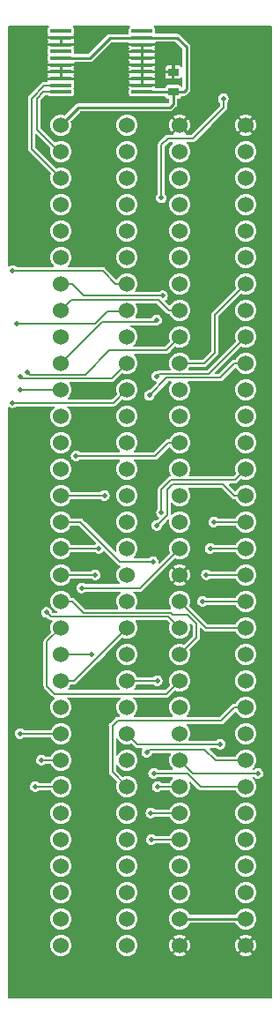
<source format=gbl>
G04 #@! TF.GenerationSoftware,KiCad,Pcbnew,7.0.8*
G04 #@! TF.CreationDate,2023-12-16T13:01:39-05:00*
G04 #@! TF.ProjectId,genesis-umd,67656e65-7369-4732-9d75-6d642e6b6963,3.0*
G04 #@! TF.SameCoordinates,Original*
G04 #@! TF.FileFunction,Copper,L2,Bot*
G04 #@! TF.FilePolarity,Positive*
%FSLAX46Y46*%
G04 Gerber Fmt 4.6, Leading zero omitted, Abs format (unit mm)*
G04 Created by KiCad (PCBNEW 7.0.8) date 2023-12-16 13:01:39*
%MOMM*%
%LPD*%
G01*
G04 APERTURE LIST*
G04 #@! TA.AperFunction,ComponentPad*
%ADD10C,1.524000*%
G04 #@! TD*
G04 #@! TA.AperFunction,SMDPad,CuDef*
%ADD11R,1.000000X0.800000*%
G04 #@! TD*
G04 #@! TA.AperFunction,SMDPad,CuDef*
%ADD12R,2.000000X0.300000*%
G04 #@! TD*
G04 #@! TA.AperFunction,ViaPad*
%ADD13C,0.508000*%
G04 #@! TD*
G04 #@! TA.AperFunction,Conductor*
%ADD14C,0.254000*%
G04 #@! TD*
G04 #@! TA.AperFunction,Conductor*
%ADD15C,0.177800*%
G04 #@! TD*
G04 APERTURE END LIST*
D10*
X147320000Y-66040000D03*
X147320000Y-68580000D03*
X147320000Y-71120000D03*
X147320000Y-73660000D03*
X147320000Y-76200000D03*
X147320000Y-78740000D03*
X147320000Y-81280000D03*
X147320000Y-83820000D03*
X147320000Y-86360000D03*
X147320000Y-88900000D03*
X147320000Y-91440000D03*
X147320000Y-93980000D03*
X147320000Y-96520000D03*
X147320000Y-99060000D03*
X147320000Y-101600000D03*
X147320000Y-104140000D03*
X147320000Y-106680000D03*
X147320000Y-109220000D03*
X147320000Y-111760000D03*
X147320000Y-114300000D03*
X147320000Y-116840000D03*
X147320000Y-119380000D03*
X147320000Y-121920000D03*
X147320000Y-124460000D03*
X147320000Y-127000000D03*
X147320000Y-129540000D03*
X147320000Y-132080000D03*
X147320000Y-134620000D03*
X147320000Y-137160000D03*
X147320000Y-139700000D03*
X147320000Y-142240000D03*
X147320000Y-144780000D03*
X142240000Y-66040000D03*
X142240000Y-68580000D03*
X142240000Y-71120000D03*
X142240000Y-73660000D03*
X142240000Y-76200000D03*
X142240000Y-78740000D03*
X142240000Y-81280000D03*
X142240000Y-83820000D03*
X142240000Y-86360000D03*
X142240000Y-88900000D03*
X142240000Y-91440000D03*
X142240000Y-93980000D03*
X142240000Y-96520000D03*
X142240000Y-99060000D03*
X142240000Y-101600000D03*
X142240000Y-104140000D03*
X142240000Y-106680000D03*
X142240000Y-109220000D03*
X142240000Y-111760000D03*
X142240000Y-114300000D03*
X142240000Y-116840000D03*
X142240000Y-119380000D03*
X142240000Y-121920000D03*
X142240000Y-124460000D03*
X142240000Y-127000000D03*
X142240000Y-129540000D03*
X142240000Y-132080000D03*
X142240000Y-134620000D03*
X142240000Y-137160000D03*
X142240000Y-139700000D03*
X142240000Y-142240000D03*
X142240000Y-144780000D03*
X135890000Y-66040000D03*
X135890000Y-68580000D03*
X135890000Y-71120000D03*
X135890000Y-73660000D03*
X135890000Y-76200000D03*
X135890000Y-78740000D03*
X135890000Y-81280000D03*
X135890000Y-83820000D03*
X135890000Y-86360000D03*
X135890000Y-88900000D03*
X135890000Y-91440000D03*
X135890000Y-93980000D03*
X135890000Y-96520000D03*
X135890000Y-99060000D03*
X135890000Y-101600000D03*
X135890000Y-104140000D03*
X135890000Y-106680000D03*
X135890000Y-109220000D03*
X135890000Y-111760000D03*
X135890000Y-114300000D03*
X135890000Y-116840000D03*
X135890000Y-119380000D03*
X135890000Y-121920000D03*
X135890000Y-124460000D03*
X135890000Y-127000000D03*
X135890000Y-129540000D03*
X135890000Y-132080000D03*
X135890000Y-134620000D03*
X135890000Y-137160000D03*
X135890000Y-139700000D03*
X135890000Y-142240000D03*
X135890000Y-144780000D03*
X153670000Y-144780000D03*
X153670000Y-142240000D03*
X153670000Y-139700000D03*
X153670000Y-137160000D03*
X153670000Y-134620000D03*
X153670000Y-132080000D03*
X153670000Y-129540000D03*
X153670000Y-127000000D03*
X153670000Y-124460000D03*
X153670000Y-121920000D03*
X153670000Y-119380000D03*
X153670000Y-116840000D03*
X153670000Y-114300000D03*
X153670000Y-111760000D03*
X153670000Y-109220000D03*
X153670000Y-106680000D03*
X153670000Y-104140000D03*
X153670000Y-101600000D03*
X153670000Y-99060000D03*
X153670000Y-96520000D03*
X153670000Y-93980000D03*
X153670000Y-91440000D03*
X153670000Y-88900000D03*
X153670000Y-86360000D03*
X153670000Y-83820000D03*
X153670000Y-81280000D03*
X153670000Y-78740000D03*
X153670000Y-76200000D03*
X153670000Y-73660000D03*
X153670000Y-71120000D03*
X153670000Y-68580000D03*
X153670000Y-66040000D03*
D11*
X146685000Y-62849800D03*
X146685000Y-60949800D03*
D12*
X135890000Y-62865000D03*
X135890000Y-62215000D03*
X135890000Y-61565000D03*
X135890000Y-60915000D03*
X135890000Y-60265000D03*
X135890000Y-59615000D03*
X135890000Y-58965000D03*
X135890000Y-58315000D03*
X135890000Y-57665000D03*
X135890000Y-57015000D03*
X143690000Y-57015000D03*
X143690000Y-57665000D03*
X143690000Y-58315000D03*
X143690000Y-58965000D03*
X143690000Y-59615000D03*
X143690000Y-60265000D03*
X143690000Y-60915000D03*
X143690000Y-61565000D03*
X143690000Y-62215000D03*
X143690000Y-62865000D03*
D13*
X139065000Y-76200000D03*
X139065000Y-78867000D03*
X150749000Y-78740000D03*
X150749000Y-81280000D03*
X144780000Y-81280000D03*
X144018000Y-95123000D03*
X132334000Y-148336000D03*
X155575000Y-95123000D03*
X155702000Y-115951000D03*
X138811000Y-139700000D03*
X138811000Y-137160000D03*
X138811000Y-134239000D03*
X146710400Y-59817000D03*
X134035800Y-127000000D03*
X145669000Y-82423000D03*
X145093083Y-84747090D03*
X131978400Y-91440000D03*
X145542000Y-73025000D03*
X151511000Y-63500000D03*
X134518400Y-112801400D03*
X140081000Y-101600000D03*
X144754600Y-107950000D03*
X145161000Y-129540000D03*
X139547600Y-106680000D03*
X139192000Y-109220000D03*
X144551400Y-132080000D03*
X144602200Y-134620000D03*
X138836400Y-116840000D03*
X133451600Y-129540000D03*
X132689600Y-89789000D03*
X137363200Y-97790000D03*
X137896600Y-110464600D03*
X131978400Y-90170000D03*
X131622800Y-85090000D03*
X131267200Y-80010000D03*
X131241954Y-92684763D03*
X144818100Y-128270000D03*
X154838400Y-128270000D03*
X149529800Y-111760000D03*
X149885400Y-109194600D03*
X150241000Y-106680000D03*
X151207339Y-125451589D03*
X150596600Y-104140000D03*
X145135600Y-104470200D03*
X145161000Y-119380000D03*
X145567400Y-103225600D03*
X144399000Y-91973400D03*
X145135600Y-90144600D03*
X131968449Y-124449846D03*
X144145000Y-126238000D03*
D14*
X147955000Y-62611000D02*
X147716200Y-62849800D01*
X147073000Y-57665000D02*
X147955000Y-58547000D01*
X138657400Y-59615000D02*
X140589000Y-57683400D01*
X146669800Y-62865000D02*
X146685000Y-62849800D01*
X146354800Y-64338200D02*
X146685000Y-64008000D01*
X147716200Y-62849800D02*
X146685000Y-62849800D01*
X137591800Y-64338200D02*
X146354800Y-64338200D01*
X135890000Y-59615000D02*
X138657400Y-59615000D01*
X147955000Y-58547000D02*
X147955000Y-62611000D01*
X143690000Y-62865000D02*
X146669800Y-62865000D01*
X135890000Y-66040000D02*
X137591800Y-64338200D01*
X143690000Y-57665000D02*
X147073000Y-57665000D01*
X143690000Y-57711000D02*
X143687800Y-57708800D01*
X146685000Y-64008000D02*
X146685000Y-62849800D01*
X140589000Y-57683400D02*
X143687800Y-57683400D01*
X144944000Y-60915000D02*
X144949800Y-60909200D01*
X143690000Y-60915000D02*
X144944000Y-60915000D01*
X144949800Y-60909200D02*
X146634200Y-60909200D01*
X146710400Y-59817000D02*
X146710400Y-60176210D01*
X146710400Y-60176210D02*
X146735800Y-60201610D01*
X146634200Y-60909200D02*
X146659600Y-60883800D01*
X146735800Y-60201610D02*
X146735800Y-60960000D01*
D15*
X134315200Y-62230000D02*
X135940800Y-62230000D01*
X133070600Y-63474600D02*
X134315200Y-62230000D01*
X133070600Y-68300600D02*
X133070600Y-63474600D01*
X135890000Y-71120000D02*
X133070600Y-68300600D01*
X134188200Y-62865000D02*
X133578600Y-63474600D01*
X135890000Y-62865000D02*
X134188200Y-62865000D01*
X133578600Y-63474600D02*
X133578600Y-66446400D01*
X135788400Y-68656200D02*
X135788400Y-68630800D01*
X133578600Y-66446400D02*
X135788400Y-68656200D01*
X134035800Y-127000000D02*
X135890000Y-127000000D01*
X138110630Y-82423000D02*
X136967630Y-81280000D01*
X136967630Y-81280000D02*
X135890000Y-81280000D01*
X145669000Y-82423000D02*
X138110630Y-82423000D01*
X136931389Y-82778611D02*
X145253973Y-82778611D01*
X135890000Y-83820000D02*
X136931389Y-82778611D01*
X146295362Y-83820000D02*
X147320000Y-83820000D01*
X145253973Y-82778611D02*
X146295362Y-83820000D01*
X135890000Y-88900000D02*
X139890510Y-84899490D01*
X139890510Y-84899490D02*
X144940683Y-84899490D01*
X144940683Y-84899490D02*
X145093083Y-84747090D01*
X145542000Y-73025000D02*
X145542000Y-67945000D01*
X135890000Y-91440000D02*
X131978400Y-91440000D01*
X151511000Y-64389000D02*
X151511000Y-63500000D01*
X145542000Y-67945000D02*
X146177000Y-67310000D01*
X148590000Y-67310000D02*
X151511000Y-64389000D01*
X146177000Y-67310000D02*
X148590000Y-67310000D01*
X147320000Y-114300000D02*
X146227811Y-113207811D01*
X134924811Y-113207811D02*
X134518400Y-112801400D01*
X146227811Y-113207811D02*
X134924811Y-113207811D01*
X135890000Y-101600000D02*
X140081000Y-101600000D01*
X137778240Y-104140000D02*
X135890000Y-104140000D01*
X144754600Y-107950000D02*
X141588240Y-107950000D01*
X141588240Y-107950000D02*
X137778240Y-104140000D01*
X147320000Y-129540000D02*
X145161000Y-129540000D01*
X135890000Y-106680000D02*
X139547600Y-106680000D01*
X144551400Y-132080000D02*
X147320000Y-132080000D01*
X135890000Y-109220000D02*
X139192000Y-109220000D01*
X138059830Y-112852200D02*
X146481800Y-112852200D01*
X146481800Y-112852200D02*
X146659600Y-113030000D01*
X135890000Y-111760000D02*
X136967630Y-111760000D01*
X148056600Y-113030000D02*
X148894800Y-113868200D01*
X136967630Y-111760000D02*
X138059830Y-112852200D01*
X148894800Y-113868200D02*
X148894800Y-115265200D01*
X148894800Y-115265200D02*
X147320000Y-116840000D01*
X146659600Y-113030000D02*
X148056600Y-113030000D01*
X135890000Y-114300000D02*
X134569200Y-115620800D01*
X134569200Y-115620800D02*
X134569200Y-119862600D01*
X134569200Y-119862600D02*
X135331200Y-120624600D01*
X135331200Y-120624600D02*
X146075400Y-120624600D01*
X146075400Y-120624600D02*
X147320000Y-119380000D01*
X144602200Y-134620000D02*
X147320000Y-134620000D01*
X135890000Y-116840000D02*
X138836400Y-116840000D01*
X140563600Y-87655400D02*
X146024600Y-87655400D01*
X132892800Y-89992200D02*
X138226800Y-89992200D01*
X138226800Y-89992200D02*
X140563600Y-87655400D01*
X132689600Y-89789000D02*
X132892800Y-89992200D01*
X135890000Y-129540000D02*
X133451600Y-129540000D01*
X146024600Y-87655400D02*
X147320000Y-86360000D01*
X144972370Y-97790000D02*
X137363200Y-97790000D01*
X146242370Y-96520000D02*
X144972370Y-97790000D01*
X147320000Y-96520000D02*
X146242370Y-96520000D01*
X146558001Y-107441999D02*
X143535400Y-110464600D01*
X143535400Y-110464600D02*
X137896600Y-110464600D01*
X147320000Y-106680000D02*
X146558001Y-107441999D01*
X142240000Y-88900000D02*
X140792189Y-90347811D01*
X140792189Y-90347811D02*
X132156211Y-90347811D01*
X132156211Y-90347811D02*
X131978400Y-90170000D01*
X140340091Y-83947000D02*
X142189200Y-83947000D01*
X131622800Y-85090000D02*
X139197091Y-85090000D01*
X139197091Y-85090000D02*
X140340091Y-83947000D01*
X139892370Y-80010000D02*
X140019370Y-80137000D01*
X131267200Y-80010000D02*
X139892370Y-80010000D01*
X141162370Y-81280000D02*
X140019370Y-80137000D01*
X140019370Y-80137000D02*
X139917770Y-80035400D01*
X142240000Y-81280000D02*
X141162370Y-81280000D01*
X142189200Y-91465400D02*
X140969837Y-92684763D01*
X131601164Y-92684763D02*
X131241954Y-92684763D01*
X140969837Y-92684763D02*
X131601164Y-92684763D01*
X153670000Y-129540000D02*
X149352000Y-129540000D01*
X148082000Y-128270000D02*
X144818100Y-128270000D01*
X149352000Y-129540000D02*
X148082000Y-128270000D01*
X148590000Y-128270000D02*
X154838400Y-128270000D01*
X147320000Y-127000000D02*
X148590000Y-128270000D01*
X149860000Y-114300000D02*
X147320000Y-111760000D01*
X153670000Y-114300000D02*
X149860000Y-114300000D01*
X153670000Y-111760000D02*
X149529800Y-111760000D01*
X149910800Y-109220000D02*
X149885400Y-109194600D01*
X153670000Y-109220000D02*
X149910800Y-109220000D01*
X153670000Y-106680000D02*
X150241000Y-106680000D01*
X142240000Y-124460000D02*
X143275929Y-125495929D01*
X143275929Y-125495929D02*
X151162999Y-125495929D01*
X151162999Y-125495929D02*
X151207339Y-125451589D01*
X153670000Y-104140000D02*
X150596600Y-104140000D01*
X146100800Y-100990400D02*
X146100800Y-103505000D01*
X152592370Y-101600000D02*
X151474770Y-100482400D01*
X151474770Y-100482400D02*
X146608800Y-100482400D01*
X145161000Y-119380000D02*
X142240000Y-119380000D01*
X146608800Y-100482400D02*
X146100800Y-100990400D01*
X153670000Y-101600000D02*
X152592370Y-101600000D01*
X146100800Y-103505000D02*
X145669000Y-103936800D01*
X145669000Y-103936800D02*
X145135600Y-104470200D01*
X152628611Y-100101389D02*
X153670000Y-99060000D01*
X146461502Y-100101389D02*
X152628611Y-100101389D01*
X145567400Y-100995491D02*
X146461502Y-100101389D01*
X145567400Y-103225600D02*
X145567400Y-100995491D01*
X153670000Y-88900000D02*
X152592370Y-88900000D01*
X151195370Y-90297000D02*
X146075400Y-90297000D01*
X146075400Y-90297000D02*
X144399000Y-91973400D01*
X152592370Y-88900000D02*
X151195370Y-90297000D01*
X153670000Y-86360000D02*
X150088611Y-89941389D01*
X145338811Y-89941389D02*
X145135600Y-90144600D01*
X150088611Y-89941389D02*
X145338811Y-89941389D01*
X147320000Y-88900000D02*
X149682200Y-88900000D01*
X150698200Y-84251800D02*
X153670000Y-81280000D01*
X150698200Y-87884000D02*
X150698200Y-84251800D01*
X149682200Y-88900000D02*
X150698200Y-87884000D01*
X132327659Y-124449846D02*
X131968449Y-124449846D01*
X135905246Y-124449846D02*
X132327659Y-124449846D01*
X135915400Y-124460000D02*
X135905246Y-124449846D01*
X139179298Y-117360702D02*
X142240000Y-114300000D01*
X137160000Y-119380000D02*
X139179298Y-117360702D01*
X135890000Y-119380000D02*
X137160000Y-119380000D01*
X141351000Y-123190000D02*
X151322370Y-123190000D01*
X152592370Y-121920000D02*
X153670000Y-121920000D01*
X142240000Y-129540000D02*
X140843000Y-128143000D01*
X151322370Y-123190000D02*
X152592370Y-121920000D01*
X140843000Y-123698000D02*
X141351000Y-123190000D01*
X140843000Y-128143000D02*
X140843000Y-123698000D01*
X150749000Y-127000000D02*
X153670000Y-127000000D01*
X149720789Y-125971789D02*
X150749000Y-127000000D01*
X144411211Y-125971789D02*
X149720789Y-125971789D01*
X144145000Y-126238000D02*
X144411211Y-125971789D01*
D14*
X147320000Y-142240000D02*
X153670000Y-142240000D01*
G04 #@! TA.AperFunction,Conductor*
G36*
X134722459Y-56535565D02*
G01*
X134752523Y-56587636D01*
X134742082Y-56646850D01*
X134714792Y-56675986D01*
X134706519Y-56681513D01*
X134706514Y-56681518D01*
X134650265Y-56765698D01*
X134637601Y-56829370D01*
X134635501Y-56839931D01*
X134635500Y-56839934D01*
X134635500Y-57190068D01*
X134650266Y-57264302D01*
X134668516Y-57291615D01*
X134682808Y-57350019D01*
X134668518Y-57389281D01*
X134650737Y-57415893D01*
X134636000Y-57489984D01*
X134636000Y-57537999D01*
X134636001Y-57538000D01*
X137143998Y-57538000D01*
X137143999Y-57537999D01*
X137143999Y-57489981D01*
X137129262Y-57415894D01*
X137111482Y-57389283D01*
X137097192Y-57330879D01*
X137111482Y-57291615D01*
X137129734Y-57264301D01*
X137144500Y-57190067D01*
X137144499Y-56839934D01*
X137144499Y-56839933D01*
X137144499Y-56839931D01*
X137138980Y-56812190D01*
X137129734Y-56765699D01*
X137073484Y-56681516D01*
X137065208Y-56675986D01*
X137029654Y-56627497D01*
X137033586Y-56567499D01*
X137075165Y-56524065D01*
X137114042Y-56515000D01*
X142465958Y-56515000D01*
X142522459Y-56535565D01*
X142552523Y-56587636D01*
X142542082Y-56646850D01*
X142514792Y-56675986D01*
X142506519Y-56681513D01*
X142506514Y-56681518D01*
X142450265Y-56765698D01*
X142437601Y-56829370D01*
X142435501Y-56839931D01*
X142435500Y-56839934D01*
X142435500Y-57190066D01*
X142436851Y-57196855D01*
X142427702Y-57256282D01*
X142382494Y-57295925D01*
X142350639Y-57301900D01*
X140637683Y-57301900D01*
X140619645Y-57300029D01*
X140604984Y-57296955D01*
X140604983Y-57296955D01*
X140568023Y-57301562D01*
X140562581Y-57301900D01*
X140557388Y-57301900D01*
X140545691Y-57303852D01*
X140533993Y-57305804D01*
X140478640Y-57312704D01*
X140478638Y-57312704D01*
X140471661Y-57314782D01*
X140471510Y-57314277D01*
X140470128Y-57314720D01*
X140470299Y-57315218D01*
X140463410Y-57317582D01*
X140414358Y-57344128D01*
X140364255Y-57368623D01*
X140358330Y-57372854D01*
X140358023Y-57372424D01*
X140356856Y-57373293D01*
X140357181Y-57373710D01*
X140351436Y-57378181D01*
X140313658Y-57419219D01*
X138525122Y-59207755D01*
X138470628Y-59233166D01*
X138462967Y-59233500D01*
X137232280Y-59233500D01*
X137175779Y-59212935D01*
X137145715Y-59160864D01*
X137145088Y-59144385D01*
X137144500Y-59144385D01*
X137144499Y-58789931D01*
X137133328Y-58733771D01*
X137129734Y-58715699D01*
X137111482Y-58688384D01*
X137097191Y-58629981D01*
X137111484Y-58590714D01*
X137129262Y-58564107D01*
X137144000Y-58490015D01*
X137144000Y-58442001D01*
X137143999Y-58442000D01*
X134636002Y-58442000D01*
X134636001Y-58442001D01*
X134636001Y-58490018D01*
X134650737Y-58564106D01*
X134650737Y-58564107D01*
X134668517Y-58590717D01*
X134682807Y-58649121D01*
X134668517Y-58688383D01*
X134650266Y-58715698D01*
X134650266Y-58715699D01*
X134635501Y-58789931D01*
X134635500Y-58789934D01*
X134635500Y-59140068D01*
X134648426Y-59205053D01*
X134650266Y-59214301D01*
X134668216Y-59241165D01*
X134682508Y-59299568D01*
X134668216Y-59338833D01*
X134650266Y-59365696D01*
X134635500Y-59439934D01*
X134635500Y-59790068D01*
X134650266Y-59864302D01*
X134668516Y-59891615D01*
X134682808Y-59950019D01*
X134668518Y-59989281D01*
X134650737Y-60015893D01*
X134636000Y-60089984D01*
X134636000Y-60137999D01*
X134636001Y-60138000D01*
X137143998Y-60138000D01*
X137143999Y-60137999D01*
X142436000Y-60137999D01*
X142436001Y-60138000D01*
X143562999Y-60138000D01*
X143563000Y-60137999D01*
X143817000Y-60137999D01*
X143817001Y-60138000D01*
X144943998Y-60138000D01*
X144943999Y-60137999D01*
X144943999Y-60089981D01*
X144929262Y-60015894D01*
X144911182Y-59988835D01*
X144896890Y-59930432D01*
X144911182Y-59891165D01*
X144929263Y-59864105D01*
X144944000Y-59790015D01*
X144944000Y-59742001D01*
X144943999Y-59742000D01*
X143817001Y-59742000D01*
X143817000Y-59742001D01*
X143817000Y-60137999D01*
X143563000Y-60137999D01*
X143563000Y-59742001D01*
X143562999Y-59742000D01*
X142436002Y-59742000D01*
X142436001Y-59742001D01*
X142436001Y-59790018D01*
X142450737Y-59864106D01*
X142450737Y-59864107D01*
X142468818Y-59891168D01*
X142483107Y-59949572D01*
X142468818Y-59988832D01*
X142450737Y-60015893D01*
X142436000Y-60089984D01*
X142436000Y-60137999D01*
X137143999Y-60137999D01*
X137143999Y-60085666D01*
X137146186Y-60085666D01*
X137159213Y-60034789D01*
X137208078Y-59999754D01*
X137231774Y-59996500D01*
X138608718Y-59996500D01*
X138626755Y-59998370D01*
X138641417Y-60001445D01*
X138672493Y-59997571D01*
X138678377Y-59996838D01*
X138683819Y-59996500D01*
X138689009Y-59996500D01*
X138689011Y-59996500D01*
X138712404Y-59992596D01*
X138767760Y-59985696D01*
X138767763Y-59985694D01*
X138774744Y-59983617D01*
X138774896Y-59984130D01*
X138776266Y-59983691D01*
X138776093Y-59983185D01*
X138782980Y-59980820D01*
X138782982Y-59980818D01*
X138782986Y-59980818D01*
X138832041Y-59954270D01*
X138882146Y-59929776D01*
X138882150Y-59929771D01*
X138888079Y-59925540D01*
X138888391Y-59925977D01*
X138889544Y-59925116D01*
X138889215Y-59924693D01*
X138894960Y-59920221D01*
X138894959Y-59920221D01*
X138894962Y-59920220D01*
X138932741Y-59879180D01*
X139323922Y-59487999D01*
X142436000Y-59487999D01*
X142436001Y-59488000D01*
X143562999Y-59488000D01*
X143563000Y-59487999D01*
X143817000Y-59487999D01*
X143817001Y-59488000D01*
X144943998Y-59488000D01*
X144943999Y-59487999D01*
X144943999Y-59439981D01*
X144929262Y-59365894D01*
X144911182Y-59338835D01*
X144896890Y-59280432D01*
X144911182Y-59241165D01*
X144929263Y-59214105D01*
X144944000Y-59140015D01*
X144944000Y-59092001D01*
X144943999Y-59092000D01*
X143817001Y-59092000D01*
X143817000Y-59092001D01*
X143817000Y-59487999D01*
X143563000Y-59487999D01*
X143563000Y-59092001D01*
X143562999Y-59092000D01*
X142436002Y-59092000D01*
X142436001Y-59092001D01*
X142436001Y-59140018D01*
X142450737Y-59214106D01*
X142450737Y-59214107D01*
X142468818Y-59241168D01*
X142483107Y-59299572D01*
X142468818Y-59338832D01*
X142450737Y-59365893D01*
X142436000Y-59439984D01*
X142436000Y-59487999D01*
X139323922Y-59487999D01*
X139973923Y-58837999D01*
X142436000Y-58837999D01*
X142436001Y-58838000D01*
X143562999Y-58838000D01*
X143563000Y-58837999D01*
X143817000Y-58837999D01*
X143817001Y-58838000D01*
X144943998Y-58838000D01*
X144943999Y-58837999D01*
X144943999Y-58789981D01*
X144929262Y-58715894D01*
X144911182Y-58688835D01*
X144896890Y-58630432D01*
X144911182Y-58591165D01*
X144929263Y-58564105D01*
X144944000Y-58490015D01*
X144944000Y-58442001D01*
X144943999Y-58442000D01*
X143817001Y-58442000D01*
X143817000Y-58442001D01*
X143817000Y-58837999D01*
X143563000Y-58837999D01*
X143563000Y-58442001D01*
X143562999Y-58442000D01*
X142436002Y-58442000D01*
X142436001Y-58442001D01*
X142436001Y-58490018D01*
X142450737Y-58564106D01*
X142450737Y-58564107D01*
X142468818Y-58591168D01*
X142483107Y-58649572D01*
X142468818Y-58688832D01*
X142450737Y-58715893D01*
X142436000Y-58789984D01*
X142436000Y-58837999D01*
X139973923Y-58837999D01*
X140251422Y-58560500D01*
X140721278Y-58090645D01*
X140775772Y-58065234D01*
X140783433Y-58064900D01*
X142348100Y-58064900D01*
X142404601Y-58085465D01*
X142434665Y-58137536D01*
X142436000Y-58152800D01*
X142436000Y-58187999D01*
X142436001Y-58188000D01*
X144943998Y-58188000D01*
X144943999Y-58187999D01*
X144943999Y-58135666D01*
X144946186Y-58135666D01*
X144959213Y-58084789D01*
X145008078Y-58049754D01*
X145031774Y-58046500D01*
X146878568Y-58046500D01*
X146935069Y-58067065D01*
X146940723Y-58072245D01*
X147547755Y-58679277D01*
X147573166Y-58733771D01*
X147573500Y-58741432D01*
X147573500Y-60384275D01*
X147552935Y-60440776D01*
X147500864Y-60470840D01*
X147441650Y-60460399D01*
X147412514Y-60433110D01*
X147368124Y-60366677D01*
X147368122Y-60366675D01*
X147284105Y-60310537D01*
X147210015Y-60295800D01*
X146812001Y-60295800D01*
X146812000Y-60295801D01*
X146812000Y-61603798D01*
X146812001Y-61603799D01*
X147210018Y-61603799D01*
X147284106Y-61589062D01*
X147368122Y-61532924D01*
X147368124Y-61532922D01*
X147412514Y-61466489D01*
X147461003Y-61430936D01*
X147521001Y-61434868D01*
X147564435Y-61476447D01*
X147573500Y-61515324D01*
X147573500Y-62283376D01*
X147552935Y-62339877D01*
X147500864Y-62369941D01*
X147441650Y-62359500D01*
X147412514Y-62332211D01*
X147368485Y-62266318D01*
X147368484Y-62266316D01*
X147368098Y-62266058D01*
X147284301Y-62210065D01*
X147231192Y-62199502D01*
X147210067Y-62195300D01*
X147210065Y-62195300D01*
X146159931Y-62195300D01*
X146085699Y-62210066D01*
X146001517Y-62266315D01*
X146001514Y-62266318D01*
X145945265Y-62350498D01*
X145932884Y-62412748D01*
X145901692Y-62464152D01*
X145846673Y-62483500D01*
X145031775Y-62483500D01*
X144975274Y-62462935D01*
X144945210Y-62410864D01*
X144944582Y-62394335D01*
X144944000Y-62394335D01*
X144944000Y-62342001D01*
X144943999Y-62342000D01*
X142436002Y-62342000D01*
X142436001Y-62342001D01*
X142436001Y-62390018D01*
X142450737Y-62464106D01*
X142450737Y-62464107D01*
X142468517Y-62490717D01*
X142482807Y-62549121D01*
X142468517Y-62588383D01*
X142450266Y-62615698D01*
X142450266Y-62615699D01*
X142435501Y-62689931D01*
X142435500Y-62689934D01*
X142435500Y-63040068D01*
X142448426Y-63105053D01*
X142450266Y-63114301D01*
X142506516Y-63198484D01*
X142521356Y-63208400D01*
X142590698Y-63254734D01*
X142601261Y-63256835D01*
X142664933Y-63269500D01*
X144715066Y-63269499D01*
X144715068Y-63269499D01*
X144764556Y-63259655D01*
X144789301Y-63254734D01*
X144789302Y-63254732D01*
X144793028Y-63253190D01*
X144826664Y-63246500D01*
X145852720Y-63246500D01*
X145909221Y-63267065D01*
X145938931Y-63317252D01*
X145945265Y-63349100D01*
X145945266Y-63349101D01*
X146001516Y-63433284D01*
X146085699Y-63489534D01*
X146159933Y-63504300D01*
X146215600Y-63504299D01*
X146272100Y-63524863D01*
X146302164Y-63576934D01*
X146303500Y-63592199D01*
X146303500Y-63813567D01*
X146282935Y-63870068D01*
X146277755Y-63875722D01*
X146222522Y-63930955D01*
X146168028Y-63956366D01*
X146160367Y-63956700D01*
X137640483Y-63956700D01*
X137622445Y-63954829D01*
X137607784Y-63951755D01*
X137607783Y-63951755D01*
X137570823Y-63956362D01*
X137565381Y-63956700D01*
X137560188Y-63956700D01*
X137548491Y-63958652D01*
X137536793Y-63960604D01*
X137481440Y-63967504D01*
X137481438Y-63967504D01*
X137474461Y-63969582D01*
X137474310Y-63969077D01*
X137472929Y-63969519D01*
X137473101Y-63970018D01*
X137466213Y-63972382D01*
X137417168Y-63998923D01*
X137367057Y-64023421D01*
X137361130Y-64027653D01*
X137360823Y-64027223D01*
X137359664Y-64028087D01*
X137359988Y-64028504D01*
X137354238Y-64032979D01*
X137316469Y-64074007D01*
X136328310Y-65062166D01*
X136273816Y-65087577D01*
X136240639Y-65084126D01*
X136144700Y-65055023D01*
X136089273Y-65038209D01*
X136089271Y-65038208D01*
X136089269Y-65038208D01*
X135890000Y-65018582D01*
X135690731Y-65038208D01*
X135690728Y-65038208D01*
X135690726Y-65038209D01*
X135499120Y-65096333D01*
X135499116Y-65096335D01*
X135322530Y-65190722D01*
X135167750Y-65317746D01*
X135167746Y-65317750D01*
X135040722Y-65472530D01*
X134946335Y-65649116D01*
X134946333Y-65649120D01*
X134888209Y-65840726D01*
X134888208Y-65840728D01*
X134888208Y-65840731D01*
X134868582Y-66040000D01*
X134888208Y-66239269D01*
X134946333Y-66430880D01*
X135040722Y-66607469D01*
X135167748Y-66762252D01*
X135322531Y-66889278D01*
X135499120Y-66983667D01*
X135690731Y-67041792D01*
X135890000Y-67061418D01*
X136089269Y-67041792D01*
X136280880Y-66983667D01*
X136457469Y-66889278D01*
X136612252Y-66762252D01*
X136739278Y-66607469D01*
X136833667Y-66430880D01*
X136891792Y-66239269D01*
X136911418Y-66040000D01*
X141218582Y-66040000D01*
X141238208Y-66239269D01*
X141296333Y-66430880D01*
X141390722Y-66607469D01*
X141517748Y-66762252D01*
X141672531Y-66889278D01*
X141849120Y-66983667D01*
X142040731Y-67041792D01*
X142240000Y-67061418D01*
X142439269Y-67041792D01*
X142630880Y-66983667D01*
X142807469Y-66889278D01*
X142962252Y-66762252D01*
X143089278Y-66607469D01*
X143183667Y-66430880D01*
X143241792Y-66239269D01*
X143261418Y-66040000D01*
X143241792Y-65840731D01*
X143183667Y-65649120D01*
X143089278Y-65472531D01*
X142962252Y-65317748D01*
X142807469Y-65190722D01*
X142630880Y-65096333D01*
X142518247Y-65062166D01*
X142439273Y-65038209D01*
X142439271Y-65038208D01*
X142439269Y-65038208D01*
X142240000Y-65018582D01*
X142040731Y-65038208D01*
X142040728Y-65038208D01*
X142040726Y-65038209D01*
X141849120Y-65096333D01*
X141849116Y-65096335D01*
X141672530Y-65190722D01*
X141517750Y-65317746D01*
X141517746Y-65317750D01*
X141390722Y-65472530D01*
X141296335Y-65649116D01*
X141296333Y-65649120D01*
X141238209Y-65840726D01*
X141238208Y-65840728D01*
X141238208Y-65840731D01*
X141218582Y-66040000D01*
X136911418Y-66040000D01*
X136891792Y-65840731D01*
X136845873Y-65689357D01*
X136849151Y-65629321D01*
X136867830Y-65601690D01*
X137724078Y-64745445D01*
X137778572Y-64720034D01*
X137786233Y-64719700D01*
X146306118Y-64719700D01*
X146324155Y-64721570D01*
X146338817Y-64724645D01*
X146369893Y-64720771D01*
X146375777Y-64720038D01*
X146381219Y-64719700D01*
X146386409Y-64719700D01*
X146386411Y-64719700D01*
X146409804Y-64715796D01*
X146465160Y-64708896D01*
X146465163Y-64708894D01*
X146472144Y-64706817D01*
X146472296Y-64707330D01*
X146473666Y-64706891D01*
X146473493Y-64706385D01*
X146480380Y-64704020D01*
X146480382Y-64704018D01*
X146480386Y-64704018D01*
X146529441Y-64677470D01*
X146579546Y-64652976D01*
X146579550Y-64652971D01*
X146585479Y-64648740D01*
X146585791Y-64649177D01*
X146586944Y-64648316D01*
X146586615Y-64647893D01*
X146592360Y-64643421D01*
X146592359Y-64643421D01*
X146592362Y-64643420D01*
X146630141Y-64602380D01*
X146920339Y-64312181D01*
X146934409Y-64300756D01*
X146946956Y-64292560D01*
X146969837Y-64263159D01*
X146973443Y-64259077D01*
X146977113Y-64255409D01*
X146990891Y-64236110D01*
X147025158Y-64192085D01*
X147025159Y-64192080D01*
X147028625Y-64185678D01*
X147029095Y-64185932D01*
X147029757Y-64184646D01*
X147029277Y-64184411D01*
X147032471Y-64177874D01*
X147032475Y-64177870D01*
X147048390Y-64124410D01*
X147066500Y-64071661D01*
X147066500Y-64071659D01*
X147067699Y-64064476D01*
X147068223Y-64064563D01*
X147068431Y-64063135D01*
X147067904Y-64063070D01*
X147068803Y-64055847D01*
X147068805Y-64055842D01*
X147066500Y-64000116D01*
X147066500Y-63592199D01*
X147087065Y-63535698D01*
X147139136Y-63505634D01*
X147154400Y-63504299D01*
X147210068Y-63504299D01*
X147231690Y-63499998D01*
X147284301Y-63489534D01*
X147368484Y-63433284D01*
X147424734Y-63349101D01*
X147434092Y-63302052D01*
X147465283Y-63250649D01*
X147520303Y-63231300D01*
X147667518Y-63231300D01*
X147685555Y-63233170D01*
X147700217Y-63236245D01*
X147731293Y-63232371D01*
X147737177Y-63231638D01*
X147742619Y-63231300D01*
X147747809Y-63231300D01*
X147747811Y-63231300D01*
X147771204Y-63227396D01*
X147826560Y-63220496D01*
X147826563Y-63220494D01*
X147833544Y-63218417D01*
X147833696Y-63218930D01*
X147835066Y-63218491D01*
X147834893Y-63217985D01*
X147841780Y-63215620D01*
X147841782Y-63215618D01*
X147841786Y-63215618D01*
X147890841Y-63189070D01*
X147940946Y-63164576D01*
X147940950Y-63164571D01*
X147946879Y-63160340D01*
X147947191Y-63160777D01*
X147948344Y-63159916D01*
X147948015Y-63159493D01*
X147953760Y-63155021D01*
X147953759Y-63155021D01*
X147953762Y-63155020D01*
X147991541Y-63113980D01*
X148190339Y-62915181D01*
X148204409Y-62903756D01*
X148216956Y-62895560D01*
X148239837Y-62866159D01*
X148243443Y-62862077D01*
X148247113Y-62858409D01*
X148260891Y-62839110D01*
X148295158Y-62795085D01*
X148295159Y-62795080D01*
X148298625Y-62788678D01*
X148299095Y-62788932D01*
X148299757Y-62787646D01*
X148299277Y-62787411D01*
X148302471Y-62780874D01*
X148302475Y-62780870D01*
X148318390Y-62727410D01*
X148336500Y-62674661D01*
X148336500Y-62674659D01*
X148337699Y-62667476D01*
X148338223Y-62667563D01*
X148338431Y-62666135D01*
X148337904Y-62666070D01*
X148338803Y-62658847D01*
X148338805Y-62658842D01*
X148336500Y-62603116D01*
X148336500Y-58595682D01*
X148338371Y-58577642D01*
X148341210Y-58564106D01*
X148341445Y-58562983D01*
X148341136Y-58560501D01*
X148336838Y-58526022D01*
X148336500Y-58520580D01*
X148336500Y-58515391D01*
X148332596Y-58491996D01*
X148325696Y-58436639D01*
X148323617Y-58429656D01*
X148324128Y-58429503D01*
X148323687Y-58428127D01*
X148323182Y-58428301D01*
X148320816Y-58421408D01*
X148294273Y-58372362D01*
X148269775Y-58322251D01*
X148265546Y-58316329D01*
X148265978Y-58316020D01*
X148265111Y-58314857D01*
X148264692Y-58315184D01*
X148260219Y-58309437D01*
X148257198Y-58306656D01*
X148219180Y-58271658D01*
X147377184Y-57429661D01*
X147365751Y-57415581D01*
X147357560Y-57403044D01*
X147328170Y-57380168D01*
X147324087Y-57376563D01*
X147320413Y-57372890D01*
X147320406Y-57372883D01*
X147301099Y-57359098D01*
X147264841Y-57330879D01*
X147257085Y-57324842D01*
X147257083Y-57324841D01*
X147250680Y-57321375D01*
X147250931Y-57320910D01*
X147249646Y-57320249D01*
X147249414Y-57320724D01*
X147242872Y-57317526D01*
X147242870Y-57317525D01*
X147189413Y-57301610D01*
X147175854Y-57296955D01*
X147136662Y-57283500D01*
X147129475Y-57282301D01*
X147129562Y-57281776D01*
X147128134Y-57281568D01*
X147128069Y-57282096D01*
X147120841Y-57281195D01*
X147065116Y-57283500D01*
X145032280Y-57283500D01*
X144975779Y-57262935D01*
X144945715Y-57210864D01*
X144945088Y-57194385D01*
X144944500Y-57194385D01*
X144944499Y-56839931D01*
X144938980Y-56812190D01*
X144929734Y-56765699D01*
X144873484Y-56681516D01*
X144865208Y-56675986D01*
X144829654Y-56627497D01*
X144833586Y-56567499D01*
X144875165Y-56524065D01*
X144914042Y-56515000D01*
X156122100Y-56515000D01*
X156178601Y-56535565D01*
X156208665Y-56587636D01*
X156210000Y-56602900D01*
X156210000Y-149772100D01*
X156189435Y-149828601D01*
X156137364Y-149858665D01*
X156122100Y-149860000D01*
X130897900Y-149860000D01*
X130841399Y-149839435D01*
X130811335Y-149787364D01*
X130810000Y-149772100D01*
X130810000Y-144780000D01*
X134868582Y-144780000D01*
X134888208Y-144979269D01*
X134946333Y-145170880D01*
X135040722Y-145347469D01*
X135167748Y-145502252D01*
X135322531Y-145629278D01*
X135499120Y-145723667D01*
X135690731Y-145781792D01*
X135890000Y-145801418D01*
X136089269Y-145781792D01*
X136280880Y-145723667D01*
X136457469Y-145629278D01*
X136612252Y-145502252D01*
X136739278Y-145347469D01*
X136833667Y-145170880D01*
X136891792Y-144979269D01*
X136911418Y-144780000D01*
X141218582Y-144780000D01*
X141238208Y-144979269D01*
X141296333Y-145170880D01*
X141390722Y-145347469D01*
X141517748Y-145502252D01*
X141672531Y-145629278D01*
X141849120Y-145723667D01*
X142040731Y-145781792D01*
X142240000Y-145801418D01*
X142439269Y-145781792D01*
X142630880Y-145723667D01*
X142807469Y-145629278D01*
X142962252Y-145502252D01*
X143089278Y-145347469D01*
X143183667Y-145170880D01*
X143241792Y-144979269D01*
X143261418Y-144780000D01*
X146299084Y-144780000D01*
X146318702Y-144979177D01*
X146376796Y-145170686D01*
X146471140Y-145347192D01*
X146517144Y-145403248D01*
X146882120Y-145038271D01*
X146932131Y-145116090D01*
X147042530Y-145211752D01*
X147059913Y-145219690D01*
X146696750Y-145582853D01*
X146752807Y-145628859D01*
X146929313Y-145723203D01*
X147120822Y-145781297D01*
X147320000Y-145800915D01*
X147519177Y-145781297D01*
X147710686Y-145723203D01*
X147887191Y-145628859D01*
X147943248Y-145582853D01*
X147580085Y-145219691D01*
X147597470Y-145211752D01*
X147707869Y-145116090D01*
X147757878Y-145038273D01*
X148122853Y-145403248D01*
X148168859Y-145347191D01*
X148263203Y-145170686D01*
X148321297Y-144979177D01*
X148340915Y-144780000D01*
X152649084Y-144780000D01*
X152668702Y-144979177D01*
X152726796Y-145170686D01*
X152821140Y-145347192D01*
X152867144Y-145403248D01*
X153232120Y-145038271D01*
X153282131Y-145116090D01*
X153392530Y-145211752D01*
X153409913Y-145219690D01*
X153046750Y-145582853D01*
X153102807Y-145628859D01*
X153279313Y-145723203D01*
X153470822Y-145781297D01*
X153670000Y-145800915D01*
X153869177Y-145781297D01*
X154060686Y-145723203D01*
X154237191Y-145628859D01*
X154293248Y-145582853D01*
X153930085Y-145219691D01*
X153947470Y-145211752D01*
X154057869Y-145116090D01*
X154107878Y-145038273D01*
X154472853Y-145403248D01*
X154518859Y-145347191D01*
X154613203Y-145170686D01*
X154671297Y-144979177D01*
X154690915Y-144780000D01*
X154671297Y-144580822D01*
X154613203Y-144389313D01*
X154518859Y-144212807D01*
X154472853Y-144156750D01*
X154107878Y-144521725D01*
X154057869Y-144443910D01*
X153947470Y-144348248D01*
X153930083Y-144340308D01*
X154293248Y-143977144D01*
X154237192Y-143931140D01*
X154060686Y-143836796D01*
X153869177Y-143778702D01*
X153670000Y-143759084D01*
X153470822Y-143778702D01*
X153279313Y-143836796D01*
X153102808Y-143931139D01*
X153046750Y-143977144D01*
X153409914Y-144340308D01*
X153392530Y-144348248D01*
X153282131Y-144443910D01*
X153232121Y-144521727D01*
X152867144Y-144156750D01*
X152821139Y-144212808D01*
X152726796Y-144389313D01*
X152668702Y-144580822D01*
X152649084Y-144780000D01*
X148340915Y-144780000D01*
X148321297Y-144580822D01*
X148263203Y-144389313D01*
X148168859Y-144212807D01*
X148122853Y-144156750D01*
X147757878Y-144521725D01*
X147707869Y-144443910D01*
X147597470Y-144348248D01*
X147580083Y-144340308D01*
X147943248Y-143977144D01*
X147887192Y-143931140D01*
X147710686Y-143836796D01*
X147519177Y-143778702D01*
X147320000Y-143759084D01*
X147120822Y-143778702D01*
X146929313Y-143836796D01*
X146752808Y-143931139D01*
X146696750Y-143977144D01*
X147059914Y-144340308D01*
X147042530Y-144348248D01*
X146932131Y-144443910D01*
X146882121Y-144521727D01*
X146517144Y-144156750D01*
X146471139Y-144212808D01*
X146376796Y-144389313D01*
X146318702Y-144580822D01*
X146299084Y-144780000D01*
X143261418Y-144780000D01*
X143241792Y-144580731D01*
X143183667Y-144389120D01*
X143089278Y-144212531D01*
X142962252Y-144057748D01*
X142807469Y-143930722D01*
X142630880Y-143836333D01*
X142518398Y-143802211D01*
X142439273Y-143778209D01*
X142439271Y-143778208D01*
X142439269Y-143778208D01*
X142240000Y-143758582D01*
X142040731Y-143778208D01*
X142040728Y-143778208D01*
X142040726Y-143778209D01*
X141849120Y-143836333D01*
X141849116Y-143836335D01*
X141672530Y-143930722D01*
X141517750Y-144057746D01*
X141517746Y-144057750D01*
X141390722Y-144212530D01*
X141296335Y-144389116D01*
X141296333Y-144389120D01*
X141238209Y-144580726D01*
X141238208Y-144580728D01*
X141238208Y-144580731D01*
X141218582Y-144780000D01*
X136911418Y-144780000D01*
X136891792Y-144580731D01*
X136833667Y-144389120D01*
X136739278Y-144212531D01*
X136612252Y-144057748D01*
X136457469Y-143930722D01*
X136280880Y-143836333D01*
X136168398Y-143802211D01*
X136089273Y-143778209D01*
X136089271Y-143778208D01*
X136089269Y-143778208D01*
X135890000Y-143758582D01*
X135690731Y-143778208D01*
X135690728Y-143778208D01*
X135690726Y-143778209D01*
X135499120Y-143836333D01*
X135499116Y-143836335D01*
X135322530Y-143930722D01*
X135167750Y-144057746D01*
X135167746Y-144057750D01*
X135040722Y-144212530D01*
X134946335Y-144389116D01*
X134946333Y-144389120D01*
X134888209Y-144580726D01*
X134888208Y-144580728D01*
X134888208Y-144580731D01*
X134868582Y-144780000D01*
X130810000Y-144780000D01*
X130810000Y-142240000D01*
X134868582Y-142240000D01*
X134888208Y-142439269D01*
X134946333Y-142630880D01*
X135040722Y-142807469D01*
X135167748Y-142962252D01*
X135322531Y-143089278D01*
X135499120Y-143183667D01*
X135690731Y-143241792D01*
X135890000Y-143261418D01*
X136089269Y-143241792D01*
X136280880Y-143183667D01*
X136457469Y-143089278D01*
X136612252Y-142962252D01*
X136739278Y-142807469D01*
X136833667Y-142630880D01*
X136891792Y-142439269D01*
X136911418Y-142240000D01*
X141218582Y-142240000D01*
X141238208Y-142439269D01*
X141296333Y-142630880D01*
X141390722Y-142807469D01*
X141517748Y-142962252D01*
X141672531Y-143089278D01*
X141849120Y-143183667D01*
X142040731Y-143241792D01*
X142240000Y-143261418D01*
X142439269Y-143241792D01*
X142630880Y-143183667D01*
X142807469Y-143089278D01*
X142962252Y-142962252D01*
X143089278Y-142807469D01*
X143183667Y-142630880D01*
X143241792Y-142439269D01*
X143261418Y-142240000D01*
X146298582Y-142240000D01*
X146318208Y-142439269D01*
X146376333Y-142630880D01*
X146470722Y-142807469D01*
X146597748Y-142962252D01*
X146752531Y-143089278D01*
X146929120Y-143183667D01*
X147120731Y-143241792D01*
X147320000Y-143261418D01*
X147519269Y-143241792D01*
X147710880Y-143183667D01*
X147887469Y-143089278D01*
X148042252Y-142962252D01*
X148169278Y-142807469D01*
X148243845Y-142667963D01*
X148288616Y-142627829D01*
X148321366Y-142621500D01*
X152668634Y-142621500D01*
X152725135Y-142642065D01*
X152746154Y-142667963D01*
X152820722Y-142807469D01*
X152947748Y-142962252D01*
X153102531Y-143089278D01*
X153279120Y-143183667D01*
X153470731Y-143241792D01*
X153670000Y-143261418D01*
X153869269Y-143241792D01*
X154060880Y-143183667D01*
X154237469Y-143089278D01*
X154392252Y-142962252D01*
X154519278Y-142807469D01*
X154613667Y-142630880D01*
X154671792Y-142439269D01*
X154691418Y-142240000D01*
X154671792Y-142040731D01*
X154613667Y-141849120D01*
X154519278Y-141672531D01*
X154392252Y-141517748D01*
X154237469Y-141390722D01*
X154060880Y-141296333D01*
X153948398Y-141262211D01*
X153869273Y-141238209D01*
X153869271Y-141238208D01*
X153869269Y-141238208D01*
X153670000Y-141218582D01*
X153470731Y-141238208D01*
X153470728Y-141238208D01*
X153470726Y-141238209D01*
X153279120Y-141296333D01*
X153279116Y-141296335D01*
X153102530Y-141390722D01*
X152947750Y-141517746D01*
X152947746Y-141517750D01*
X152820722Y-141672530D01*
X152746155Y-141812036D01*
X152701384Y-141852171D01*
X152668634Y-141858500D01*
X148321366Y-141858500D01*
X148264865Y-141837935D01*
X148243845Y-141812036D01*
X148169277Y-141672530D01*
X148042252Y-141517748D01*
X147887469Y-141390722D01*
X147710880Y-141296333D01*
X147598398Y-141262211D01*
X147519273Y-141238209D01*
X147519271Y-141238208D01*
X147519269Y-141238208D01*
X147320000Y-141218582D01*
X147120731Y-141238208D01*
X147120728Y-141238208D01*
X147120726Y-141238209D01*
X146929120Y-141296333D01*
X146929116Y-141296335D01*
X146752530Y-141390722D01*
X146597750Y-141517746D01*
X146597746Y-141517750D01*
X146470722Y-141672530D01*
X146376335Y-141849116D01*
X146376333Y-141849120D01*
X146318209Y-142040726D01*
X146318208Y-142040728D01*
X146318208Y-142040731D01*
X146298582Y-142240000D01*
X143261418Y-142240000D01*
X143241792Y-142040731D01*
X143183667Y-141849120D01*
X143089278Y-141672531D01*
X142962252Y-141517748D01*
X142807469Y-141390722D01*
X142630880Y-141296333D01*
X142518398Y-141262211D01*
X142439273Y-141238209D01*
X142439271Y-141238208D01*
X142439269Y-141238208D01*
X142240000Y-141218582D01*
X142040731Y-141238208D01*
X142040728Y-141238208D01*
X142040726Y-141238209D01*
X141849120Y-141296333D01*
X141849116Y-141296335D01*
X141672530Y-141390722D01*
X141517750Y-141517746D01*
X141517746Y-141517750D01*
X141390722Y-141672530D01*
X141296335Y-141849116D01*
X141296333Y-141849120D01*
X141238209Y-142040726D01*
X141238208Y-142040728D01*
X141238208Y-142040731D01*
X141218582Y-142240000D01*
X136911418Y-142240000D01*
X136891792Y-142040731D01*
X136833667Y-141849120D01*
X136739278Y-141672531D01*
X136612252Y-141517748D01*
X136457469Y-141390722D01*
X136280880Y-141296333D01*
X136168398Y-141262211D01*
X136089273Y-141238209D01*
X136089271Y-141238208D01*
X136089269Y-141238208D01*
X135890000Y-141218582D01*
X135690731Y-141238208D01*
X135690728Y-141238208D01*
X135690726Y-141238209D01*
X135499120Y-141296333D01*
X135499116Y-141296335D01*
X135322530Y-141390722D01*
X135167750Y-141517746D01*
X135167746Y-141517750D01*
X135040722Y-141672530D01*
X134946335Y-141849116D01*
X134946333Y-141849120D01*
X134888209Y-142040726D01*
X134888208Y-142040728D01*
X134888208Y-142040731D01*
X134868582Y-142240000D01*
X130810000Y-142240000D01*
X130810000Y-139700000D01*
X134868582Y-139700000D01*
X134888208Y-139899269D01*
X134946333Y-140090880D01*
X135040722Y-140267469D01*
X135167748Y-140422252D01*
X135322531Y-140549278D01*
X135499120Y-140643667D01*
X135690731Y-140701792D01*
X135890000Y-140721418D01*
X136089269Y-140701792D01*
X136280880Y-140643667D01*
X136457469Y-140549278D01*
X136612252Y-140422252D01*
X136739278Y-140267469D01*
X136833667Y-140090880D01*
X136891792Y-139899269D01*
X136911418Y-139700000D01*
X141218582Y-139700000D01*
X141238208Y-139899269D01*
X141296333Y-140090880D01*
X141390722Y-140267469D01*
X141517748Y-140422252D01*
X141672531Y-140549278D01*
X141849120Y-140643667D01*
X142040731Y-140701792D01*
X142240000Y-140721418D01*
X142439269Y-140701792D01*
X142630880Y-140643667D01*
X142807469Y-140549278D01*
X142962252Y-140422252D01*
X143089278Y-140267469D01*
X143183667Y-140090880D01*
X143241792Y-139899269D01*
X143261418Y-139700000D01*
X146298582Y-139700000D01*
X146318208Y-139899269D01*
X146376333Y-140090880D01*
X146470722Y-140267469D01*
X146597748Y-140422252D01*
X146752531Y-140549278D01*
X146929120Y-140643667D01*
X147120731Y-140701792D01*
X147320000Y-140721418D01*
X147519269Y-140701792D01*
X147710880Y-140643667D01*
X147887469Y-140549278D01*
X148042252Y-140422252D01*
X148169278Y-140267469D01*
X148263667Y-140090880D01*
X148321792Y-139899269D01*
X148341418Y-139700000D01*
X152648582Y-139700000D01*
X152668208Y-139899269D01*
X152726333Y-140090880D01*
X152820722Y-140267469D01*
X152947748Y-140422252D01*
X153102531Y-140549278D01*
X153279120Y-140643667D01*
X153470731Y-140701792D01*
X153670000Y-140721418D01*
X153869269Y-140701792D01*
X154060880Y-140643667D01*
X154237469Y-140549278D01*
X154392252Y-140422252D01*
X154519278Y-140267469D01*
X154613667Y-140090880D01*
X154671792Y-139899269D01*
X154691418Y-139700000D01*
X154671792Y-139500731D01*
X154613667Y-139309120D01*
X154519278Y-139132531D01*
X154392252Y-138977748D01*
X154237469Y-138850722D01*
X154060880Y-138756333D01*
X153948398Y-138722211D01*
X153869273Y-138698209D01*
X153869271Y-138698208D01*
X153869269Y-138698208D01*
X153670000Y-138678582D01*
X153470731Y-138698208D01*
X153470728Y-138698208D01*
X153470726Y-138698209D01*
X153279120Y-138756333D01*
X153279116Y-138756335D01*
X153102530Y-138850722D01*
X152947750Y-138977746D01*
X152947746Y-138977750D01*
X152820722Y-139132530D01*
X152726335Y-139309116D01*
X152726333Y-139309120D01*
X152668209Y-139500726D01*
X152668208Y-139500728D01*
X152668208Y-139500731D01*
X152648582Y-139700000D01*
X148341418Y-139700000D01*
X148321792Y-139500731D01*
X148263667Y-139309120D01*
X148169278Y-139132531D01*
X148042252Y-138977748D01*
X147887469Y-138850722D01*
X147710880Y-138756333D01*
X147598398Y-138722211D01*
X147519273Y-138698209D01*
X147519271Y-138698208D01*
X147519269Y-138698208D01*
X147320000Y-138678582D01*
X147120731Y-138698208D01*
X147120728Y-138698208D01*
X147120726Y-138698209D01*
X146929120Y-138756333D01*
X146929116Y-138756335D01*
X146752530Y-138850722D01*
X146597750Y-138977746D01*
X146597746Y-138977750D01*
X146470722Y-139132530D01*
X146376335Y-139309116D01*
X146376333Y-139309120D01*
X146318209Y-139500726D01*
X146318208Y-139500728D01*
X146318208Y-139500731D01*
X146298582Y-139700000D01*
X143261418Y-139700000D01*
X143241792Y-139500731D01*
X143183667Y-139309120D01*
X143089278Y-139132531D01*
X142962252Y-138977748D01*
X142807469Y-138850722D01*
X142630880Y-138756333D01*
X142518398Y-138722211D01*
X142439273Y-138698209D01*
X142439271Y-138698208D01*
X142439269Y-138698208D01*
X142240000Y-138678582D01*
X142040731Y-138698208D01*
X142040728Y-138698208D01*
X142040726Y-138698209D01*
X141849120Y-138756333D01*
X141849116Y-138756335D01*
X141672530Y-138850722D01*
X141517750Y-138977746D01*
X141517746Y-138977750D01*
X141390722Y-139132530D01*
X141296335Y-139309116D01*
X141296333Y-139309120D01*
X141238209Y-139500726D01*
X141238208Y-139500728D01*
X141238208Y-139500731D01*
X141218582Y-139700000D01*
X136911418Y-139700000D01*
X136891792Y-139500731D01*
X136833667Y-139309120D01*
X136739278Y-139132531D01*
X136612252Y-138977748D01*
X136457469Y-138850722D01*
X136280880Y-138756333D01*
X136168398Y-138722211D01*
X136089273Y-138698209D01*
X136089271Y-138698208D01*
X136089269Y-138698208D01*
X135890000Y-138678582D01*
X135690731Y-138698208D01*
X135690728Y-138698208D01*
X135690726Y-138698209D01*
X135499120Y-138756333D01*
X135499116Y-138756335D01*
X135322530Y-138850722D01*
X135167750Y-138977746D01*
X135167746Y-138977750D01*
X135040722Y-139132530D01*
X134946335Y-139309116D01*
X134946333Y-139309120D01*
X134888209Y-139500726D01*
X134888208Y-139500728D01*
X134888208Y-139500731D01*
X134868582Y-139700000D01*
X130810000Y-139700000D01*
X130810000Y-137160000D01*
X134868582Y-137160000D01*
X134888208Y-137359269D01*
X134946333Y-137550880D01*
X135040722Y-137727469D01*
X135167748Y-137882252D01*
X135322531Y-138009278D01*
X135499120Y-138103667D01*
X135690731Y-138161792D01*
X135890000Y-138181418D01*
X136089269Y-138161792D01*
X136280880Y-138103667D01*
X136457469Y-138009278D01*
X136612252Y-137882252D01*
X136739278Y-137727469D01*
X136833667Y-137550880D01*
X136891792Y-137359269D01*
X136911418Y-137160000D01*
X141218582Y-137160000D01*
X141238208Y-137359269D01*
X141296333Y-137550880D01*
X141390722Y-137727469D01*
X141517748Y-137882252D01*
X141672531Y-138009278D01*
X141849120Y-138103667D01*
X142040731Y-138161792D01*
X142240000Y-138181418D01*
X142439269Y-138161792D01*
X142630880Y-138103667D01*
X142807469Y-138009278D01*
X142962252Y-137882252D01*
X143089278Y-137727469D01*
X143183667Y-137550880D01*
X143241792Y-137359269D01*
X143261418Y-137160000D01*
X146298582Y-137160000D01*
X146318208Y-137359269D01*
X146376333Y-137550880D01*
X146470722Y-137727469D01*
X146597748Y-137882252D01*
X146752531Y-138009278D01*
X146929120Y-138103667D01*
X147120731Y-138161792D01*
X147320000Y-138181418D01*
X147519269Y-138161792D01*
X147710880Y-138103667D01*
X147887469Y-138009278D01*
X148042252Y-137882252D01*
X148169278Y-137727469D01*
X148263667Y-137550880D01*
X148321792Y-137359269D01*
X148341418Y-137160000D01*
X152648582Y-137160000D01*
X152668208Y-137359269D01*
X152726333Y-137550880D01*
X152820722Y-137727469D01*
X152947748Y-137882252D01*
X153102531Y-138009278D01*
X153279120Y-138103667D01*
X153470731Y-138161792D01*
X153670000Y-138181418D01*
X153869269Y-138161792D01*
X154060880Y-138103667D01*
X154237469Y-138009278D01*
X154392252Y-137882252D01*
X154519278Y-137727469D01*
X154613667Y-137550880D01*
X154671792Y-137359269D01*
X154691418Y-137160000D01*
X154671792Y-136960731D01*
X154613667Y-136769120D01*
X154519278Y-136592531D01*
X154392252Y-136437748D01*
X154237469Y-136310722D01*
X154060880Y-136216333D01*
X153948398Y-136182211D01*
X153869273Y-136158209D01*
X153869271Y-136158208D01*
X153869269Y-136158208D01*
X153670000Y-136138582D01*
X153470731Y-136158208D01*
X153470728Y-136158208D01*
X153470726Y-136158209D01*
X153279120Y-136216333D01*
X153279116Y-136216335D01*
X153102530Y-136310722D01*
X152947750Y-136437746D01*
X152947746Y-136437750D01*
X152820722Y-136592530D01*
X152726335Y-136769116D01*
X152726333Y-136769120D01*
X152668209Y-136960726D01*
X152668208Y-136960728D01*
X152668208Y-136960731D01*
X152648582Y-137160000D01*
X148341418Y-137160000D01*
X148321792Y-136960731D01*
X148263667Y-136769120D01*
X148169278Y-136592531D01*
X148042252Y-136437748D01*
X147887469Y-136310722D01*
X147710880Y-136216333D01*
X147598398Y-136182211D01*
X147519273Y-136158209D01*
X147519271Y-136158208D01*
X147519269Y-136158208D01*
X147320000Y-136138582D01*
X147120731Y-136158208D01*
X147120728Y-136158208D01*
X147120726Y-136158209D01*
X146929120Y-136216333D01*
X146929116Y-136216335D01*
X146752530Y-136310722D01*
X146597750Y-136437746D01*
X146597746Y-136437750D01*
X146470722Y-136592530D01*
X146376335Y-136769116D01*
X146376333Y-136769120D01*
X146318209Y-136960726D01*
X146318208Y-136960728D01*
X146318208Y-136960731D01*
X146298582Y-137160000D01*
X143261418Y-137160000D01*
X143241792Y-136960731D01*
X143183667Y-136769120D01*
X143089278Y-136592531D01*
X142962252Y-136437748D01*
X142807469Y-136310722D01*
X142630880Y-136216333D01*
X142518398Y-136182211D01*
X142439273Y-136158209D01*
X142439271Y-136158208D01*
X142439269Y-136158208D01*
X142240000Y-136138582D01*
X142040731Y-136158208D01*
X142040728Y-136158208D01*
X142040726Y-136158209D01*
X141849120Y-136216333D01*
X141849116Y-136216335D01*
X141672530Y-136310722D01*
X141517750Y-136437746D01*
X141517746Y-136437750D01*
X141390722Y-136592530D01*
X141296335Y-136769116D01*
X141296333Y-136769120D01*
X141238209Y-136960726D01*
X141238208Y-136960728D01*
X141238208Y-136960731D01*
X141218582Y-137160000D01*
X136911418Y-137160000D01*
X136891792Y-136960731D01*
X136833667Y-136769120D01*
X136739278Y-136592531D01*
X136612252Y-136437748D01*
X136457469Y-136310722D01*
X136280880Y-136216333D01*
X136168398Y-136182211D01*
X136089273Y-136158209D01*
X136089271Y-136158208D01*
X136089269Y-136158208D01*
X135890000Y-136138582D01*
X135690731Y-136158208D01*
X135690728Y-136158208D01*
X135690726Y-136158209D01*
X135499120Y-136216333D01*
X135499116Y-136216335D01*
X135322530Y-136310722D01*
X135167750Y-136437746D01*
X135167746Y-136437750D01*
X135040722Y-136592530D01*
X134946335Y-136769116D01*
X134946333Y-136769120D01*
X134888209Y-136960726D01*
X134888208Y-136960728D01*
X134888208Y-136960731D01*
X134868582Y-137160000D01*
X130810000Y-137160000D01*
X130810000Y-134620000D01*
X134868582Y-134620000D01*
X134888208Y-134819269D01*
X134946333Y-135010880D01*
X135040722Y-135187469D01*
X135167748Y-135342252D01*
X135322531Y-135469278D01*
X135499120Y-135563667D01*
X135690731Y-135621792D01*
X135890000Y-135641418D01*
X136089269Y-135621792D01*
X136280880Y-135563667D01*
X136457469Y-135469278D01*
X136612252Y-135342252D01*
X136739278Y-135187469D01*
X136833667Y-135010880D01*
X136891792Y-134819269D01*
X136911418Y-134620000D01*
X141218582Y-134620000D01*
X141238208Y-134819269D01*
X141296333Y-135010880D01*
X141390722Y-135187469D01*
X141517748Y-135342252D01*
X141672531Y-135469278D01*
X141849120Y-135563667D01*
X142040731Y-135621792D01*
X142240000Y-135641418D01*
X142439269Y-135621792D01*
X142630880Y-135563667D01*
X142807469Y-135469278D01*
X142962252Y-135342252D01*
X143089278Y-135187469D01*
X143183667Y-135010880D01*
X143241792Y-134819269D01*
X143261418Y-134620001D01*
X144088471Y-134620001D01*
X144109279Y-134764729D01*
X144170024Y-134897744D01*
X144226619Y-134963057D01*
X144265779Y-135008250D01*
X144388789Y-135087304D01*
X144473164Y-135112079D01*
X144529084Y-135128499D01*
X144529087Y-135128499D01*
X144529089Y-135128500D01*
X144529090Y-135128500D01*
X144675310Y-135128500D01*
X144675311Y-135128500D01*
X144675313Y-135128499D01*
X144675315Y-135128499D01*
X144691991Y-135123602D01*
X144815611Y-135087304D01*
X144938621Y-135008250D01*
X144951196Y-134993737D01*
X145003737Y-134964504D01*
X145017626Y-134963400D01*
X146298269Y-134963400D01*
X146354770Y-134983965D01*
X146375790Y-135009864D01*
X146376332Y-135010879D01*
X146376333Y-135010880D01*
X146470722Y-135187469D01*
X146597748Y-135342252D01*
X146752531Y-135469278D01*
X146929120Y-135563667D01*
X147120731Y-135621792D01*
X147320000Y-135641418D01*
X147519269Y-135621792D01*
X147710880Y-135563667D01*
X147887469Y-135469278D01*
X148042252Y-135342252D01*
X148169278Y-135187469D01*
X148263667Y-135010880D01*
X148321792Y-134819269D01*
X148341418Y-134620000D01*
X152648582Y-134620000D01*
X152668208Y-134819269D01*
X152726333Y-135010880D01*
X152820722Y-135187469D01*
X152947748Y-135342252D01*
X153102531Y-135469278D01*
X153279120Y-135563667D01*
X153470731Y-135621792D01*
X153670000Y-135641418D01*
X153869269Y-135621792D01*
X154060880Y-135563667D01*
X154237469Y-135469278D01*
X154392252Y-135342252D01*
X154519278Y-135187469D01*
X154613667Y-135010880D01*
X154671792Y-134819269D01*
X154691418Y-134620000D01*
X154671792Y-134420731D01*
X154613667Y-134229120D01*
X154519278Y-134052531D01*
X154392252Y-133897748D01*
X154237469Y-133770722D01*
X154060880Y-133676333D01*
X153948398Y-133642211D01*
X153869273Y-133618209D01*
X153869271Y-133618208D01*
X153869269Y-133618208D01*
X153670000Y-133598582D01*
X153470731Y-133618208D01*
X153470728Y-133618208D01*
X153470726Y-133618209D01*
X153279120Y-133676333D01*
X153279116Y-133676335D01*
X153102530Y-133770722D01*
X152947750Y-133897746D01*
X152947746Y-133897750D01*
X152820722Y-134052530D01*
X152726335Y-134229116D01*
X152726333Y-134229120D01*
X152668209Y-134420726D01*
X152668208Y-134420728D01*
X152668208Y-134420731D01*
X152648582Y-134620000D01*
X148341418Y-134620000D01*
X148321792Y-134420731D01*
X148263667Y-134229120D01*
X148169278Y-134052531D01*
X148042252Y-133897748D01*
X147887469Y-133770722D01*
X147710880Y-133676333D01*
X147598398Y-133642211D01*
X147519273Y-133618209D01*
X147519271Y-133618208D01*
X147519269Y-133618208D01*
X147320000Y-133598582D01*
X147120731Y-133618208D01*
X147120728Y-133618208D01*
X147120726Y-133618209D01*
X146929120Y-133676333D01*
X146929116Y-133676335D01*
X146752530Y-133770722D01*
X146597750Y-133897746D01*
X146597746Y-133897750D01*
X146470722Y-134052530D01*
X146375790Y-134230136D01*
X146331019Y-134270271D01*
X146298269Y-134276600D01*
X145017626Y-134276600D01*
X144961125Y-134256035D01*
X144951200Y-134246267D01*
X144938621Y-134231750D01*
X144815611Y-134152696D01*
X144675315Y-134111500D01*
X144675311Y-134111500D01*
X144529089Y-134111500D01*
X144529084Y-134111500D01*
X144388789Y-134152696D01*
X144388788Y-134152696D01*
X144265779Y-134231750D01*
X144265777Y-134231752D01*
X144170024Y-134342255D01*
X144109279Y-134475270D01*
X144088471Y-134619998D01*
X144088471Y-134620001D01*
X143261418Y-134620001D01*
X143261418Y-134620000D01*
X143241792Y-134420731D01*
X143183667Y-134229120D01*
X143089278Y-134052531D01*
X142962252Y-133897748D01*
X142807469Y-133770722D01*
X142630880Y-133676333D01*
X142518398Y-133642211D01*
X142439273Y-133618209D01*
X142439271Y-133618208D01*
X142439269Y-133618208D01*
X142240000Y-133598582D01*
X142040731Y-133618208D01*
X142040728Y-133618208D01*
X142040726Y-133618209D01*
X141849120Y-133676333D01*
X141849116Y-133676335D01*
X141672530Y-133770722D01*
X141517750Y-133897746D01*
X141517746Y-133897750D01*
X141390722Y-134052530D01*
X141296335Y-134229116D01*
X141296333Y-134229120D01*
X141238209Y-134420726D01*
X141238208Y-134420728D01*
X141238208Y-134420731D01*
X141218582Y-134620000D01*
X136911418Y-134620000D01*
X136891792Y-134420731D01*
X136833667Y-134229120D01*
X136739278Y-134052531D01*
X136612252Y-133897748D01*
X136457469Y-133770722D01*
X136280880Y-133676333D01*
X136168398Y-133642211D01*
X136089273Y-133618209D01*
X136089271Y-133618208D01*
X136089269Y-133618208D01*
X135890000Y-133598582D01*
X135690731Y-133618208D01*
X135690728Y-133618208D01*
X135690726Y-133618209D01*
X135499120Y-133676333D01*
X135499116Y-133676335D01*
X135322530Y-133770722D01*
X135167750Y-133897746D01*
X135167746Y-133897750D01*
X135040722Y-134052530D01*
X134946335Y-134229116D01*
X134946333Y-134229120D01*
X134888209Y-134420726D01*
X134888208Y-134420728D01*
X134888208Y-134420731D01*
X134868582Y-134620000D01*
X130810000Y-134620000D01*
X130810000Y-132080000D01*
X134868582Y-132080000D01*
X134888208Y-132279269D01*
X134946333Y-132470880D01*
X135040722Y-132647469D01*
X135167748Y-132802252D01*
X135322531Y-132929278D01*
X135499120Y-133023667D01*
X135690731Y-133081792D01*
X135890000Y-133101418D01*
X136089269Y-133081792D01*
X136280880Y-133023667D01*
X136457469Y-132929278D01*
X136612252Y-132802252D01*
X136739278Y-132647469D01*
X136833667Y-132470880D01*
X136891792Y-132279269D01*
X136911418Y-132080000D01*
X141218582Y-132080000D01*
X141238208Y-132279269D01*
X141296333Y-132470880D01*
X141390722Y-132647469D01*
X141517748Y-132802252D01*
X141672531Y-132929278D01*
X141849120Y-133023667D01*
X142040731Y-133081792D01*
X142240000Y-133101418D01*
X142439269Y-133081792D01*
X142630880Y-133023667D01*
X142807469Y-132929278D01*
X142962252Y-132802252D01*
X143089278Y-132647469D01*
X143183667Y-132470880D01*
X143241792Y-132279269D01*
X143261418Y-132080001D01*
X144037671Y-132080001D01*
X144058479Y-132224729D01*
X144119224Y-132357744D01*
X144175819Y-132423057D01*
X144214979Y-132468250D01*
X144337989Y-132547304D01*
X144422364Y-132572079D01*
X144478284Y-132588499D01*
X144478287Y-132588499D01*
X144478289Y-132588500D01*
X144478290Y-132588500D01*
X144624510Y-132588500D01*
X144624511Y-132588500D01*
X144624513Y-132588499D01*
X144624515Y-132588499D01*
X144641191Y-132583602D01*
X144764811Y-132547304D01*
X144887821Y-132468250D01*
X144900396Y-132453737D01*
X144952937Y-132424504D01*
X144966826Y-132423400D01*
X146298269Y-132423400D01*
X146354770Y-132443965D01*
X146375790Y-132469864D01*
X146376332Y-132470879D01*
X146376333Y-132470880D01*
X146470722Y-132647469D01*
X146597748Y-132802252D01*
X146752531Y-132929278D01*
X146929120Y-133023667D01*
X147120731Y-133081792D01*
X147320000Y-133101418D01*
X147519269Y-133081792D01*
X147710880Y-133023667D01*
X147887469Y-132929278D01*
X148042252Y-132802252D01*
X148169278Y-132647469D01*
X148263667Y-132470880D01*
X148321792Y-132279269D01*
X148341418Y-132080000D01*
X152648582Y-132080000D01*
X152668208Y-132279269D01*
X152726333Y-132470880D01*
X152820722Y-132647469D01*
X152947748Y-132802252D01*
X153102531Y-132929278D01*
X153279120Y-133023667D01*
X153470731Y-133081792D01*
X153670000Y-133101418D01*
X153869269Y-133081792D01*
X154060880Y-133023667D01*
X154237469Y-132929278D01*
X154392252Y-132802252D01*
X154519278Y-132647469D01*
X154613667Y-132470880D01*
X154671792Y-132279269D01*
X154691418Y-132080000D01*
X154671792Y-131880731D01*
X154613667Y-131689120D01*
X154519278Y-131512531D01*
X154392252Y-131357748D01*
X154237469Y-131230722D01*
X154060880Y-131136333D01*
X153948398Y-131102211D01*
X153869273Y-131078209D01*
X153869271Y-131078208D01*
X153869269Y-131078208D01*
X153670000Y-131058582D01*
X153470731Y-131078208D01*
X153470728Y-131078208D01*
X153470726Y-131078209D01*
X153279120Y-131136333D01*
X153279116Y-131136335D01*
X153102530Y-131230722D01*
X152947750Y-131357746D01*
X152947746Y-131357750D01*
X152820722Y-131512530D01*
X152726335Y-131689116D01*
X152726333Y-131689120D01*
X152668209Y-131880726D01*
X152668208Y-131880728D01*
X152668208Y-131880731D01*
X152648582Y-132080000D01*
X148341418Y-132080000D01*
X148321792Y-131880731D01*
X148263667Y-131689120D01*
X148169278Y-131512531D01*
X148042252Y-131357748D01*
X147887469Y-131230722D01*
X147710880Y-131136333D01*
X147598398Y-131102211D01*
X147519273Y-131078209D01*
X147519271Y-131078208D01*
X147519269Y-131078208D01*
X147320000Y-131058582D01*
X147120731Y-131078208D01*
X147120728Y-131078208D01*
X147120726Y-131078209D01*
X146929120Y-131136333D01*
X146929116Y-131136335D01*
X146752530Y-131230722D01*
X146597750Y-131357746D01*
X146597746Y-131357750D01*
X146470722Y-131512530D01*
X146375790Y-131690136D01*
X146331019Y-131730271D01*
X146298269Y-131736600D01*
X144966826Y-131736600D01*
X144910325Y-131716035D01*
X144900400Y-131706267D01*
X144887821Y-131691750D01*
X144764811Y-131612696D01*
X144624515Y-131571500D01*
X144624511Y-131571500D01*
X144478289Y-131571500D01*
X144478284Y-131571500D01*
X144337989Y-131612696D01*
X144337988Y-131612696D01*
X144214979Y-131691750D01*
X144214977Y-131691752D01*
X144119224Y-131802255D01*
X144058479Y-131935270D01*
X144037671Y-132079998D01*
X144037671Y-132080001D01*
X143261418Y-132080001D01*
X143261418Y-132080000D01*
X143241792Y-131880731D01*
X143183667Y-131689120D01*
X143089278Y-131512531D01*
X142962252Y-131357748D01*
X142807469Y-131230722D01*
X142630880Y-131136333D01*
X142518398Y-131102211D01*
X142439273Y-131078209D01*
X142439271Y-131078208D01*
X142439269Y-131078208D01*
X142240000Y-131058582D01*
X142040731Y-131078208D01*
X142040728Y-131078208D01*
X142040726Y-131078209D01*
X141849120Y-131136333D01*
X141849116Y-131136335D01*
X141672530Y-131230722D01*
X141517750Y-131357746D01*
X141517746Y-131357750D01*
X141390722Y-131512530D01*
X141296335Y-131689116D01*
X141296333Y-131689120D01*
X141238209Y-131880726D01*
X141238208Y-131880728D01*
X141238208Y-131880731D01*
X141218582Y-132080000D01*
X136911418Y-132080000D01*
X136891792Y-131880731D01*
X136833667Y-131689120D01*
X136739278Y-131512531D01*
X136612252Y-131357748D01*
X136457469Y-131230722D01*
X136280880Y-131136333D01*
X136168398Y-131102211D01*
X136089273Y-131078209D01*
X136089271Y-131078208D01*
X136089269Y-131078208D01*
X135890000Y-131058582D01*
X135690731Y-131078208D01*
X135690728Y-131078208D01*
X135690726Y-131078209D01*
X135499120Y-131136333D01*
X135499116Y-131136335D01*
X135322530Y-131230722D01*
X135167750Y-131357746D01*
X135167746Y-131357750D01*
X135040722Y-131512530D01*
X134946335Y-131689116D01*
X134946333Y-131689120D01*
X134888209Y-131880726D01*
X134888208Y-131880728D01*
X134888208Y-131880731D01*
X134868582Y-132080000D01*
X130810000Y-132080000D01*
X130810000Y-129540001D01*
X132937871Y-129540001D01*
X132958679Y-129684729D01*
X133019424Y-129817744D01*
X133062684Y-129867668D01*
X133115179Y-129928250D01*
X133238189Y-130007304D01*
X133322564Y-130032079D01*
X133378484Y-130048499D01*
X133378487Y-130048499D01*
X133378489Y-130048500D01*
X133378490Y-130048500D01*
X133524710Y-130048500D01*
X133524711Y-130048500D01*
X133524713Y-130048499D01*
X133524715Y-130048499D01*
X133541391Y-130043602D01*
X133665011Y-130007304D01*
X133788021Y-129928250D01*
X133800596Y-129913737D01*
X133853137Y-129884504D01*
X133867026Y-129883400D01*
X134868269Y-129883400D01*
X134924770Y-129903965D01*
X134945790Y-129929864D01*
X134946332Y-129930879D01*
X134946333Y-129930880D01*
X135040722Y-130107469D01*
X135167748Y-130262252D01*
X135322531Y-130389278D01*
X135499120Y-130483667D01*
X135690731Y-130541792D01*
X135890000Y-130561418D01*
X136089269Y-130541792D01*
X136280880Y-130483667D01*
X136457469Y-130389278D01*
X136612252Y-130262252D01*
X136739278Y-130107469D01*
X136833667Y-129930880D01*
X136891792Y-129739269D01*
X136911418Y-129540000D01*
X136891792Y-129340731D01*
X136833667Y-129149120D01*
X136739278Y-128972531D01*
X136612252Y-128817748D01*
X136457469Y-128690722D01*
X136280880Y-128596333D01*
X136120705Y-128547744D01*
X136089273Y-128538209D01*
X136089271Y-128538208D01*
X136089269Y-128538208D01*
X135890000Y-128518582D01*
X135690731Y-128538208D01*
X135690728Y-128538208D01*
X135690726Y-128538209D01*
X135499120Y-128596333D01*
X135499116Y-128596335D01*
X135322530Y-128690722D01*
X135167750Y-128817746D01*
X135167746Y-128817750D01*
X135040722Y-128972530D01*
X134945790Y-129150136D01*
X134901019Y-129190271D01*
X134868269Y-129196600D01*
X133867026Y-129196600D01*
X133810525Y-129176035D01*
X133800600Y-129166267D01*
X133788021Y-129151750D01*
X133665011Y-129072696D01*
X133655026Y-129069764D01*
X133524715Y-129031500D01*
X133524711Y-129031500D01*
X133378489Y-129031500D01*
X133378484Y-129031500D01*
X133238189Y-129072696D01*
X133238188Y-129072696D01*
X133115179Y-129151750D01*
X133115177Y-129151752D01*
X133019424Y-129262255D01*
X132958679Y-129395270D01*
X132937871Y-129539998D01*
X132937871Y-129540001D01*
X130810000Y-129540001D01*
X130810000Y-127000001D01*
X133522071Y-127000001D01*
X133542879Y-127144729D01*
X133603624Y-127277744D01*
X133636796Y-127316026D01*
X133699379Y-127388250D01*
X133822389Y-127467304D01*
X133906764Y-127492079D01*
X133962684Y-127508499D01*
X133962687Y-127508499D01*
X133962689Y-127508500D01*
X133962690Y-127508500D01*
X134108910Y-127508500D01*
X134108911Y-127508500D01*
X134108913Y-127508499D01*
X134108915Y-127508499D01*
X134125591Y-127503602D01*
X134249211Y-127467304D01*
X134372221Y-127388250D01*
X134384796Y-127373737D01*
X134437337Y-127344504D01*
X134451226Y-127343400D01*
X134868269Y-127343400D01*
X134924770Y-127363965D01*
X134945790Y-127389864D01*
X134946332Y-127390879D01*
X134946333Y-127390880D01*
X135040722Y-127567469D01*
X135167748Y-127722252D01*
X135322531Y-127849278D01*
X135499120Y-127943667D01*
X135690731Y-128001792D01*
X135890000Y-128021418D01*
X136089269Y-128001792D01*
X136280880Y-127943667D01*
X136457469Y-127849278D01*
X136612252Y-127722252D01*
X136739278Y-127567469D01*
X136833667Y-127390880D01*
X136891792Y-127199269D01*
X136911418Y-127000000D01*
X136891792Y-126800731D01*
X136833667Y-126609120D01*
X136739278Y-126432531D01*
X136612252Y-126277748D01*
X136457469Y-126150722D01*
X136280880Y-126056333D01*
X136168398Y-126022211D01*
X136089273Y-125998209D01*
X136089271Y-125998208D01*
X136089269Y-125998208D01*
X135890000Y-125978582D01*
X135690731Y-125998208D01*
X135690728Y-125998208D01*
X135690726Y-125998209D01*
X135499120Y-126056333D01*
X135499116Y-126056335D01*
X135322530Y-126150722D01*
X135167750Y-126277746D01*
X135167746Y-126277750D01*
X135040722Y-126432530D01*
X134945790Y-126610136D01*
X134901019Y-126650271D01*
X134868269Y-126656600D01*
X134451226Y-126656600D01*
X134394725Y-126636035D01*
X134384800Y-126626267D01*
X134372221Y-126611750D01*
X134249211Y-126532696D01*
X134108915Y-126491500D01*
X134108911Y-126491500D01*
X133962689Y-126491500D01*
X133962684Y-126491500D01*
X133822389Y-126532696D01*
X133822388Y-126532696D01*
X133699379Y-126611750D01*
X133699377Y-126611752D01*
X133603624Y-126722255D01*
X133542879Y-126855270D01*
X133522071Y-126999998D01*
X133522071Y-127000001D01*
X130810000Y-127000001D01*
X130810000Y-124449847D01*
X131454720Y-124449847D01*
X131475528Y-124594575D01*
X131536273Y-124727590D01*
X131592868Y-124792903D01*
X131632028Y-124838096D01*
X131755038Y-124917150D01*
X131831577Y-124939624D01*
X131895333Y-124958345D01*
X131895336Y-124958345D01*
X131895338Y-124958346D01*
X131895339Y-124958346D01*
X132041559Y-124958346D01*
X132041560Y-124958346D01*
X132041562Y-124958345D01*
X132041564Y-124958345D01*
X132058240Y-124953448D01*
X132181860Y-124917150D01*
X132304870Y-124838096D01*
X132317445Y-124823583D01*
X132369986Y-124794350D01*
X132383875Y-124793246D01*
X134863727Y-124793246D01*
X134920228Y-124813811D01*
X134944932Y-124847499D01*
X134946329Y-124850871D01*
X134946331Y-124850876D01*
X134946333Y-124850880D01*
X135040722Y-125027469D01*
X135167748Y-125182252D01*
X135322531Y-125309278D01*
X135499120Y-125403667D01*
X135690731Y-125461792D01*
X135890000Y-125481418D01*
X136089269Y-125461792D01*
X136280880Y-125403667D01*
X136457469Y-125309278D01*
X136612252Y-125182252D01*
X136739278Y-125027469D01*
X136833667Y-124850880D01*
X136891792Y-124659269D01*
X136911418Y-124460000D01*
X136891792Y-124260731D01*
X136833667Y-124069120D01*
X136739278Y-123892531D01*
X136612252Y-123737748D01*
X136457469Y-123610722D01*
X136280880Y-123516333D01*
X136140863Y-123473859D01*
X136089273Y-123458209D01*
X136089271Y-123458208D01*
X136089269Y-123458208D01*
X135890000Y-123438582D01*
X135690731Y-123458208D01*
X135690728Y-123458208D01*
X135690726Y-123458209D01*
X135499120Y-123516333D01*
X135499116Y-123516335D01*
X135322530Y-123610722D01*
X135167750Y-123737746D01*
X135167746Y-123737750D01*
X135040722Y-123892530D01*
X135014630Y-123941346D01*
X134951216Y-124059983D01*
X134906447Y-124100117D01*
X134873697Y-124106446D01*
X132383875Y-124106446D01*
X132327374Y-124085881D01*
X132317449Y-124076113D01*
X132304870Y-124061596D01*
X132181860Y-123982542D01*
X132041564Y-123941346D01*
X132041560Y-123941346D01*
X131895338Y-123941346D01*
X131895333Y-123941346D01*
X131755038Y-123982542D01*
X131755037Y-123982542D01*
X131632028Y-124061596D01*
X131632026Y-124061598D01*
X131536273Y-124172101D01*
X131475528Y-124305116D01*
X131454720Y-124449844D01*
X131454720Y-124449847D01*
X130810000Y-124449847D01*
X130810000Y-112801401D01*
X134004671Y-112801401D01*
X134025479Y-112946129D01*
X134086224Y-113079144D01*
X134142819Y-113144457D01*
X134181979Y-113189650D01*
X134304989Y-113268704D01*
X134389364Y-113293479D01*
X134445284Y-113309899D01*
X134445287Y-113309899D01*
X134445289Y-113309900D01*
X134504849Y-113309900D01*
X134561350Y-113330465D01*
X134567004Y-113335645D01*
X134670043Y-113438685D01*
X134672634Y-113441513D01*
X134700672Y-113474928D01*
X134738461Y-113496745D01*
X134741696Y-113498806D01*
X134777445Y-113523838D01*
X134781087Y-113524813D01*
X134802285Y-113533594D01*
X134805550Y-113535479D01*
X134848520Y-113543055D01*
X134852266Y-113543886D01*
X134870077Y-113548657D01*
X134894420Y-113555181D01*
X134931607Y-113551927D01*
X134937893Y-113551378D01*
X134941725Y-113551211D01*
X135003678Y-113551211D01*
X135060179Y-113571776D01*
X135090243Y-113623847D01*
X135079802Y-113683061D01*
X135071626Y-113694873D01*
X135040724Y-113732527D01*
X134946335Y-113909116D01*
X134946333Y-113909120D01*
X134888209Y-114100726D01*
X134888208Y-114100728D01*
X134888208Y-114100731D01*
X134868582Y-114300000D01*
X134870507Y-114319550D01*
X134888209Y-114499275D01*
X134946666Y-114691980D01*
X134943388Y-114752018D01*
X134924706Y-114779651D01*
X134338329Y-115366028D01*
X134335501Y-115368618D01*
X134302085Y-115396659D01*
X134302083Y-115396661D01*
X134280267Y-115434446D01*
X134278208Y-115437678D01*
X134253172Y-115473434D01*
X134253172Y-115473436D01*
X134252193Y-115477088D01*
X134243421Y-115498267D01*
X134241533Y-115501537D01*
X134241531Y-115501543D01*
X134233952Y-115544517D01*
X134233123Y-115548259D01*
X134221829Y-115590411D01*
X134223896Y-115614029D01*
X134225633Y-115633886D01*
X134225800Y-115637698D01*
X134225800Y-119845700D01*
X134225633Y-119849514D01*
X134224747Y-119859651D01*
X134221829Y-119892989D01*
X134221829Y-119892991D01*
X134233122Y-119935138D01*
X134233952Y-119938881D01*
X134241531Y-119981861D01*
X134243416Y-119985125D01*
X134252195Y-120006317D01*
X134253173Y-120009968D01*
X134278203Y-120045713D01*
X134280264Y-120048948D01*
X134302084Y-120086739D01*
X134335498Y-120114777D01*
X134338326Y-120117368D01*
X135076432Y-120855474D01*
X135079023Y-120858302D01*
X135107061Y-120891717D01*
X135144850Y-120913534D01*
X135148085Y-120915595D01*
X135183834Y-120940627D01*
X135187476Y-120941602D01*
X135208674Y-120950383D01*
X135211939Y-120952268D01*
X135233464Y-120956063D01*
X135285537Y-120986124D01*
X135306104Y-121042624D01*
X135285542Y-121099126D01*
X135273968Y-121110575D01*
X135167751Y-121197745D01*
X135167746Y-121197750D01*
X135040722Y-121352530D01*
X134946335Y-121529116D01*
X134946333Y-121529120D01*
X134888209Y-121720726D01*
X134888208Y-121720728D01*
X134888208Y-121720731D01*
X134868582Y-121920000D01*
X134888208Y-122119269D01*
X134946333Y-122310880D01*
X135040722Y-122487469D01*
X135167748Y-122642252D01*
X135322531Y-122769278D01*
X135499120Y-122863667D01*
X135690731Y-122921792D01*
X135890000Y-122941418D01*
X136089269Y-122921792D01*
X136280880Y-122863667D01*
X136457469Y-122769278D01*
X136612252Y-122642252D01*
X136739278Y-122487469D01*
X136833667Y-122310880D01*
X136891792Y-122119269D01*
X136911418Y-121920000D01*
X136891792Y-121720731D01*
X136833667Y-121529120D01*
X136739278Y-121352531D01*
X136612252Y-121197748D01*
X136522202Y-121123846D01*
X136491573Y-121072107D01*
X136501367Y-121012783D01*
X136547003Y-120973634D01*
X136577966Y-120968000D01*
X141552034Y-120968000D01*
X141608535Y-120988565D01*
X141638599Y-121040636D01*
X141628158Y-121099850D01*
X141607798Y-121123845D01*
X141549775Y-121171463D01*
X141517750Y-121197746D01*
X141517746Y-121197750D01*
X141390722Y-121352530D01*
X141296335Y-121529116D01*
X141296333Y-121529120D01*
X141238209Y-121720726D01*
X141238208Y-121720728D01*
X141238208Y-121720731D01*
X141218582Y-121920000D01*
X141238208Y-122119269D01*
X141296333Y-122310880D01*
X141390722Y-122487469D01*
X141517748Y-122642252D01*
X141576847Y-122690753D01*
X141607477Y-122742492D01*
X141597683Y-122801816D01*
X141552047Y-122840966D01*
X141521084Y-122846600D01*
X141367888Y-122846600D01*
X141364073Y-122846433D01*
X141346324Y-122844880D01*
X141320611Y-122842630D01*
X141278463Y-122853923D01*
X141274720Y-122854752D01*
X141231743Y-122862330D01*
X141231735Y-122862333D01*
X141228466Y-122864221D01*
X141207280Y-122872996D01*
X141206035Y-122873330D01*
X141203633Y-122873974D01*
X141167889Y-122899001D01*
X141164656Y-122901061D01*
X141126865Y-122922881D01*
X141126860Y-122922885D01*
X141098822Y-122956298D01*
X141096231Y-122959125D01*
X140612129Y-123443228D01*
X140609301Y-123445818D01*
X140575885Y-123473859D01*
X140575883Y-123473861D01*
X140554067Y-123511646D01*
X140552008Y-123514878D01*
X140526972Y-123550634D01*
X140526972Y-123550636D01*
X140525993Y-123554288D01*
X140517221Y-123575467D01*
X140515333Y-123578737D01*
X140515331Y-123578743D01*
X140507752Y-123621717D01*
X140506923Y-123625459D01*
X140495629Y-123667611D01*
X140497523Y-123689248D01*
X140499433Y-123711086D01*
X140499600Y-123714898D01*
X140499600Y-128126100D01*
X140499433Y-128129914D01*
X140497882Y-128147641D01*
X140495629Y-128173389D01*
X140495629Y-128173391D01*
X140506922Y-128215538D01*
X140507752Y-128219281D01*
X140515331Y-128262261D01*
X140517216Y-128265525D01*
X140525995Y-128286717D01*
X140526973Y-128290368D01*
X140552003Y-128326113D01*
X140554064Y-128329348D01*
X140575884Y-128367139D01*
X140609298Y-128395177D01*
X140612126Y-128397768D01*
X141274706Y-129060347D01*
X141300117Y-129114841D01*
X141296666Y-129148018D01*
X141238209Y-129340724D01*
X141238208Y-129340729D01*
X141238208Y-129340731D01*
X141218582Y-129540000D01*
X141238208Y-129739269D01*
X141296333Y-129930880D01*
X141390722Y-130107469D01*
X141517748Y-130262252D01*
X141672531Y-130389278D01*
X141849120Y-130483667D01*
X142040731Y-130541792D01*
X142240000Y-130561418D01*
X142439269Y-130541792D01*
X142630880Y-130483667D01*
X142807469Y-130389278D01*
X142962252Y-130262252D01*
X143089278Y-130107469D01*
X143183667Y-129930880D01*
X143241792Y-129739269D01*
X143261418Y-129540000D01*
X143241792Y-129340731D01*
X143183667Y-129149120D01*
X143089278Y-128972531D01*
X142962252Y-128817748D01*
X142807469Y-128690722D01*
X142630880Y-128596333D01*
X142470705Y-128547744D01*
X142439273Y-128538209D01*
X142439271Y-128538208D01*
X142439269Y-128538208D01*
X142240000Y-128518582D01*
X142040731Y-128538208D01*
X142040729Y-128538208D01*
X142040724Y-128538209D01*
X141848018Y-128596666D01*
X141787980Y-128593388D01*
X141760347Y-128574706D01*
X141212145Y-128026504D01*
X141186734Y-127972010D01*
X141186400Y-127964349D01*
X141186400Y-127536125D01*
X141206965Y-127479624D01*
X141259036Y-127449560D01*
X141318250Y-127460001D01*
X141351819Y-127494687D01*
X141390722Y-127567469D01*
X141517748Y-127722252D01*
X141672531Y-127849278D01*
X141849120Y-127943667D01*
X142040731Y-128001792D01*
X142240000Y-128021418D01*
X142439269Y-128001792D01*
X142630880Y-127943667D01*
X142807469Y-127849278D01*
X142962252Y-127722252D01*
X143089278Y-127567469D01*
X143183667Y-127390880D01*
X143241792Y-127199269D01*
X143261418Y-127000000D01*
X143241792Y-126800731D01*
X143183667Y-126609120D01*
X143089278Y-126432531D01*
X142962252Y-126277748D01*
X142807469Y-126150722D01*
X142630880Y-126056333D01*
X142518398Y-126022211D01*
X142439273Y-125998209D01*
X142439271Y-125998208D01*
X142439269Y-125998208D01*
X142240000Y-125978582D01*
X142040731Y-125998208D01*
X142040728Y-125998208D01*
X142040726Y-125998209D01*
X141849120Y-126056333D01*
X141849116Y-126056335D01*
X141672530Y-126150722D01*
X141517750Y-126277746D01*
X141517746Y-126277750D01*
X141390722Y-126432530D01*
X141351821Y-126505310D01*
X141307050Y-126545445D01*
X141246955Y-126547412D01*
X141199655Y-126510291D01*
X141186400Y-126463874D01*
X141186400Y-124996125D01*
X141206965Y-124939624D01*
X141259036Y-124909560D01*
X141318250Y-124920001D01*
X141351819Y-124954687D01*
X141390722Y-125027469D01*
X141517748Y-125182252D01*
X141672531Y-125309278D01*
X141849120Y-125403667D01*
X142040731Y-125461792D01*
X142240000Y-125481418D01*
X142439269Y-125461792D01*
X142630880Y-125403667D01*
X142630886Y-125403663D01*
X142631979Y-125403332D01*
X142692017Y-125406609D01*
X142719651Y-125425292D01*
X143021161Y-125726803D01*
X143023752Y-125729631D01*
X143051790Y-125763046D01*
X143089579Y-125784863D01*
X143092814Y-125786924D01*
X143128563Y-125811956D01*
X143132205Y-125812931D01*
X143153403Y-125821712D01*
X143156668Y-125823597D01*
X143199638Y-125831173D01*
X143203384Y-125832004D01*
X143221195Y-125836775D01*
X143245538Y-125843299D01*
X143282725Y-125840045D01*
X143289011Y-125839496D01*
X143292843Y-125839329D01*
X143631275Y-125839329D01*
X143687776Y-125859894D01*
X143717840Y-125911965D01*
X143711232Y-125963742D01*
X143695492Y-125998209D01*
X143652079Y-126093270D01*
X143631271Y-126237998D01*
X143631271Y-126238001D01*
X143652079Y-126382729D01*
X143652080Y-126382733D01*
X143652081Y-126382734D01*
X143654406Y-126387825D01*
X143712824Y-126515744D01*
X143740265Y-126547412D01*
X143808579Y-126626250D01*
X143931589Y-126705304D01*
X144015964Y-126730079D01*
X144071884Y-126746499D01*
X144071887Y-126746499D01*
X144071889Y-126746500D01*
X144071890Y-126746500D01*
X144218110Y-126746500D01*
X144218111Y-126746500D01*
X144218113Y-126746499D01*
X144218115Y-126746499D01*
X144234791Y-126741602D01*
X144358411Y-126705304D01*
X144481421Y-126626250D01*
X144577176Y-126515743D01*
X144637919Y-126382734D01*
X144637920Y-126382729D01*
X144639217Y-126378315D01*
X144674872Y-126329901D01*
X144723554Y-126315189D01*
X146386791Y-126315189D01*
X146443292Y-126335754D01*
X146473356Y-126387825D01*
X146464312Y-126444522D01*
X146426244Y-126515744D01*
X146376335Y-126609116D01*
X146376333Y-126609120D01*
X146318209Y-126800726D01*
X146318208Y-126800728D01*
X146318208Y-126800731D01*
X146298582Y-127000000D01*
X146318208Y-127199269D01*
X146376333Y-127390880D01*
X146470722Y-127567469D01*
X146597748Y-127722252D01*
X146656847Y-127770753D01*
X146687477Y-127822492D01*
X146677683Y-127881816D01*
X146632047Y-127920966D01*
X146601084Y-127926600D01*
X145233526Y-127926600D01*
X145177025Y-127906035D01*
X145167100Y-127896267D01*
X145154521Y-127881750D01*
X145031511Y-127802696D01*
X145004450Y-127794750D01*
X144891215Y-127761500D01*
X144891211Y-127761500D01*
X144744989Y-127761500D01*
X144744984Y-127761500D01*
X144604689Y-127802696D01*
X144604688Y-127802696D01*
X144481679Y-127881750D01*
X144481677Y-127881752D01*
X144385924Y-127992255D01*
X144325179Y-128125270D01*
X144304371Y-128269998D01*
X144304371Y-128270001D01*
X144325179Y-128414729D01*
X144385924Y-128547744D01*
X144428029Y-128596335D01*
X144481679Y-128658250D01*
X144604689Y-128737304D01*
X144689064Y-128762079D01*
X144744984Y-128778499D01*
X144744987Y-128778499D01*
X144744989Y-128778500D01*
X144744990Y-128778500D01*
X144891210Y-128778500D01*
X144891211Y-128778500D01*
X144891213Y-128778499D01*
X144891215Y-128778499D01*
X144922720Y-128769248D01*
X145031511Y-128737304D01*
X145154521Y-128658250D01*
X145167096Y-128643737D01*
X145219637Y-128614504D01*
X145233526Y-128613400D01*
X146601084Y-128613400D01*
X146657585Y-128633965D01*
X146687649Y-128686036D01*
X146677208Y-128745250D01*
X146656849Y-128769245D01*
X146615054Y-128803545D01*
X146597750Y-128817746D01*
X146597746Y-128817750D01*
X146470722Y-128972530D01*
X146375790Y-129150136D01*
X146331019Y-129190271D01*
X146298269Y-129196600D01*
X145576426Y-129196600D01*
X145519925Y-129176035D01*
X145510000Y-129166267D01*
X145497421Y-129151750D01*
X145374411Y-129072696D01*
X145364426Y-129069764D01*
X145234115Y-129031500D01*
X145234111Y-129031500D01*
X145087889Y-129031500D01*
X145087884Y-129031500D01*
X144947589Y-129072696D01*
X144947588Y-129072696D01*
X144824579Y-129151750D01*
X144824577Y-129151752D01*
X144728824Y-129262255D01*
X144668079Y-129395270D01*
X144647271Y-129539998D01*
X144647271Y-129540001D01*
X144668079Y-129684729D01*
X144728824Y-129817744D01*
X144772084Y-129867668D01*
X144824579Y-129928250D01*
X144947589Y-130007304D01*
X145031964Y-130032079D01*
X145087884Y-130048499D01*
X145087887Y-130048499D01*
X145087889Y-130048500D01*
X145087890Y-130048500D01*
X145234110Y-130048500D01*
X145234111Y-130048500D01*
X145234113Y-130048499D01*
X145234115Y-130048499D01*
X145250791Y-130043602D01*
X145374411Y-130007304D01*
X145497421Y-129928250D01*
X145509996Y-129913737D01*
X145562537Y-129884504D01*
X145576426Y-129883400D01*
X146298269Y-129883400D01*
X146354770Y-129903965D01*
X146375790Y-129929864D01*
X146376332Y-129930879D01*
X146376333Y-129930880D01*
X146470722Y-130107469D01*
X146597748Y-130262252D01*
X146752531Y-130389278D01*
X146929120Y-130483667D01*
X147120731Y-130541792D01*
X147320000Y-130561418D01*
X147519269Y-130541792D01*
X147710880Y-130483667D01*
X147887469Y-130389278D01*
X148042252Y-130262252D01*
X148169278Y-130107469D01*
X148263667Y-129930880D01*
X148321792Y-129739269D01*
X148341418Y-129540000D01*
X148321792Y-129340731D01*
X148273302Y-129180882D01*
X148276579Y-129120847D01*
X148317682Y-129076962D01*
X148377376Y-129069764D01*
X148419572Y-129093213D01*
X149097232Y-129770874D01*
X149099823Y-129773702D01*
X149127858Y-129807113D01*
X149127859Y-129807114D01*
X149127862Y-129807117D01*
X149165661Y-129828939D01*
X149168884Y-129830993D01*
X149204634Y-129856026D01*
X149208268Y-129856999D01*
X149229475Y-129865783D01*
X149232739Y-129867668D01*
X149275723Y-129875246D01*
X149279460Y-129876076D01*
X149289185Y-129878681D01*
X149321609Y-129887370D01*
X149365085Y-129883566D01*
X149368900Y-129883400D01*
X152648269Y-129883400D01*
X152704770Y-129903965D01*
X152725790Y-129929864D01*
X152726332Y-129930879D01*
X152726333Y-129930880D01*
X152820722Y-130107469D01*
X152947748Y-130262252D01*
X153102531Y-130389278D01*
X153279120Y-130483667D01*
X153470731Y-130541792D01*
X153670000Y-130561418D01*
X153869269Y-130541792D01*
X154060880Y-130483667D01*
X154237469Y-130389278D01*
X154392252Y-130262252D01*
X154519278Y-130107469D01*
X154613667Y-129930880D01*
X154671792Y-129739269D01*
X154691418Y-129540000D01*
X154671792Y-129340731D01*
X154613667Y-129149120D01*
X154519278Y-128972531D01*
X154392252Y-128817748D01*
X154333152Y-128769246D01*
X154302523Y-128717508D01*
X154312317Y-128658184D01*
X154357953Y-128619034D01*
X154388916Y-128613400D01*
X154422974Y-128613400D01*
X154479475Y-128633965D01*
X154489399Y-128643732D01*
X154501979Y-128658250D01*
X154624989Y-128737304D01*
X154709364Y-128762079D01*
X154765284Y-128778499D01*
X154765287Y-128778499D01*
X154765289Y-128778500D01*
X154765290Y-128778500D01*
X154911510Y-128778500D01*
X154911511Y-128778500D01*
X154911513Y-128778499D01*
X154911515Y-128778499D01*
X154943020Y-128769248D01*
X155051811Y-128737304D01*
X155174821Y-128658250D01*
X155270576Y-128547743D01*
X155331319Y-128414734D01*
X155333759Y-128397768D01*
X155352129Y-128270001D01*
X155352129Y-128269998D01*
X155331320Y-128125270D01*
X155331319Y-128125268D01*
X155331319Y-128125266D01*
X155270576Y-127992257D01*
X155270575Y-127992256D01*
X155270575Y-127992255D01*
X155195864Y-127906035D01*
X155174821Y-127881750D01*
X155051811Y-127802696D01*
X155024750Y-127794750D01*
X154911515Y-127761500D01*
X154911511Y-127761500D01*
X154765289Y-127761500D01*
X154765284Y-127761500D01*
X154624989Y-127802696D01*
X154624988Y-127802696D01*
X154501978Y-127881750D01*
X154494999Y-127889804D01*
X154489403Y-127896262D01*
X154436863Y-127925496D01*
X154422974Y-127926600D01*
X154388916Y-127926600D01*
X154332415Y-127906035D01*
X154302351Y-127853964D01*
X154312792Y-127794750D01*
X154333150Y-127770754D01*
X154392252Y-127722252D01*
X154519278Y-127567469D01*
X154613667Y-127390880D01*
X154671792Y-127199269D01*
X154691418Y-127000000D01*
X154671792Y-126800731D01*
X154613667Y-126609120D01*
X154519278Y-126432531D01*
X154392252Y-126277748D01*
X154237469Y-126150722D01*
X154060880Y-126056333D01*
X153948398Y-126022211D01*
X153869273Y-125998209D01*
X153869271Y-125998208D01*
X153869269Y-125998208D01*
X153670000Y-125978582D01*
X153470731Y-125998208D01*
X153470728Y-125998208D01*
X153470726Y-125998209D01*
X153279120Y-126056333D01*
X153279116Y-126056335D01*
X153102530Y-126150722D01*
X152947750Y-126277746D01*
X152947746Y-126277750D01*
X152820722Y-126432530D01*
X152725790Y-126610136D01*
X152681019Y-126650271D01*
X152648269Y-126656600D01*
X150927651Y-126656600D01*
X150871150Y-126636035D01*
X150865496Y-126630855D01*
X150224025Y-125989384D01*
X150198614Y-125934890D01*
X150214177Y-125876812D01*
X150263430Y-125842324D01*
X150286180Y-125839329D01*
X150844315Y-125839329D01*
X150891836Y-125853282D01*
X150993928Y-125918893D01*
X151048409Y-125934890D01*
X151134223Y-125960088D01*
X151134226Y-125960088D01*
X151134228Y-125960089D01*
X151134229Y-125960089D01*
X151280449Y-125960089D01*
X151280450Y-125960089D01*
X151280452Y-125960088D01*
X151280454Y-125960088D01*
X151297130Y-125955191D01*
X151420750Y-125918893D01*
X151543760Y-125839839D01*
X151639515Y-125729332D01*
X151700258Y-125596323D01*
X151721068Y-125451589D01*
X151714178Y-125403666D01*
X151700259Y-125306859D01*
X151700258Y-125306857D01*
X151700258Y-125306855D01*
X151639515Y-125173846D01*
X151639514Y-125173845D01*
X151639514Y-125173844D01*
X151558104Y-125079893D01*
X151543760Y-125063339D01*
X151420750Y-124984285D01*
X151280454Y-124943089D01*
X151280450Y-124943089D01*
X151134228Y-124943089D01*
X151134223Y-124943089D01*
X150993928Y-124984285D01*
X150993927Y-124984285D01*
X150870915Y-125063341D01*
X150819922Y-125122191D01*
X150767380Y-125151425D01*
X150753492Y-125152529D01*
X148249084Y-125152529D01*
X148192583Y-125131964D01*
X148162519Y-125079893D01*
X148171562Y-125023194D01*
X148263667Y-124850880D01*
X148321792Y-124659269D01*
X148341418Y-124460000D01*
X152648582Y-124460000D01*
X152668208Y-124659269D01*
X152726333Y-124850880D01*
X152820722Y-125027469D01*
X152947748Y-125182252D01*
X153102531Y-125309278D01*
X153279120Y-125403667D01*
X153470731Y-125461792D01*
X153670000Y-125481418D01*
X153869269Y-125461792D01*
X154060880Y-125403667D01*
X154237469Y-125309278D01*
X154392252Y-125182252D01*
X154519278Y-125027469D01*
X154613667Y-124850880D01*
X154671792Y-124659269D01*
X154691418Y-124460000D01*
X154671792Y-124260731D01*
X154613667Y-124069120D01*
X154519278Y-123892531D01*
X154392252Y-123737748D01*
X154237469Y-123610722D01*
X154060880Y-123516333D01*
X153920863Y-123473859D01*
X153869273Y-123458209D01*
X153869271Y-123458208D01*
X153869269Y-123458208D01*
X153670000Y-123438582D01*
X153470731Y-123458208D01*
X153470728Y-123458208D01*
X153470726Y-123458209D01*
X153279120Y-123516333D01*
X153279116Y-123516335D01*
X153102530Y-123610722D01*
X152947750Y-123737746D01*
X152947746Y-123737750D01*
X152820722Y-123892530D01*
X152726335Y-124069116D01*
X152726333Y-124069120D01*
X152668209Y-124260726D01*
X152668208Y-124260728D01*
X152668208Y-124260731D01*
X152648582Y-124460000D01*
X148341418Y-124460000D01*
X148321792Y-124260731D01*
X148263667Y-124069120D01*
X148169278Y-123892531D01*
X148042252Y-123737748D01*
X147983152Y-123689246D01*
X147952523Y-123637508D01*
X147962317Y-123578184D01*
X148007953Y-123539034D01*
X148038916Y-123533400D01*
X151305470Y-123533400D01*
X151309284Y-123533566D01*
X151345024Y-123536693D01*
X151352759Y-123537370D01*
X151352759Y-123537369D01*
X151352761Y-123537370D01*
X151394919Y-123526072D01*
X151398641Y-123525247D01*
X151441631Y-123517668D01*
X151444890Y-123515785D01*
X151466097Y-123507002D01*
X151466102Y-123507000D01*
X151469736Y-123506027D01*
X151505497Y-123480985D01*
X151508706Y-123478940D01*
X151546508Y-123457117D01*
X151574553Y-123423693D01*
X151577139Y-123420871D01*
X152099009Y-122899001D01*
X152628872Y-122369137D01*
X152683365Y-122343727D01*
X152741443Y-122359290D01*
X152768547Y-122389857D01*
X152820722Y-122487469D01*
X152947748Y-122642252D01*
X153102531Y-122769278D01*
X153279120Y-122863667D01*
X153470731Y-122921792D01*
X153670000Y-122941418D01*
X153869269Y-122921792D01*
X154060880Y-122863667D01*
X154237469Y-122769278D01*
X154392252Y-122642252D01*
X154519278Y-122487469D01*
X154613667Y-122310880D01*
X154671792Y-122119269D01*
X154691418Y-121920000D01*
X154671792Y-121720731D01*
X154613667Y-121529120D01*
X154519278Y-121352531D01*
X154392252Y-121197748D01*
X154237469Y-121070722D01*
X154060880Y-120976333D01*
X153943171Y-120940626D01*
X153869273Y-120918209D01*
X153869271Y-120918208D01*
X153869269Y-120918208D01*
X153670000Y-120898582D01*
X153470731Y-120918208D01*
X153470728Y-120918208D01*
X153470726Y-120918209D01*
X153279120Y-120976333D01*
X153279116Y-120976335D01*
X153102530Y-121070722D01*
X152947750Y-121197746D01*
X152947746Y-121197750D01*
X152820722Y-121352530D01*
X152725790Y-121530136D01*
X152681019Y-121570271D01*
X152648269Y-121576600D01*
X152609270Y-121576600D01*
X152605455Y-121576433D01*
X152586911Y-121574811D01*
X152561980Y-121572629D01*
X152561979Y-121572629D01*
X152519826Y-121583924D01*
X152516082Y-121584754D01*
X152473113Y-121592330D01*
X152473105Y-121592333D01*
X152469836Y-121594221D01*
X152448650Y-121602996D01*
X152445004Y-121603974D01*
X152409258Y-121629002D01*
X152406025Y-121631062D01*
X152368236Y-121652880D01*
X152368230Y-121652885D01*
X152340192Y-121686298D01*
X152337602Y-121689125D01*
X151205874Y-122820855D01*
X151151380Y-122846266D01*
X151143719Y-122846600D01*
X148038916Y-122846600D01*
X147982415Y-122826035D01*
X147952351Y-122773964D01*
X147962792Y-122714750D01*
X147983150Y-122690754D01*
X148042252Y-122642252D01*
X148169278Y-122487469D01*
X148263667Y-122310880D01*
X148321792Y-122119269D01*
X148341418Y-121920000D01*
X148321792Y-121720731D01*
X148263667Y-121529120D01*
X148169278Y-121352531D01*
X148042252Y-121197748D01*
X147887469Y-121070722D01*
X147710880Y-120976333D01*
X147593171Y-120940626D01*
X147519273Y-120918209D01*
X147519271Y-120918208D01*
X147519269Y-120918208D01*
X147320000Y-120898582D01*
X147120731Y-120918208D01*
X147120728Y-120918208D01*
X147120726Y-120918209D01*
X146929120Y-120976333D01*
X146929116Y-120976335D01*
X146752530Y-121070722D01*
X146597750Y-121197746D01*
X146597746Y-121197750D01*
X146470722Y-121352530D01*
X146376335Y-121529116D01*
X146376333Y-121529120D01*
X146318209Y-121720726D01*
X146318208Y-121720728D01*
X146318208Y-121720731D01*
X146298582Y-121920000D01*
X146318208Y-122119269D01*
X146376333Y-122310880D01*
X146470722Y-122487469D01*
X146597748Y-122642252D01*
X146656847Y-122690753D01*
X146687477Y-122742492D01*
X146677683Y-122801816D01*
X146632047Y-122840966D01*
X146601084Y-122846600D01*
X142958916Y-122846600D01*
X142902415Y-122826035D01*
X142872351Y-122773964D01*
X142882792Y-122714750D01*
X142903150Y-122690754D01*
X142962252Y-122642252D01*
X143089278Y-122487469D01*
X143183667Y-122310880D01*
X143241792Y-122119269D01*
X143261418Y-121920000D01*
X143241792Y-121720731D01*
X143183667Y-121529120D01*
X143089278Y-121352531D01*
X142962252Y-121197748D01*
X142872202Y-121123846D01*
X142841573Y-121072107D01*
X142851367Y-121012783D01*
X142897003Y-120973634D01*
X142927966Y-120968000D01*
X146058500Y-120968000D01*
X146062314Y-120968166D01*
X146098054Y-120971293D01*
X146105789Y-120971970D01*
X146105789Y-120971969D01*
X146105791Y-120971970D01*
X146147949Y-120960672D01*
X146151671Y-120959847D01*
X146194661Y-120952268D01*
X146197920Y-120950385D01*
X146219127Y-120941602D01*
X146219132Y-120941600D01*
X146222766Y-120940627D01*
X146258527Y-120915585D01*
X146261736Y-120913540D01*
X146299538Y-120891717D01*
X146327583Y-120858293D01*
X146330169Y-120855471D01*
X146840347Y-120345292D01*
X146894840Y-120319882D01*
X146928017Y-120323333D01*
X147120724Y-120381790D01*
X147120731Y-120381792D01*
X147320000Y-120401418D01*
X147519269Y-120381792D01*
X147710880Y-120323667D01*
X147887469Y-120229278D01*
X148042252Y-120102252D01*
X148169278Y-119947469D01*
X148263667Y-119770880D01*
X148321792Y-119579269D01*
X148341418Y-119380000D01*
X152648582Y-119380000D01*
X152668208Y-119579269D01*
X152668208Y-119579271D01*
X152668209Y-119579273D01*
X152688789Y-119647114D01*
X152726333Y-119770880D01*
X152820722Y-119947469D01*
X152947748Y-120102252D01*
X153102531Y-120229278D01*
X153279120Y-120323667D01*
X153470731Y-120381792D01*
X153670000Y-120401418D01*
X153869269Y-120381792D01*
X154060880Y-120323667D01*
X154237469Y-120229278D01*
X154392252Y-120102252D01*
X154519278Y-119947469D01*
X154613667Y-119770880D01*
X154671792Y-119579269D01*
X154691418Y-119380000D01*
X154671792Y-119180731D01*
X154613667Y-118989120D01*
X154519278Y-118812531D01*
X154392252Y-118657748D01*
X154237469Y-118530722D01*
X154060880Y-118436333D01*
X153948398Y-118402211D01*
X153869273Y-118378209D01*
X153869271Y-118378208D01*
X153869269Y-118378208D01*
X153670000Y-118358582D01*
X153470731Y-118378208D01*
X153470728Y-118378208D01*
X153470726Y-118378209D01*
X153279120Y-118436333D01*
X153279116Y-118436335D01*
X153102530Y-118530722D01*
X152947750Y-118657746D01*
X152947746Y-118657750D01*
X152820722Y-118812530D01*
X152726335Y-118989116D01*
X152726333Y-118989120D01*
X152668209Y-119180726D01*
X152668208Y-119180728D01*
X152668208Y-119180731D01*
X152648582Y-119380000D01*
X148341418Y-119380000D01*
X148321792Y-119180731D01*
X148263667Y-118989120D01*
X148169278Y-118812531D01*
X148042252Y-118657748D01*
X147887469Y-118530722D01*
X147710880Y-118436333D01*
X147598398Y-118402211D01*
X147519273Y-118378209D01*
X147519271Y-118378208D01*
X147519269Y-118378208D01*
X147320000Y-118358582D01*
X147120731Y-118378208D01*
X147120728Y-118378208D01*
X147120726Y-118378209D01*
X146929120Y-118436333D01*
X146929116Y-118436335D01*
X146752530Y-118530722D01*
X146597750Y-118657746D01*
X146597746Y-118657750D01*
X146470722Y-118812530D01*
X146376335Y-118989116D01*
X146376333Y-118989120D01*
X146318209Y-119180726D01*
X146318208Y-119180728D01*
X146318208Y-119180731D01*
X146298582Y-119380000D01*
X146312836Y-119524729D01*
X146318209Y-119579275D01*
X146376666Y-119771980D01*
X146373388Y-119832018D01*
X146354706Y-119859651D01*
X145958904Y-120255455D01*
X145904410Y-120280865D01*
X145896749Y-120281200D01*
X142989867Y-120281200D01*
X142933366Y-120260635D01*
X142903302Y-120208564D01*
X142913743Y-120149350D01*
X142934104Y-120125352D01*
X142962252Y-120102252D01*
X143089278Y-119947469D01*
X143183667Y-119770880D01*
X143183667Y-119770879D01*
X143184210Y-119769864D01*
X143228981Y-119729729D01*
X143261731Y-119723400D01*
X144745574Y-119723400D01*
X144802075Y-119743965D01*
X144811999Y-119753732D01*
X144824579Y-119768250D01*
X144947589Y-119847304D01*
X145031964Y-119872079D01*
X145087884Y-119888499D01*
X145087887Y-119888499D01*
X145087889Y-119888500D01*
X145087890Y-119888500D01*
X145234110Y-119888500D01*
X145234111Y-119888500D01*
X145234113Y-119888499D01*
X145234115Y-119888499D01*
X145250791Y-119883602D01*
X145374411Y-119847304D01*
X145497421Y-119768250D01*
X145593176Y-119657743D01*
X145653919Y-119524734D01*
X145674729Y-119380000D01*
X145653919Y-119235266D01*
X145593176Y-119102257D01*
X145593175Y-119102256D01*
X145593175Y-119102255D01*
X145518464Y-119016035D01*
X145497421Y-118991750D01*
X145374411Y-118912696D01*
X145234115Y-118871500D01*
X145234111Y-118871500D01*
X145087889Y-118871500D01*
X145087884Y-118871500D01*
X144947589Y-118912696D01*
X144947588Y-118912696D01*
X144824578Y-118991750D01*
X144817599Y-118999804D01*
X144812003Y-119006262D01*
X144759463Y-119035496D01*
X144745574Y-119036600D01*
X143261731Y-119036600D01*
X143205230Y-119016035D01*
X143184210Y-118990136D01*
X143142817Y-118912696D01*
X143089278Y-118812531D01*
X142962252Y-118657748D01*
X142807469Y-118530722D01*
X142630880Y-118436333D01*
X142518398Y-118402211D01*
X142439273Y-118378209D01*
X142439271Y-118378208D01*
X142439269Y-118378208D01*
X142240000Y-118358582D01*
X142040731Y-118378208D01*
X142040728Y-118378208D01*
X142040726Y-118378209D01*
X141849120Y-118436333D01*
X141849116Y-118436335D01*
X141672530Y-118530722D01*
X141517750Y-118657746D01*
X141517746Y-118657750D01*
X141390722Y-118812530D01*
X141296335Y-118989116D01*
X141296333Y-118989120D01*
X141238209Y-119180726D01*
X141238208Y-119180728D01*
X141238208Y-119180731D01*
X141218582Y-119380000D01*
X141238208Y-119579269D01*
X141238208Y-119579271D01*
X141238209Y-119579273D01*
X141258789Y-119647114D01*
X141296333Y-119770880D01*
X141390722Y-119947469D01*
X141517748Y-120102252D01*
X141545896Y-120125352D01*
X141576526Y-120177093D01*
X141566731Y-120236417D01*
X141521096Y-120275566D01*
X141490133Y-120281200D01*
X136639867Y-120281200D01*
X136583366Y-120260635D01*
X136553302Y-120208564D01*
X136563743Y-120149350D01*
X136584104Y-120125352D01*
X136612252Y-120102252D01*
X136739278Y-119947469D01*
X136833667Y-119770880D01*
X136833667Y-119770879D01*
X136834210Y-119769864D01*
X136878981Y-119729729D01*
X136911731Y-119723400D01*
X137143100Y-119723400D01*
X137146914Y-119723566D01*
X137182654Y-119726693D01*
X137190389Y-119727370D01*
X137190389Y-119727369D01*
X137190391Y-119727370D01*
X137232549Y-119716072D01*
X137236271Y-119715247D01*
X137279261Y-119707668D01*
X137282520Y-119705785D01*
X137303727Y-119697002D01*
X137303732Y-119697000D01*
X137307366Y-119696027D01*
X137343127Y-119670985D01*
X137346336Y-119668940D01*
X137384138Y-119647117D01*
X137412183Y-119613693D01*
X137414769Y-119610871D01*
X138367894Y-118657746D01*
X139443361Y-117582280D01*
X139443361Y-117582279D01*
X140185639Y-116840000D01*
X141218582Y-116840000D01*
X141238208Y-117039269D01*
X141296333Y-117230880D01*
X141390722Y-117407469D01*
X141517748Y-117562252D01*
X141672531Y-117689278D01*
X141849120Y-117783667D01*
X142040731Y-117841792D01*
X142240000Y-117861418D01*
X142439269Y-117841792D01*
X142630880Y-117783667D01*
X142807469Y-117689278D01*
X142962252Y-117562252D01*
X143089278Y-117407469D01*
X143183667Y-117230880D01*
X143241792Y-117039269D01*
X143261418Y-116840000D01*
X143241792Y-116640731D01*
X143183667Y-116449120D01*
X143089278Y-116272531D01*
X142962252Y-116117748D01*
X142807469Y-115990722D01*
X142630880Y-115896333D01*
X142518398Y-115862211D01*
X142439273Y-115838209D01*
X142439271Y-115838208D01*
X142439269Y-115838208D01*
X142240000Y-115818582D01*
X142040731Y-115838208D01*
X142040728Y-115838208D01*
X142040726Y-115838209D01*
X141849120Y-115896333D01*
X141849116Y-115896335D01*
X141672530Y-115990722D01*
X141517750Y-116117746D01*
X141517746Y-116117750D01*
X141390722Y-116272530D01*
X141296335Y-116449116D01*
X141296333Y-116449120D01*
X141238209Y-116640726D01*
X141238208Y-116640728D01*
X141238208Y-116640731D01*
X141218582Y-116840000D01*
X140185639Y-116840000D01*
X141760347Y-115265291D01*
X141814840Y-115239881D01*
X141848018Y-115243332D01*
X141849116Y-115243665D01*
X141849120Y-115243667D01*
X142040731Y-115301792D01*
X142240000Y-115321418D01*
X142439269Y-115301792D01*
X142630880Y-115243667D01*
X142807469Y-115149278D01*
X142962252Y-115022252D01*
X143089278Y-114867469D01*
X143183667Y-114690880D01*
X143241792Y-114499269D01*
X143261418Y-114300000D01*
X143241792Y-114100731D01*
X143183667Y-113909120D01*
X143089278Y-113732531D01*
X143089275Y-113732527D01*
X143058374Y-113694873D01*
X143038427Y-113638151D01*
X143059608Y-113581878D01*
X143112004Y-113552385D01*
X143126322Y-113551211D01*
X146049160Y-113551211D01*
X146105661Y-113571776D01*
X146111315Y-113576956D01*
X146354706Y-113820347D01*
X146380117Y-113874841D01*
X146376666Y-113908018D01*
X146318209Y-114100724D01*
X146318208Y-114100729D01*
X146318208Y-114100731D01*
X146298582Y-114300000D01*
X146318208Y-114499269D01*
X146376333Y-114690880D01*
X146470722Y-114867469D01*
X146597748Y-115022252D01*
X146752531Y-115149278D01*
X146929120Y-115243667D01*
X147120731Y-115301792D01*
X147320000Y-115321418D01*
X147519269Y-115301792D01*
X147710880Y-115243667D01*
X147887469Y-115149278D01*
X148042252Y-115022252D01*
X148169278Y-114867469D01*
X148263667Y-114690880D01*
X148321792Y-114499269D01*
X148341418Y-114300000D01*
X148321792Y-114100731D01*
X148284362Y-113977342D01*
X148287639Y-113917307D01*
X148328741Y-113873422D01*
X148388436Y-113866224D01*
X148430632Y-113889673D01*
X148525655Y-113984696D01*
X148551066Y-114039190D01*
X148551400Y-114046851D01*
X148551400Y-115086548D01*
X148530835Y-115143049D01*
X148525655Y-115148703D01*
X147799651Y-115874706D01*
X147745157Y-115900117D01*
X147711980Y-115896666D01*
X147519275Y-115838209D01*
X147519270Y-115838208D01*
X147519269Y-115838208D01*
X147320000Y-115818582D01*
X147120731Y-115838208D01*
X147120728Y-115838208D01*
X147120726Y-115838209D01*
X146929120Y-115896333D01*
X146929116Y-115896335D01*
X146752530Y-115990722D01*
X146597750Y-116117746D01*
X146597746Y-116117750D01*
X146470722Y-116272530D01*
X146376335Y-116449116D01*
X146376333Y-116449120D01*
X146318209Y-116640726D01*
X146318208Y-116640728D01*
X146318208Y-116640731D01*
X146298582Y-116840000D01*
X146318208Y-117039269D01*
X146376333Y-117230880D01*
X146470722Y-117407469D01*
X146597748Y-117562252D01*
X146752531Y-117689278D01*
X146929120Y-117783667D01*
X147120731Y-117841792D01*
X147320000Y-117861418D01*
X147519269Y-117841792D01*
X147710880Y-117783667D01*
X147887469Y-117689278D01*
X148042252Y-117562252D01*
X148169278Y-117407469D01*
X148263667Y-117230880D01*
X148321792Y-117039269D01*
X148341418Y-116840000D01*
X152648582Y-116840000D01*
X152668208Y-117039269D01*
X152726333Y-117230880D01*
X152820722Y-117407469D01*
X152947748Y-117562252D01*
X153102531Y-117689278D01*
X153279120Y-117783667D01*
X153470731Y-117841792D01*
X153670000Y-117861418D01*
X153869269Y-117841792D01*
X154060880Y-117783667D01*
X154237469Y-117689278D01*
X154392252Y-117562252D01*
X154519278Y-117407469D01*
X154613667Y-117230880D01*
X154671792Y-117039269D01*
X154691418Y-116840000D01*
X154671792Y-116640731D01*
X154613667Y-116449120D01*
X154519278Y-116272531D01*
X154392252Y-116117748D01*
X154237469Y-115990722D01*
X154060880Y-115896333D01*
X153948398Y-115862211D01*
X153869273Y-115838209D01*
X153869271Y-115838208D01*
X153869269Y-115838208D01*
X153670000Y-115818582D01*
X153470731Y-115838208D01*
X153470728Y-115838208D01*
X153470726Y-115838209D01*
X153279120Y-115896333D01*
X153279116Y-115896335D01*
X153102530Y-115990722D01*
X152947750Y-116117746D01*
X152947746Y-116117750D01*
X152820722Y-116272530D01*
X152726335Y-116449116D01*
X152726333Y-116449120D01*
X152668209Y-116640726D01*
X152668208Y-116640728D01*
X152668208Y-116640731D01*
X152648582Y-116840000D01*
X148341418Y-116840000D01*
X148321792Y-116640731D01*
X148317379Y-116626184D01*
X148263333Y-116448017D01*
X148266611Y-116387979D01*
X148285290Y-116360349D01*
X149125684Y-115519955D01*
X149128493Y-115517382D01*
X149161917Y-115489338D01*
X149183740Y-115451536D01*
X149185785Y-115448327D01*
X149210827Y-115412566D01*
X149211801Y-115408929D01*
X149220586Y-115387719D01*
X149222468Y-115384461D01*
X149230049Y-115341462D01*
X149230871Y-115337754D01*
X149242170Y-115295590D01*
X149238367Y-115252117D01*
X149238200Y-115248285D01*
X149238200Y-114376051D01*
X149258765Y-114319550D01*
X149310836Y-114289486D01*
X149370050Y-114299927D01*
X149388255Y-114313896D01*
X149605232Y-114530874D01*
X149607823Y-114533702D01*
X149635862Y-114567117D01*
X149673652Y-114588935D01*
X149676889Y-114590997D01*
X149712632Y-114616025D01*
X149712634Y-114616026D01*
X149716268Y-114616999D01*
X149737475Y-114625783D01*
X149740739Y-114627668D01*
X149783743Y-114635250D01*
X149787460Y-114636074D01*
X149829609Y-114647369D01*
X149867663Y-114644039D01*
X149873070Y-114643567D01*
X149876902Y-114643400D01*
X152648269Y-114643400D01*
X152704770Y-114663965D01*
X152725790Y-114689864D01*
X152726332Y-114690879D01*
X152726333Y-114690880D01*
X152820722Y-114867469D01*
X152947748Y-115022252D01*
X153102531Y-115149278D01*
X153279120Y-115243667D01*
X153470731Y-115301792D01*
X153670000Y-115321418D01*
X153869269Y-115301792D01*
X154060880Y-115243667D01*
X154237469Y-115149278D01*
X154392252Y-115022252D01*
X154519278Y-114867469D01*
X154613667Y-114690880D01*
X154671792Y-114499269D01*
X154691418Y-114300000D01*
X154671792Y-114100731D01*
X154613667Y-113909120D01*
X154519278Y-113732531D01*
X154392252Y-113577748D01*
X154237469Y-113450722D01*
X154060880Y-113356333D01*
X153907809Y-113309899D01*
X153869273Y-113298209D01*
X153869271Y-113298208D01*
X153869269Y-113298208D01*
X153670000Y-113278582D01*
X153470731Y-113298208D01*
X153470728Y-113298208D01*
X153470726Y-113298209D01*
X153279120Y-113356333D01*
X153279116Y-113356335D01*
X153102530Y-113450722D01*
X152947750Y-113577746D01*
X152947746Y-113577750D01*
X152820722Y-113732530D01*
X152725790Y-113910136D01*
X152681019Y-113950271D01*
X152648269Y-113956600D01*
X150038651Y-113956600D01*
X149982150Y-113936035D01*
X149976496Y-113930855D01*
X148285292Y-112239651D01*
X148259881Y-112185157D01*
X148263332Y-112151979D01*
X148263663Y-112150886D01*
X148263667Y-112150880D01*
X148321792Y-111959269D01*
X148341418Y-111760001D01*
X149016071Y-111760001D01*
X149036879Y-111904729D01*
X149097624Y-112037744D01*
X149154219Y-112103057D01*
X149193379Y-112148250D01*
X149316389Y-112227304D01*
X149400764Y-112252079D01*
X149456684Y-112268499D01*
X149456687Y-112268499D01*
X149456689Y-112268500D01*
X149456690Y-112268500D01*
X149602910Y-112268500D01*
X149602911Y-112268500D01*
X149602913Y-112268499D01*
X149602915Y-112268499D01*
X149619591Y-112263602D01*
X149743211Y-112227304D01*
X149866221Y-112148250D01*
X149878796Y-112133737D01*
X149931337Y-112104504D01*
X149945226Y-112103400D01*
X152648269Y-112103400D01*
X152704770Y-112123965D01*
X152725790Y-112149864D01*
X152726332Y-112150879D01*
X152726333Y-112150880D01*
X152820722Y-112327469D01*
X152947748Y-112482252D01*
X153102531Y-112609278D01*
X153279120Y-112703667D01*
X153470731Y-112761792D01*
X153670000Y-112781418D01*
X153869269Y-112761792D01*
X154060880Y-112703667D01*
X154237469Y-112609278D01*
X154392252Y-112482252D01*
X154519278Y-112327469D01*
X154613667Y-112150880D01*
X154671792Y-111959269D01*
X154691418Y-111760000D01*
X154671792Y-111560731D01*
X154613667Y-111369120D01*
X154519278Y-111192531D01*
X154392252Y-111037748D01*
X154237469Y-110910722D01*
X154060880Y-110816333D01*
X153943174Y-110780627D01*
X153869273Y-110758209D01*
X153869271Y-110758208D01*
X153869269Y-110758208D01*
X153670000Y-110738582D01*
X153470731Y-110758208D01*
X153470728Y-110758208D01*
X153470726Y-110758209D01*
X153279120Y-110816333D01*
X153279116Y-110816335D01*
X153102530Y-110910722D01*
X152947750Y-111037746D01*
X152947746Y-111037750D01*
X152820722Y-111192530D01*
X152725790Y-111370136D01*
X152681019Y-111410271D01*
X152648269Y-111416600D01*
X149945226Y-111416600D01*
X149888725Y-111396035D01*
X149878800Y-111386267D01*
X149866221Y-111371750D01*
X149743211Y-111292696D01*
X149602915Y-111251500D01*
X149602911Y-111251500D01*
X149456689Y-111251500D01*
X149456684Y-111251500D01*
X149316389Y-111292696D01*
X149316388Y-111292696D01*
X149193379Y-111371750D01*
X149193377Y-111371752D01*
X149097624Y-111482255D01*
X149036879Y-111615270D01*
X149016071Y-111759998D01*
X149016071Y-111760001D01*
X148341418Y-111760001D01*
X148341418Y-111760000D01*
X148321792Y-111560731D01*
X148263667Y-111369120D01*
X148169278Y-111192531D01*
X148042252Y-111037748D01*
X147887469Y-110910722D01*
X147710880Y-110816333D01*
X147593174Y-110780627D01*
X147519273Y-110758209D01*
X147519271Y-110758208D01*
X147519269Y-110758208D01*
X147320000Y-110738582D01*
X147120731Y-110758208D01*
X147120728Y-110758208D01*
X147120726Y-110758209D01*
X146929120Y-110816333D01*
X146929116Y-110816335D01*
X146752530Y-110910722D01*
X146597750Y-111037746D01*
X146597746Y-111037750D01*
X146470722Y-111192530D01*
X146376335Y-111369116D01*
X146376333Y-111369120D01*
X146318209Y-111560726D01*
X146318208Y-111560728D01*
X146318208Y-111560731D01*
X146298582Y-111760000D01*
X146318208Y-111959269D01*
X146376333Y-112150880D01*
X146452245Y-112292900D01*
X146470724Y-112327472D01*
X146501635Y-112365137D01*
X146521583Y-112421859D01*
X146500403Y-112478132D01*
X146448007Y-112507626D01*
X146433688Y-112508800D01*
X143126312Y-112508800D01*
X143069811Y-112488235D01*
X143039747Y-112436164D01*
X143050188Y-112376950D01*
X143058365Y-112365137D01*
X143083839Y-112334096D01*
X143089278Y-112327469D01*
X143183667Y-112150880D01*
X143241792Y-111959269D01*
X143261418Y-111760000D01*
X143241792Y-111560731D01*
X143183667Y-111369120D01*
X143089278Y-111192531D01*
X142962252Y-111037748D01*
X142872202Y-110963846D01*
X142841573Y-110912107D01*
X142851367Y-110852783D01*
X142897003Y-110813634D01*
X142927966Y-110808000D01*
X143518500Y-110808000D01*
X143522314Y-110808166D01*
X143558054Y-110811293D01*
X143565789Y-110811970D01*
X143565789Y-110811969D01*
X143565791Y-110811970D01*
X143607949Y-110800672D01*
X143611671Y-110799847D01*
X143654661Y-110792268D01*
X143657920Y-110790385D01*
X143679127Y-110781602D01*
X143679132Y-110781600D01*
X143682766Y-110780627D01*
X143718527Y-110755585D01*
X143721736Y-110753540D01*
X143759538Y-110731717D01*
X143787583Y-110698293D01*
X143790169Y-110695471D01*
X145265640Y-109220000D01*
X146299084Y-109220000D01*
X146318702Y-109419177D01*
X146376796Y-109610686D01*
X146471140Y-109787192D01*
X146517144Y-109843248D01*
X146882120Y-109478271D01*
X146932131Y-109556090D01*
X147042530Y-109651752D01*
X147059913Y-109659690D01*
X146696750Y-110022853D01*
X146752807Y-110068859D01*
X146929313Y-110163203D01*
X147120822Y-110221297D01*
X147320000Y-110240915D01*
X147519177Y-110221297D01*
X147710686Y-110163203D01*
X147887191Y-110068859D01*
X147943248Y-110022853D01*
X147580085Y-109659691D01*
X147597470Y-109651752D01*
X147707869Y-109556090D01*
X147757878Y-109478273D01*
X148122853Y-109843248D01*
X148168859Y-109787191D01*
X148263203Y-109610686D01*
X148321297Y-109419177D01*
X148340915Y-109220000D01*
X148338413Y-109194601D01*
X149371671Y-109194601D01*
X149392479Y-109339329D01*
X149392480Y-109339333D01*
X149392481Y-109339334D01*
X149404081Y-109364734D01*
X149453224Y-109472344D01*
X149475233Y-109497743D01*
X149548979Y-109582850D01*
X149671989Y-109661904D01*
X149756364Y-109686679D01*
X149812284Y-109703099D01*
X149812287Y-109703099D01*
X149812289Y-109703100D01*
X149812290Y-109703100D01*
X149958510Y-109703100D01*
X149958511Y-109703100D01*
X149958513Y-109703099D01*
X149958515Y-109703099D01*
X149975191Y-109698202D01*
X150098811Y-109661904D01*
X150221821Y-109582850D01*
X150221822Y-109582848D01*
X150227109Y-109579451D01*
X150228402Y-109581464D01*
X150275656Y-109563411D01*
X150277052Y-109563400D01*
X152648269Y-109563400D01*
X152704770Y-109583965D01*
X152725790Y-109609864D01*
X152726332Y-109610879D01*
X152726333Y-109610880D01*
X152820722Y-109787469D01*
X152947748Y-109942252D01*
X153102531Y-110069278D01*
X153279120Y-110163667D01*
X153470731Y-110221792D01*
X153670000Y-110241418D01*
X153869269Y-110221792D01*
X154060880Y-110163667D01*
X154237469Y-110069278D01*
X154392252Y-109942252D01*
X154519278Y-109787469D01*
X154613667Y-109610880D01*
X154671792Y-109419269D01*
X154691418Y-109220000D01*
X154671792Y-109020731D01*
X154613667Y-108829120D01*
X154519278Y-108652531D01*
X154392252Y-108497748D01*
X154237469Y-108370722D01*
X154060880Y-108276333D01*
X153937593Y-108238934D01*
X153869273Y-108218209D01*
X153869271Y-108218208D01*
X153869269Y-108218208D01*
X153670000Y-108198582D01*
X153470731Y-108218208D01*
X153470728Y-108218208D01*
X153470726Y-108218209D01*
X153279120Y-108276333D01*
X153279116Y-108276335D01*
X153102530Y-108370722D01*
X152947750Y-108497746D01*
X152947746Y-108497750D01*
X152820722Y-108652530D01*
X152725790Y-108830136D01*
X152681019Y-108870271D01*
X152648269Y-108876600D01*
X150322835Y-108876600D01*
X150266334Y-108856035D01*
X150256410Y-108846268D01*
X150221821Y-108806350D01*
X150098811Y-108727296D01*
X149958515Y-108686100D01*
X149958511Y-108686100D01*
X149812289Y-108686100D01*
X149812284Y-108686100D01*
X149671989Y-108727296D01*
X149671988Y-108727296D01*
X149548979Y-108806350D01*
X149548977Y-108806352D01*
X149453224Y-108916855D01*
X149392479Y-109049870D01*
X149371671Y-109194598D01*
X149371671Y-109194601D01*
X148338413Y-109194601D01*
X148321297Y-109020822D01*
X148263203Y-108829313D01*
X148168859Y-108652807D01*
X148122853Y-108596750D01*
X147757878Y-108961725D01*
X147707869Y-108883910D01*
X147597470Y-108788248D01*
X147580083Y-108780308D01*
X147943248Y-108417144D01*
X147887192Y-108371140D01*
X147710686Y-108276796D01*
X147519177Y-108218702D01*
X147320000Y-108199084D01*
X147120822Y-108218702D01*
X146929313Y-108276796D01*
X146752808Y-108371139D01*
X146696750Y-108417144D01*
X147059914Y-108780308D01*
X147042530Y-108788248D01*
X146932131Y-108883910D01*
X146882121Y-108961727D01*
X146517144Y-108596750D01*
X146471139Y-108652808D01*
X146376796Y-108829313D01*
X146318702Y-109020822D01*
X146299084Y-109220000D01*
X145265640Y-109220000D01*
X145291042Y-109194598D01*
X146822063Y-107663578D01*
X146840346Y-107645294D01*
X146894838Y-107619883D01*
X146928017Y-107623333D01*
X147120724Y-107681790D01*
X147120731Y-107681792D01*
X147320000Y-107701418D01*
X147519269Y-107681792D01*
X147710880Y-107623667D01*
X147887469Y-107529278D01*
X148042252Y-107402252D01*
X148169278Y-107247469D01*
X148263667Y-107070880D01*
X148321792Y-106879269D01*
X148341418Y-106680001D01*
X149727271Y-106680001D01*
X149748079Y-106824729D01*
X149808824Y-106957744D01*
X149865419Y-107023057D01*
X149904579Y-107068250D01*
X150027589Y-107147304D01*
X150111964Y-107172079D01*
X150167884Y-107188499D01*
X150167887Y-107188499D01*
X150167889Y-107188500D01*
X150167890Y-107188500D01*
X150314110Y-107188500D01*
X150314111Y-107188500D01*
X150314113Y-107188499D01*
X150314115Y-107188499D01*
X150330791Y-107183602D01*
X150454411Y-107147304D01*
X150577421Y-107068250D01*
X150589996Y-107053737D01*
X150642537Y-107024504D01*
X150656426Y-107023400D01*
X152648269Y-107023400D01*
X152704770Y-107043965D01*
X152725790Y-107069864D01*
X152726332Y-107070879D01*
X152726333Y-107070880D01*
X152820722Y-107247469D01*
X152947748Y-107402252D01*
X153102531Y-107529278D01*
X153279120Y-107623667D01*
X153470731Y-107681792D01*
X153670000Y-107701418D01*
X153869269Y-107681792D01*
X154060880Y-107623667D01*
X154237469Y-107529278D01*
X154392252Y-107402252D01*
X154519278Y-107247469D01*
X154613667Y-107070880D01*
X154671792Y-106879269D01*
X154691418Y-106680000D01*
X154671792Y-106480731D01*
X154613667Y-106289120D01*
X154519278Y-106112531D01*
X154392252Y-105957748D01*
X154237469Y-105830722D01*
X154060880Y-105736333D01*
X153948398Y-105702211D01*
X153869273Y-105678209D01*
X153869271Y-105678208D01*
X153869269Y-105678208D01*
X153670000Y-105658582D01*
X153470731Y-105678208D01*
X153470728Y-105678208D01*
X153470726Y-105678209D01*
X153279120Y-105736333D01*
X153279116Y-105736335D01*
X153102530Y-105830722D01*
X152947750Y-105957746D01*
X152947746Y-105957750D01*
X152820722Y-106112530D01*
X152725790Y-106290136D01*
X152681019Y-106330271D01*
X152648269Y-106336600D01*
X150656426Y-106336600D01*
X150599925Y-106316035D01*
X150590000Y-106306267D01*
X150577421Y-106291750D01*
X150454411Y-106212696D01*
X150430364Y-106205635D01*
X150314115Y-106171500D01*
X150314111Y-106171500D01*
X150167889Y-106171500D01*
X150167884Y-106171500D01*
X150027589Y-106212696D01*
X150027588Y-106212696D01*
X149904579Y-106291750D01*
X149904577Y-106291752D01*
X149808824Y-106402255D01*
X149748079Y-106535270D01*
X149727271Y-106679998D01*
X149727271Y-106680001D01*
X148341418Y-106680001D01*
X148341418Y-106680000D01*
X148321792Y-106480731D01*
X148263667Y-106289120D01*
X148169278Y-106112531D01*
X148042252Y-105957748D01*
X147887469Y-105830722D01*
X147710880Y-105736333D01*
X147598398Y-105702211D01*
X147519273Y-105678209D01*
X147519271Y-105678208D01*
X147519269Y-105678208D01*
X147320000Y-105658582D01*
X147120731Y-105678208D01*
X147120728Y-105678208D01*
X147120726Y-105678209D01*
X146929120Y-105736333D01*
X146929116Y-105736335D01*
X146752530Y-105830722D01*
X146597750Y-105957746D01*
X146597746Y-105957750D01*
X146470722Y-106112530D01*
X146376335Y-106289116D01*
X146376333Y-106289120D01*
X146318209Y-106480726D01*
X146318208Y-106480728D01*
X146318208Y-106480731D01*
X146298582Y-106680000D01*
X146312836Y-106824729D01*
X146318209Y-106879275D01*
X146376666Y-107071981D01*
X146373388Y-107132019D01*
X146354709Y-107159648D01*
X146336423Y-107177936D01*
X145405364Y-108108995D01*
X145350870Y-108134406D01*
X145292792Y-108118843D01*
X145258304Y-108069590D01*
X145256204Y-108034330D01*
X145268329Y-107950001D01*
X145268329Y-107949998D01*
X145247520Y-107805270D01*
X145247519Y-107805268D01*
X145247519Y-107805266D01*
X145186776Y-107672257D01*
X145186775Y-107672256D01*
X145186775Y-107672255D01*
X145112064Y-107586035D01*
X145091021Y-107561750D01*
X144968011Y-107482696D01*
X144940950Y-107474750D01*
X144827715Y-107441500D01*
X144827711Y-107441500D01*
X144681489Y-107441500D01*
X144681484Y-107441500D01*
X144541189Y-107482696D01*
X144541188Y-107482696D01*
X144418178Y-107561750D01*
X144411199Y-107569804D01*
X144405603Y-107576262D01*
X144353063Y-107605496D01*
X144339174Y-107606600D01*
X142958916Y-107606600D01*
X142902415Y-107586035D01*
X142872351Y-107533964D01*
X142882792Y-107474750D01*
X142903150Y-107450754D01*
X142962252Y-107402252D01*
X143089278Y-107247469D01*
X143183667Y-107070880D01*
X143241792Y-106879269D01*
X143261418Y-106680000D01*
X143241792Y-106480731D01*
X143183667Y-106289120D01*
X143089278Y-106112531D01*
X142962252Y-105957748D01*
X142807469Y-105830722D01*
X142630880Y-105736333D01*
X142518398Y-105702211D01*
X142439273Y-105678209D01*
X142439271Y-105678208D01*
X142439269Y-105678208D01*
X142240000Y-105658582D01*
X142040731Y-105678208D01*
X142040728Y-105678208D01*
X142040726Y-105678209D01*
X141849120Y-105736333D01*
X141849116Y-105736335D01*
X141672530Y-105830722D01*
X141517750Y-105957746D01*
X141517746Y-105957750D01*
X141390722Y-106112530D01*
X141296335Y-106289116D01*
X141296333Y-106289120D01*
X141238209Y-106480726D01*
X141238208Y-106480728D01*
X141238208Y-106480731D01*
X141218582Y-106680000D01*
X141238208Y-106879269D01*
X141238208Y-106879271D01*
X141238209Y-106879273D01*
X141238693Y-106880868D01*
X141238657Y-106881527D01*
X141239052Y-106883514D01*
X141238543Y-106883615D01*
X141235418Y-106940906D01*
X141194318Y-106984792D01*
X141134623Y-106991993D01*
X141092424Y-106968543D01*
X138263882Y-104140000D01*
X141218582Y-104140000D01*
X141238208Y-104339269D01*
X141296333Y-104530880D01*
X141390722Y-104707469D01*
X141517748Y-104862252D01*
X141672531Y-104989278D01*
X141849120Y-105083667D01*
X142040731Y-105141792D01*
X142240000Y-105161418D01*
X142439269Y-105141792D01*
X142630880Y-105083667D01*
X142807469Y-104989278D01*
X142962252Y-104862252D01*
X143089278Y-104707469D01*
X143183667Y-104530880D01*
X143202074Y-104470201D01*
X144621871Y-104470201D01*
X144642679Y-104614929D01*
X144703424Y-104747944D01*
X144760019Y-104813257D01*
X144799179Y-104858450D01*
X144922189Y-104937504D01*
X145006564Y-104962279D01*
X145062484Y-104978699D01*
X145062487Y-104978699D01*
X145062489Y-104978700D01*
X145062490Y-104978700D01*
X145208710Y-104978700D01*
X145208711Y-104978700D01*
X145208713Y-104978699D01*
X145208715Y-104978699D01*
X145225391Y-104973802D01*
X145349011Y-104937504D01*
X145472021Y-104858450D01*
X145567776Y-104747943D01*
X145628519Y-104614934D01*
X145649329Y-104470200D01*
X145649329Y-104470198D01*
X145649882Y-104466353D01*
X145674733Y-104416707D01*
X145933063Y-104158378D01*
X146009491Y-104081950D01*
X146162796Y-103928643D01*
X146217290Y-103903233D01*
X146275368Y-103918794D01*
X146309856Y-103968047D01*
X146312428Y-103999413D01*
X146298582Y-104140000D01*
X146318208Y-104339269D01*
X146376333Y-104530880D01*
X146470722Y-104707469D01*
X146597748Y-104862252D01*
X146752531Y-104989278D01*
X146929120Y-105083667D01*
X147120731Y-105141792D01*
X147320000Y-105161418D01*
X147519269Y-105141792D01*
X147710880Y-105083667D01*
X147887469Y-104989278D01*
X148042252Y-104862252D01*
X148169278Y-104707469D01*
X148263667Y-104530880D01*
X148321792Y-104339269D01*
X148341418Y-104140001D01*
X150082871Y-104140001D01*
X150103679Y-104284729D01*
X150103680Y-104284733D01*
X150103681Y-104284734D01*
X150126940Y-104335666D01*
X150164424Y-104417744D01*
X150209878Y-104470200D01*
X150260179Y-104528250D01*
X150383189Y-104607304D01*
X150467564Y-104632079D01*
X150523484Y-104648499D01*
X150523487Y-104648499D01*
X150523489Y-104648500D01*
X150523490Y-104648500D01*
X150669710Y-104648500D01*
X150669711Y-104648500D01*
X150669713Y-104648499D01*
X150669715Y-104648499D01*
X150686391Y-104643602D01*
X150810011Y-104607304D01*
X150933021Y-104528250D01*
X150945596Y-104513737D01*
X150998137Y-104484504D01*
X151012026Y-104483400D01*
X152648269Y-104483400D01*
X152704770Y-104503965D01*
X152725790Y-104529864D01*
X152726332Y-104530879D01*
X152726333Y-104530880D01*
X152820722Y-104707469D01*
X152947748Y-104862252D01*
X153102531Y-104989278D01*
X153279120Y-105083667D01*
X153470731Y-105141792D01*
X153670000Y-105161418D01*
X153869269Y-105141792D01*
X154060880Y-105083667D01*
X154237469Y-104989278D01*
X154392252Y-104862252D01*
X154519278Y-104707469D01*
X154613667Y-104530880D01*
X154671792Y-104339269D01*
X154691418Y-104140000D01*
X154671792Y-103940731D01*
X154613667Y-103749120D01*
X154519278Y-103572531D01*
X154392252Y-103417748D01*
X154237469Y-103290722D01*
X154060880Y-103196333D01*
X153948398Y-103162211D01*
X153869273Y-103138209D01*
X153869271Y-103138208D01*
X153869269Y-103138208D01*
X153670000Y-103118582D01*
X153470731Y-103138208D01*
X153470728Y-103138208D01*
X153470726Y-103138209D01*
X153279120Y-103196333D01*
X153279116Y-103196335D01*
X153102530Y-103290722D01*
X152947750Y-103417746D01*
X152947746Y-103417750D01*
X152820722Y-103572530D01*
X152725790Y-103750136D01*
X152681019Y-103790271D01*
X152648269Y-103796600D01*
X151012026Y-103796600D01*
X150955525Y-103776035D01*
X150945600Y-103766267D01*
X150933021Y-103751750D01*
X150810011Y-103672696D01*
X150669715Y-103631500D01*
X150669711Y-103631500D01*
X150523489Y-103631500D01*
X150523484Y-103631500D01*
X150383189Y-103672696D01*
X150383188Y-103672696D01*
X150260179Y-103751750D01*
X150260177Y-103751752D01*
X150164424Y-103862255D01*
X150103679Y-103995270D01*
X150082871Y-104139998D01*
X150082871Y-104140001D01*
X148341418Y-104140001D01*
X148341418Y-104140000D01*
X148321792Y-103940731D01*
X148263667Y-103749120D01*
X148169278Y-103572531D01*
X148042252Y-103417748D01*
X147887469Y-103290722D01*
X147710880Y-103196333D01*
X147598398Y-103162211D01*
X147519273Y-103138209D01*
X147519271Y-103138208D01*
X147519269Y-103138208D01*
X147320000Y-103118582D01*
X147120731Y-103138208D01*
X147120728Y-103138208D01*
X147120726Y-103138209D01*
X146929120Y-103196333D01*
X146929116Y-103196335D01*
X146752530Y-103290722D01*
X146597750Y-103417746D01*
X146594695Y-103420802D01*
X146593009Y-103419116D01*
X146548296Y-103445578D01*
X146488973Y-103435776D01*
X146449830Y-103390135D01*
X146444200Y-103359183D01*
X146444200Y-102380816D01*
X146464765Y-102324315D01*
X146516836Y-102294251D01*
X146576050Y-102304692D01*
X146593977Y-102319915D01*
X146594695Y-102319198D01*
X146597743Y-102322246D01*
X146597748Y-102322252D01*
X146752531Y-102449278D01*
X146929120Y-102543667D01*
X147120731Y-102601792D01*
X147320000Y-102621418D01*
X147519269Y-102601792D01*
X147710880Y-102543667D01*
X147887469Y-102449278D01*
X148042252Y-102322252D01*
X148169278Y-102167469D01*
X148263667Y-101990880D01*
X148321792Y-101799269D01*
X148341418Y-101600000D01*
X148321792Y-101400731D01*
X148263667Y-101209120D01*
X148169278Y-101032531D01*
X148117518Y-100969461D01*
X148097572Y-100912741D01*
X148118752Y-100856468D01*
X148171148Y-100826974D01*
X148185467Y-100825800D01*
X151296119Y-100825800D01*
X151352620Y-100846365D01*
X151358274Y-100851545D01*
X152337602Y-101830874D01*
X152340193Y-101833702D01*
X152368228Y-101867113D01*
X152368229Y-101867114D01*
X152368232Y-101867117D01*
X152406031Y-101888939D01*
X152409254Y-101890993D01*
X152445004Y-101916026D01*
X152448638Y-101916999D01*
X152469845Y-101925783D01*
X152473109Y-101927668D01*
X152516093Y-101935246D01*
X152519830Y-101936076D01*
X152529555Y-101938681D01*
X152561979Y-101947370D01*
X152605455Y-101943566D01*
X152609270Y-101943400D01*
X152648269Y-101943400D01*
X152704770Y-101963965D01*
X152725790Y-101989864D01*
X152726332Y-101990879D01*
X152726333Y-101990880D01*
X152820722Y-102167469D01*
X152947748Y-102322252D01*
X153102531Y-102449278D01*
X153279120Y-102543667D01*
X153470731Y-102601792D01*
X153670000Y-102621418D01*
X153869269Y-102601792D01*
X154060880Y-102543667D01*
X154237469Y-102449278D01*
X154392252Y-102322252D01*
X154519278Y-102167469D01*
X154613667Y-101990880D01*
X154671792Y-101799269D01*
X154691418Y-101600000D01*
X154671792Y-101400731D01*
X154613667Y-101209120D01*
X154519278Y-101032531D01*
X154392252Y-100877748D01*
X154237469Y-100750722D01*
X154060880Y-100656333D01*
X153948398Y-100622211D01*
X153869273Y-100598209D01*
X153869271Y-100598208D01*
X153869269Y-100598208D01*
X153670000Y-100578582D01*
X153470731Y-100598208D01*
X153470728Y-100598208D01*
X153470726Y-100598209D01*
X153279120Y-100656333D01*
X153279116Y-100656335D01*
X153102530Y-100750722D01*
X152947750Y-100877746D01*
X152947746Y-100877750D01*
X152820722Y-101032530D01*
X152768548Y-101130142D01*
X152723777Y-101170277D01*
X152663682Y-101172244D01*
X152628872Y-101150861D01*
X152072855Y-100594844D01*
X152047444Y-100540350D01*
X152063007Y-100482272D01*
X152112260Y-100447784D01*
X152135010Y-100444789D01*
X152611711Y-100444789D01*
X152615525Y-100444955D01*
X152651265Y-100448082D01*
X152659000Y-100448759D01*
X152659000Y-100448758D01*
X152659002Y-100448759D01*
X152701160Y-100437461D01*
X152704882Y-100436636D01*
X152747872Y-100429057D01*
X152751131Y-100427174D01*
X152772338Y-100418391D01*
X152772343Y-100418389D01*
X152775977Y-100417416D01*
X152811738Y-100392374D01*
X152814947Y-100390329D01*
X152852749Y-100368506D01*
X152880794Y-100335082D01*
X152883380Y-100332260D01*
X153190347Y-100025292D01*
X153244840Y-99999882D01*
X153278017Y-100003333D01*
X153470724Y-100061790D01*
X153470731Y-100061792D01*
X153670000Y-100081418D01*
X153869269Y-100061792D01*
X154060880Y-100003667D01*
X154237469Y-99909278D01*
X154392252Y-99782252D01*
X154519278Y-99627469D01*
X154613667Y-99450880D01*
X154671792Y-99259269D01*
X154691418Y-99060000D01*
X154671792Y-98860731D01*
X154613667Y-98669120D01*
X154519278Y-98492531D01*
X154392252Y-98337748D01*
X154237469Y-98210722D01*
X154060880Y-98116333D01*
X153900705Y-98067744D01*
X153869273Y-98058209D01*
X153869271Y-98058208D01*
X153869269Y-98058208D01*
X153670000Y-98038582D01*
X153470731Y-98058208D01*
X153470728Y-98058208D01*
X153470726Y-98058209D01*
X153279120Y-98116333D01*
X153279116Y-98116335D01*
X153102530Y-98210722D01*
X152947750Y-98337746D01*
X152947746Y-98337750D01*
X152820722Y-98492530D01*
X152726335Y-98669116D01*
X152726333Y-98669120D01*
X152668209Y-98860726D01*
X152668208Y-98860728D01*
X152668208Y-98860731D01*
X152648582Y-99060000D01*
X152668209Y-99259275D01*
X152726666Y-99451980D01*
X152723388Y-99512018D01*
X152704706Y-99539650D01*
X152512115Y-99732243D01*
X152457621Y-99757654D01*
X152449960Y-99757989D01*
X148246166Y-99757989D01*
X148189665Y-99737424D01*
X148159601Y-99685353D01*
X148168645Y-99628653D01*
X148216218Y-99539650D01*
X148263667Y-99450880D01*
X148321792Y-99259269D01*
X148341418Y-99060000D01*
X148321792Y-98860731D01*
X148263667Y-98669120D01*
X148169278Y-98492531D01*
X148042252Y-98337748D01*
X147887469Y-98210722D01*
X147710880Y-98116333D01*
X147550705Y-98067744D01*
X147519273Y-98058209D01*
X147519271Y-98058208D01*
X147519269Y-98058208D01*
X147320000Y-98038582D01*
X147120731Y-98058208D01*
X147120728Y-98058208D01*
X147120726Y-98058209D01*
X146929120Y-98116333D01*
X146929116Y-98116335D01*
X146752530Y-98210722D01*
X146597750Y-98337746D01*
X146597746Y-98337750D01*
X146470722Y-98492530D01*
X146376335Y-98669116D01*
X146376333Y-98669120D01*
X146318209Y-98860726D01*
X146318208Y-98860728D01*
X146318208Y-98860731D01*
X146298582Y-99060000D01*
X146318208Y-99259269D01*
X146376333Y-99450880D01*
X146470722Y-99627469D01*
X146470723Y-99627471D01*
X146472719Y-99631204D01*
X146481217Y-99690728D01*
X146449466Y-99741788D01*
X146417950Y-99757544D01*
X146388960Y-99765313D01*
X146385215Y-99766143D01*
X146342245Y-99773719D01*
X146342237Y-99773722D01*
X146338968Y-99775610D01*
X146317782Y-99784385D01*
X146314136Y-99785363D01*
X146278390Y-99810391D01*
X146275157Y-99812451D01*
X146237368Y-99834269D01*
X146237362Y-99834274D01*
X146209324Y-99867687D01*
X146206733Y-99870514D01*
X145336529Y-100740719D01*
X145333701Y-100743309D01*
X145300285Y-100771350D01*
X145300283Y-100771352D01*
X145278467Y-100809137D01*
X145276408Y-100812369D01*
X145251372Y-100848125D01*
X145251372Y-100848127D01*
X145250393Y-100851779D01*
X145241621Y-100872958D01*
X145239733Y-100876228D01*
X145239731Y-100876234D01*
X145232152Y-100919208D01*
X145231323Y-100922950D01*
X145220029Y-100965102D01*
X145222096Y-100988720D01*
X145223833Y-101008577D01*
X145224000Y-101012389D01*
X145224000Y-102812619D01*
X145203435Y-102869120D01*
X145202531Y-102870181D01*
X145135223Y-102947858D01*
X145074479Y-103080870D01*
X145053671Y-103225598D01*
X145053671Y-103225601D01*
X145074479Y-103370329D01*
X145135224Y-103503344D01*
X145191819Y-103568657D01*
X145230979Y-103613850D01*
X145306828Y-103662595D01*
X145343242Y-103710442D01*
X145340381Y-103770501D01*
X145321461Y-103798695D01*
X145184204Y-103935954D01*
X145129711Y-103961365D01*
X145122049Y-103961700D01*
X145062484Y-103961700D01*
X144922189Y-104002896D01*
X144922188Y-104002896D01*
X144799179Y-104081950D01*
X144799177Y-104081952D01*
X144703424Y-104192455D01*
X144642679Y-104325470D01*
X144621871Y-104470198D01*
X144621871Y-104470201D01*
X143202074Y-104470201D01*
X143241792Y-104339269D01*
X143261418Y-104140000D01*
X143241792Y-103940731D01*
X143183667Y-103749120D01*
X143089278Y-103572531D01*
X142962252Y-103417748D01*
X142807469Y-103290722D01*
X142630880Y-103196333D01*
X142518398Y-103162211D01*
X142439273Y-103138209D01*
X142439271Y-103138208D01*
X142439269Y-103138208D01*
X142240000Y-103118582D01*
X142040731Y-103138208D01*
X142040728Y-103138208D01*
X142040726Y-103138209D01*
X141849120Y-103196333D01*
X141849116Y-103196335D01*
X141672530Y-103290722D01*
X141517750Y-103417746D01*
X141517746Y-103417750D01*
X141390722Y-103572530D01*
X141296335Y-103749116D01*
X141296333Y-103749120D01*
X141238209Y-103940726D01*
X141238208Y-103940728D01*
X141238208Y-103940731D01*
X141218582Y-104140000D01*
X138263882Y-104140000D01*
X138033006Y-103909124D01*
X138030421Y-103906304D01*
X138002378Y-103872883D01*
X137986859Y-103863923D01*
X137964588Y-103851064D01*
X137961353Y-103849003D01*
X137925608Y-103823973D01*
X137921957Y-103822995D01*
X137900765Y-103814216D01*
X137897501Y-103812331D01*
X137854521Y-103804752D01*
X137850778Y-103803922D01*
X137808630Y-103792629D01*
X137783698Y-103794811D01*
X137765154Y-103796433D01*
X137761340Y-103796600D01*
X136911731Y-103796600D01*
X136855230Y-103776035D01*
X136834210Y-103750136D01*
X136774030Y-103637548D01*
X136739278Y-103572531D01*
X136612252Y-103417748D01*
X136457469Y-103290722D01*
X136280880Y-103196333D01*
X136168398Y-103162211D01*
X136089273Y-103138209D01*
X136089271Y-103138208D01*
X136089269Y-103138208D01*
X135890000Y-103118582D01*
X135690731Y-103138208D01*
X135690728Y-103138208D01*
X135690726Y-103138209D01*
X135499120Y-103196333D01*
X135499116Y-103196335D01*
X135322530Y-103290722D01*
X135167750Y-103417746D01*
X135167746Y-103417750D01*
X135040722Y-103572530D01*
X134946335Y-103749116D01*
X134946333Y-103749120D01*
X134888209Y-103940726D01*
X134888208Y-103940728D01*
X134888208Y-103940731D01*
X134868582Y-104140000D01*
X134888208Y-104339269D01*
X134946333Y-104530880D01*
X135040722Y-104707469D01*
X135167748Y-104862252D01*
X135322531Y-104989278D01*
X135499120Y-105083667D01*
X135690731Y-105141792D01*
X135890000Y-105161418D01*
X136089269Y-105141792D01*
X136280880Y-105083667D01*
X136457469Y-104989278D01*
X136612252Y-104862252D01*
X136739278Y-104707469D01*
X136833667Y-104530880D01*
X136833667Y-104530879D01*
X136834210Y-104529864D01*
X136878981Y-104489729D01*
X136911731Y-104483400D01*
X137599589Y-104483400D01*
X137656090Y-104503965D01*
X137661744Y-104509145D01*
X139275996Y-106123397D01*
X139301407Y-106177891D01*
X139285844Y-106235969D01*
X139261364Y-106259498D01*
X139211178Y-106291750D01*
X139204199Y-106299804D01*
X139198603Y-106306262D01*
X139146063Y-106335496D01*
X139132174Y-106336600D01*
X136911731Y-106336600D01*
X136855230Y-106316035D01*
X136834210Y-106290136D01*
X136789043Y-106205635D01*
X136739278Y-106112531D01*
X136612252Y-105957748D01*
X136457469Y-105830722D01*
X136280880Y-105736333D01*
X136168398Y-105702211D01*
X136089273Y-105678209D01*
X136089271Y-105678208D01*
X136089269Y-105678208D01*
X135890000Y-105658582D01*
X135690731Y-105678208D01*
X135690728Y-105678208D01*
X135690726Y-105678209D01*
X135499120Y-105736333D01*
X135499116Y-105736335D01*
X135322530Y-105830722D01*
X135167750Y-105957746D01*
X135167746Y-105957750D01*
X135040722Y-106112530D01*
X134946335Y-106289116D01*
X134946333Y-106289120D01*
X134888209Y-106480726D01*
X134888208Y-106480728D01*
X134888208Y-106480731D01*
X134868582Y-106680000D01*
X134888208Y-106879269D01*
X134888208Y-106879271D01*
X134888209Y-106879273D01*
X134907021Y-106941287D01*
X134946333Y-107070880D01*
X135040722Y-107247469D01*
X135167748Y-107402252D01*
X135322531Y-107529278D01*
X135499120Y-107623667D01*
X135690731Y-107681792D01*
X135890000Y-107701418D01*
X136089269Y-107681792D01*
X136280880Y-107623667D01*
X136457469Y-107529278D01*
X136612252Y-107402252D01*
X136739278Y-107247469D01*
X136833667Y-107070880D01*
X136833667Y-107070879D01*
X136834210Y-107069864D01*
X136878981Y-107029729D01*
X136911731Y-107023400D01*
X139132174Y-107023400D01*
X139188675Y-107043965D01*
X139198599Y-107053732D01*
X139211179Y-107068250D01*
X139334189Y-107147304D01*
X139418564Y-107172079D01*
X139474484Y-107188499D01*
X139474487Y-107188499D01*
X139474489Y-107188500D01*
X139474490Y-107188500D01*
X139620710Y-107188500D01*
X139620711Y-107188500D01*
X139620713Y-107188499D01*
X139620715Y-107188499D01*
X139637391Y-107183602D01*
X139761011Y-107147304D01*
X139884021Y-107068250D01*
X139978564Y-106959141D01*
X140031105Y-106929908D01*
X140090145Y-106941287D01*
X140107148Y-106954549D01*
X141333472Y-108180874D01*
X141336063Y-108183702D01*
X141364101Y-108217117D01*
X141401890Y-108238934D01*
X141405125Y-108240995D01*
X141440874Y-108266027D01*
X141444516Y-108267002D01*
X141465714Y-108275783D01*
X141468979Y-108277668D01*
X141511949Y-108285244D01*
X141515693Y-108286073D01*
X141546386Y-108294298D01*
X141595640Y-108328785D01*
X141611203Y-108386863D01*
X141585792Y-108441357D01*
X141579401Y-108447150D01*
X141517751Y-108497745D01*
X141517746Y-108497750D01*
X141390722Y-108652530D01*
X141296335Y-108829116D01*
X141296333Y-108829120D01*
X141238209Y-109020726D01*
X141238208Y-109020728D01*
X141238208Y-109020731D01*
X141218582Y-109220000D01*
X141238208Y-109419269D01*
X141296333Y-109610880D01*
X141390722Y-109787469D01*
X141517748Y-109942252D01*
X141534622Y-109956100D01*
X141545896Y-109965352D01*
X141576526Y-110017093D01*
X141566731Y-110076417D01*
X141521096Y-110115566D01*
X141490133Y-110121200D01*
X138312026Y-110121200D01*
X138255525Y-110100635D01*
X138245600Y-110090867D01*
X138233021Y-110076350D01*
X138110011Y-109997296D01*
X138082950Y-109989350D01*
X137969715Y-109956100D01*
X137969711Y-109956100D01*
X137823489Y-109956100D01*
X137823484Y-109956100D01*
X137683189Y-109997296D01*
X137683188Y-109997296D01*
X137560179Y-110076350D01*
X137560177Y-110076352D01*
X137464424Y-110186855D01*
X137403679Y-110319870D01*
X137382871Y-110464598D01*
X137382871Y-110464601D01*
X137403679Y-110609329D01*
X137464424Y-110742344D01*
X137497597Y-110780627D01*
X137560179Y-110852850D01*
X137683189Y-110931904D01*
X137767564Y-110956679D01*
X137823484Y-110973099D01*
X137823487Y-110973099D01*
X137823489Y-110973100D01*
X137823490Y-110973100D01*
X137969710Y-110973100D01*
X137969711Y-110973100D01*
X137969713Y-110973099D01*
X137969715Y-110973099D01*
X138001220Y-110963848D01*
X138110011Y-110931904D01*
X138233021Y-110852850D01*
X138245596Y-110838337D01*
X138298137Y-110809104D01*
X138312026Y-110808000D01*
X141552034Y-110808000D01*
X141608535Y-110828565D01*
X141638599Y-110880636D01*
X141628158Y-110939850D01*
X141607798Y-110963845D01*
X141596524Y-110973099D01*
X141517750Y-111037746D01*
X141517746Y-111037750D01*
X141390722Y-111192530D01*
X141296335Y-111369116D01*
X141296333Y-111369120D01*
X141238209Y-111560726D01*
X141238208Y-111560728D01*
X141238208Y-111560731D01*
X141218582Y-111760000D01*
X141238208Y-111959269D01*
X141296333Y-112150880D01*
X141372245Y-112292900D01*
X141390724Y-112327472D01*
X141421635Y-112365137D01*
X141441583Y-112421859D01*
X141420403Y-112478132D01*
X141368007Y-112507626D01*
X141353688Y-112508800D01*
X138238481Y-112508800D01*
X138181980Y-112488235D01*
X138176326Y-112483055D01*
X137222396Y-111529124D01*
X137219811Y-111526304D01*
X137191768Y-111492883D01*
X137176249Y-111483923D01*
X137153978Y-111471064D01*
X137150743Y-111469003D01*
X137114998Y-111443973D01*
X137111347Y-111442995D01*
X137090155Y-111434216D01*
X137086891Y-111432331D01*
X137043911Y-111424752D01*
X137040168Y-111423922D01*
X136998020Y-111412629D01*
X136973088Y-111414811D01*
X136954544Y-111416433D01*
X136950730Y-111416600D01*
X136911731Y-111416600D01*
X136855230Y-111396035D01*
X136834210Y-111370136D01*
X136792817Y-111292696D01*
X136739278Y-111192531D01*
X136612252Y-111037748D01*
X136457469Y-110910722D01*
X136280880Y-110816333D01*
X136163174Y-110780627D01*
X136089273Y-110758209D01*
X136089271Y-110758208D01*
X136089269Y-110758208D01*
X135890000Y-110738582D01*
X135690731Y-110758208D01*
X135690728Y-110758208D01*
X135690726Y-110758209D01*
X135499120Y-110816333D01*
X135499116Y-110816335D01*
X135322530Y-110910722D01*
X135167750Y-111037746D01*
X135167746Y-111037750D01*
X135040722Y-111192530D01*
X134946335Y-111369116D01*
X134946333Y-111369120D01*
X134888209Y-111560726D01*
X134888208Y-111560728D01*
X134888208Y-111560731D01*
X134868582Y-111760000D01*
X134888208Y-111959269D01*
X134946333Y-112150880D01*
X135040722Y-112327469D01*
X135167748Y-112482252D01*
X135322531Y-112609278D01*
X135490371Y-112698991D01*
X135530506Y-112743761D01*
X135532473Y-112803856D01*
X135495352Y-112851156D01*
X135448935Y-112864411D01*
X135117354Y-112864411D01*
X135060853Y-112843846D01*
X135030789Y-112791775D01*
X135030349Y-112789020D01*
X135011320Y-112656670D01*
X135011319Y-112656668D01*
X135011319Y-112656666D01*
X134950576Y-112523657D01*
X134950575Y-112523656D01*
X134950575Y-112523655D01*
X134902698Y-112468403D01*
X134854821Y-112413150D01*
X134731811Y-112334096D01*
X134709235Y-112327467D01*
X134591515Y-112292900D01*
X134591511Y-112292900D01*
X134445289Y-112292900D01*
X134445284Y-112292900D01*
X134304989Y-112334096D01*
X134304988Y-112334096D01*
X134181979Y-112413150D01*
X134181977Y-112413152D01*
X134086224Y-112523655D01*
X134025479Y-112656670D01*
X134004671Y-112801398D01*
X134004671Y-112801401D01*
X130810000Y-112801401D01*
X130810000Y-109220000D01*
X134868582Y-109220000D01*
X134888208Y-109419269D01*
X134946333Y-109610880D01*
X135040722Y-109787469D01*
X135167748Y-109942252D01*
X135322531Y-110069278D01*
X135499120Y-110163667D01*
X135690731Y-110221792D01*
X135890000Y-110241418D01*
X136089269Y-110221792D01*
X136280880Y-110163667D01*
X136457469Y-110069278D01*
X136612252Y-109942252D01*
X136739278Y-109787469D01*
X136833667Y-109610880D01*
X136833667Y-109610879D01*
X136834210Y-109609864D01*
X136878981Y-109569729D01*
X136911731Y-109563400D01*
X138776574Y-109563400D01*
X138833075Y-109583965D01*
X138842999Y-109593732D01*
X138855579Y-109608250D01*
X138978589Y-109687304D01*
X139062964Y-109712079D01*
X139118884Y-109728499D01*
X139118887Y-109728499D01*
X139118889Y-109728500D01*
X139118890Y-109728500D01*
X139265110Y-109728500D01*
X139265111Y-109728500D01*
X139265113Y-109728499D01*
X139265115Y-109728499D01*
X139281791Y-109723602D01*
X139405411Y-109687304D01*
X139528421Y-109608250D01*
X139624176Y-109497743D01*
X139684919Y-109364734D01*
X139695228Y-109293039D01*
X139705729Y-109220001D01*
X139705729Y-109219998D01*
X139684920Y-109075270D01*
X139684919Y-109075268D01*
X139684919Y-109075266D01*
X139624176Y-108942257D01*
X139624175Y-108942256D01*
X139624175Y-108942255D01*
X139566327Y-108875496D01*
X139528421Y-108831750D01*
X139405411Y-108752696D01*
X139265115Y-108711500D01*
X139265111Y-108711500D01*
X139118889Y-108711500D01*
X139118884Y-108711500D01*
X138978589Y-108752696D01*
X138978588Y-108752696D01*
X138855578Y-108831750D01*
X138848599Y-108839804D01*
X138843003Y-108846262D01*
X138790463Y-108875496D01*
X138776574Y-108876600D01*
X136911731Y-108876600D01*
X136855230Y-108856035D01*
X136834210Y-108830136D01*
X136792817Y-108752696D01*
X136739278Y-108652531D01*
X136612252Y-108497748D01*
X136457469Y-108370722D01*
X136280880Y-108276333D01*
X136157593Y-108238934D01*
X136089273Y-108218209D01*
X136089271Y-108218208D01*
X136089269Y-108218208D01*
X135890000Y-108198582D01*
X135690731Y-108218208D01*
X135690728Y-108218208D01*
X135690726Y-108218209D01*
X135499120Y-108276333D01*
X135499116Y-108276335D01*
X135322530Y-108370722D01*
X135167750Y-108497746D01*
X135167746Y-108497750D01*
X135040722Y-108652530D01*
X134946335Y-108829116D01*
X134946333Y-108829120D01*
X134888209Y-109020726D01*
X134888208Y-109020728D01*
X134888208Y-109020731D01*
X134868582Y-109220000D01*
X130810000Y-109220000D01*
X130810000Y-101600000D01*
X134868582Y-101600000D01*
X134888208Y-101799269D01*
X134946333Y-101990880D01*
X135040722Y-102167469D01*
X135167748Y-102322252D01*
X135322531Y-102449278D01*
X135499120Y-102543667D01*
X135690731Y-102601792D01*
X135890000Y-102621418D01*
X136089269Y-102601792D01*
X136280880Y-102543667D01*
X136457469Y-102449278D01*
X136612252Y-102322252D01*
X136739278Y-102167469D01*
X136833667Y-101990880D01*
X136833667Y-101990879D01*
X136834210Y-101989864D01*
X136878981Y-101949729D01*
X136911731Y-101943400D01*
X139665574Y-101943400D01*
X139722075Y-101963965D01*
X139731999Y-101973732D01*
X139744579Y-101988250D01*
X139867589Y-102067304D01*
X139951964Y-102092079D01*
X140007884Y-102108499D01*
X140007887Y-102108499D01*
X140007889Y-102108500D01*
X140007890Y-102108500D01*
X140154110Y-102108500D01*
X140154111Y-102108500D01*
X140154113Y-102108499D01*
X140154115Y-102108499D01*
X140170791Y-102103602D01*
X140294411Y-102067304D01*
X140417421Y-101988250D01*
X140513176Y-101877743D01*
X140573919Y-101744734D01*
X140594729Y-101600000D01*
X141218582Y-101600000D01*
X141238208Y-101799269D01*
X141296333Y-101990880D01*
X141390722Y-102167469D01*
X141517748Y-102322252D01*
X141672531Y-102449278D01*
X141849120Y-102543667D01*
X142040731Y-102601792D01*
X142240000Y-102621418D01*
X142439269Y-102601792D01*
X142630880Y-102543667D01*
X142807469Y-102449278D01*
X142962252Y-102322252D01*
X143089278Y-102167469D01*
X143183667Y-101990880D01*
X143241792Y-101799269D01*
X143261418Y-101600000D01*
X143241792Y-101400731D01*
X143183667Y-101209120D01*
X143089278Y-101032531D01*
X142962252Y-100877748D01*
X142807469Y-100750722D01*
X142630880Y-100656333D01*
X142518398Y-100622211D01*
X142439273Y-100598209D01*
X142439271Y-100598208D01*
X142439269Y-100598208D01*
X142240000Y-100578582D01*
X142040731Y-100598208D01*
X142040728Y-100598208D01*
X142040726Y-100598209D01*
X141849120Y-100656333D01*
X141849116Y-100656335D01*
X141672530Y-100750722D01*
X141517750Y-100877746D01*
X141517746Y-100877750D01*
X141390722Y-101032530D01*
X141296335Y-101209116D01*
X141296333Y-101209120D01*
X141238209Y-101400726D01*
X141238208Y-101400728D01*
X141238208Y-101400731D01*
X141218582Y-101600000D01*
X140594729Y-101600000D01*
X140573919Y-101455266D01*
X140513176Y-101322257D01*
X140513175Y-101322256D01*
X140513175Y-101322255D01*
X140438464Y-101236035D01*
X140417421Y-101211750D01*
X140294411Y-101132696D01*
X140285713Y-101130142D01*
X140154115Y-101091500D01*
X140154111Y-101091500D01*
X140007889Y-101091500D01*
X140007884Y-101091500D01*
X139867589Y-101132696D01*
X139867588Y-101132696D01*
X139744578Y-101211750D01*
X139737599Y-101219804D01*
X139732003Y-101226262D01*
X139679463Y-101255496D01*
X139665574Y-101256600D01*
X136911731Y-101256600D01*
X136855230Y-101236035D01*
X136834210Y-101210136D01*
X136791452Y-101130142D01*
X136739278Y-101032531D01*
X136612252Y-100877748D01*
X136457469Y-100750722D01*
X136280880Y-100656333D01*
X136168398Y-100622211D01*
X136089273Y-100598209D01*
X136089271Y-100598208D01*
X136089269Y-100598208D01*
X135890000Y-100578582D01*
X135690731Y-100598208D01*
X135690728Y-100598208D01*
X135690726Y-100598209D01*
X135499120Y-100656333D01*
X135499116Y-100656335D01*
X135322530Y-100750722D01*
X135167750Y-100877746D01*
X135167746Y-100877750D01*
X135040722Y-101032530D01*
X134946335Y-101209116D01*
X134946333Y-101209120D01*
X134888209Y-101400726D01*
X134888208Y-101400728D01*
X134888208Y-101400731D01*
X134868582Y-101600000D01*
X130810000Y-101600000D01*
X130810000Y-99060000D01*
X134868582Y-99060000D01*
X134888208Y-99259269D01*
X134946333Y-99450880D01*
X135040722Y-99627469D01*
X135167748Y-99782252D01*
X135322531Y-99909278D01*
X135499120Y-100003667D01*
X135690731Y-100061792D01*
X135890000Y-100081418D01*
X136089269Y-100061792D01*
X136280880Y-100003667D01*
X136457469Y-99909278D01*
X136612252Y-99782252D01*
X136739278Y-99627469D01*
X136833667Y-99450880D01*
X136891792Y-99259269D01*
X136911418Y-99060000D01*
X136891792Y-98860731D01*
X136833667Y-98669120D01*
X136739278Y-98492531D01*
X136612252Y-98337748D01*
X136457469Y-98210722D01*
X136280880Y-98116333D01*
X136120705Y-98067744D01*
X136089273Y-98058209D01*
X136089271Y-98058208D01*
X136089269Y-98058208D01*
X135890000Y-98038582D01*
X135690731Y-98058208D01*
X135690728Y-98058208D01*
X135690726Y-98058209D01*
X135499120Y-98116333D01*
X135499116Y-98116335D01*
X135322530Y-98210722D01*
X135167750Y-98337746D01*
X135167746Y-98337750D01*
X135040722Y-98492530D01*
X134946335Y-98669116D01*
X134946333Y-98669120D01*
X134888209Y-98860726D01*
X134888208Y-98860728D01*
X134888208Y-98860731D01*
X134868582Y-99060000D01*
X130810000Y-99060000D01*
X130810000Y-97790001D01*
X136849471Y-97790001D01*
X136870279Y-97934729D01*
X136931024Y-98067744D01*
X136973129Y-98116335D01*
X137026779Y-98178250D01*
X137149789Y-98257304D01*
X137234164Y-98282079D01*
X137290084Y-98298499D01*
X137290087Y-98298499D01*
X137290089Y-98298500D01*
X137290090Y-98298500D01*
X137436310Y-98298500D01*
X137436311Y-98298500D01*
X137436313Y-98298499D01*
X137436315Y-98298499D01*
X137467820Y-98289248D01*
X137576611Y-98257304D01*
X137699621Y-98178250D01*
X137712196Y-98163737D01*
X137764737Y-98134504D01*
X137778626Y-98133400D01*
X141521084Y-98133400D01*
X141577585Y-98153965D01*
X141607649Y-98206036D01*
X141597208Y-98265250D01*
X141576849Y-98289245D01*
X141535054Y-98323545D01*
X141517750Y-98337746D01*
X141517746Y-98337750D01*
X141390722Y-98492530D01*
X141296335Y-98669116D01*
X141296333Y-98669120D01*
X141238209Y-98860726D01*
X141238208Y-98860728D01*
X141238208Y-98860731D01*
X141218582Y-99060000D01*
X141238208Y-99259269D01*
X141296333Y-99450880D01*
X141390722Y-99627469D01*
X141517748Y-99782252D01*
X141672531Y-99909278D01*
X141849120Y-100003667D01*
X142040731Y-100061792D01*
X142240000Y-100081418D01*
X142439269Y-100061792D01*
X142630880Y-100003667D01*
X142807469Y-99909278D01*
X142962252Y-99782252D01*
X143089278Y-99627469D01*
X143183667Y-99450880D01*
X143241792Y-99259269D01*
X143261418Y-99060000D01*
X143241792Y-98860731D01*
X143183667Y-98669120D01*
X143089278Y-98492531D01*
X142962252Y-98337748D01*
X142903152Y-98289246D01*
X142872523Y-98237508D01*
X142882317Y-98178184D01*
X142927953Y-98139034D01*
X142958916Y-98133400D01*
X144955470Y-98133400D01*
X144959284Y-98133566D01*
X144995024Y-98136693D01*
X145002759Y-98137370D01*
X145002759Y-98137369D01*
X145002761Y-98137370D01*
X145044919Y-98126072D01*
X145048641Y-98125247D01*
X145091631Y-98117668D01*
X145094890Y-98115785D01*
X145116097Y-98107002D01*
X145116102Y-98107000D01*
X145119736Y-98106027D01*
X145155497Y-98080985D01*
X145158706Y-98078940D01*
X145196508Y-98057117D01*
X145224553Y-98023693D01*
X145227139Y-98020871D01*
X145735755Y-97512255D01*
X146278872Y-96969137D01*
X146333365Y-96943727D01*
X146391443Y-96959290D01*
X146418547Y-96989857D01*
X146470722Y-97087469D01*
X146597748Y-97242252D01*
X146752531Y-97369278D01*
X146929120Y-97463667D01*
X147120731Y-97521792D01*
X147320000Y-97541418D01*
X147519269Y-97521792D01*
X147710880Y-97463667D01*
X147887469Y-97369278D01*
X148042252Y-97242252D01*
X148169278Y-97087469D01*
X148263667Y-96910880D01*
X148321792Y-96719269D01*
X148341418Y-96520000D01*
X152648582Y-96520000D01*
X152668208Y-96719269D01*
X152726333Y-96910880D01*
X152820722Y-97087469D01*
X152947748Y-97242252D01*
X153102531Y-97369278D01*
X153279120Y-97463667D01*
X153470731Y-97521792D01*
X153670000Y-97541418D01*
X153869269Y-97521792D01*
X154060880Y-97463667D01*
X154237469Y-97369278D01*
X154392252Y-97242252D01*
X154519278Y-97087469D01*
X154613667Y-96910880D01*
X154671792Y-96719269D01*
X154691418Y-96520000D01*
X154671792Y-96320731D01*
X154613667Y-96129120D01*
X154519278Y-95952531D01*
X154392252Y-95797748D01*
X154237469Y-95670722D01*
X154060880Y-95576333D01*
X153948398Y-95542211D01*
X153869273Y-95518209D01*
X153869271Y-95518208D01*
X153869269Y-95518208D01*
X153670000Y-95498582D01*
X153470731Y-95518208D01*
X153470728Y-95518208D01*
X153470726Y-95518209D01*
X153279120Y-95576333D01*
X153279116Y-95576335D01*
X153102530Y-95670722D01*
X152947750Y-95797746D01*
X152947746Y-95797750D01*
X152820722Y-95952530D01*
X152726335Y-96129116D01*
X152726333Y-96129120D01*
X152668209Y-96320726D01*
X152668208Y-96320728D01*
X152668208Y-96320731D01*
X152648582Y-96520000D01*
X148341418Y-96520000D01*
X148321792Y-96320731D01*
X148263667Y-96129120D01*
X148169278Y-95952531D01*
X148042252Y-95797748D01*
X147887469Y-95670722D01*
X147710880Y-95576333D01*
X147598398Y-95542211D01*
X147519273Y-95518209D01*
X147519271Y-95518208D01*
X147519269Y-95518208D01*
X147320000Y-95498582D01*
X147120731Y-95518208D01*
X147120728Y-95518208D01*
X147120726Y-95518209D01*
X146929120Y-95576333D01*
X146929116Y-95576335D01*
X146752530Y-95670722D01*
X146597750Y-95797746D01*
X146597746Y-95797750D01*
X146470722Y-95952530D01*
X146375790Y-96130136D01*
X146331019Y-96170271D01*
X146298269Y-96176600D01*
X146259270Y-96176600D01*
X146255455Y-96176433D01*
X146236911Y-96174811D01*
X146211980Y-96172629D01*
X146211979Y-96172629D01*
X146169826Y-96183924D01*
X146166082Y-96184754D01*
X146123113Y-96192330D01*
X146123105Y-96192333D01*
X146119836Y-96194221D01*
X146098650Y-96202996D01*
X146095004Y-96203974D01*
X146059258Y-96229002D01*
X146056025Y-96231062D01*
X146018236Y-96252880D01*
X146018230Y-96252885D01*
X145990192Y-96286298D01*
X145987602Y-96289125D01*
X144855874Y-97420855D01*
X144801380Y-97446266D01*
X144793719Y-97446600D01*
X142958916Y-97446600D01*
X142902415Y-97426035D01*
X142872351Y-97373964D01*
X142882792Y-97314750D01*
X142903150Y-97290754D01*
X142962252Y-97242252D01*
X143089278Y-97087469D01*
X143183667Y-96910880D01*
X143241792Y-96719269D01*
X143261418Y-96520000D01*
X143241792Y-96320731D01*
X143183667Y-96129120D01*
X143089278Y-95952531D01*
X142962252Y-95797748D01*
X142807469Y-95670722D01*
X142630880Y-95576333D01*
X142518398Y-95542211D01*
X142439273Y-95518209D01*
X142439271Y-95518208D01*
X142439269Y-95518208D01*
X142240000Y-95498582D01*
X142040731Y-95518208D01*
X142040728Y-95518208D01*
X142040726Y-95518209D01*
X141849120Y-95576333D01*
X141849116Y-95576335D01*
X141672530Y-95670722D01*
X141517750Y-95797746D01*
X141517746Y-95797750D01*
X141390722Y-95952530D01*
X141296335Y-96129116D01*
X141296333Y-96129120D01*
X141238209Y-96320726D01*
X141238208Y-96320728D01*
X141238208Y-96320731D01*
X141218582Y-96520000D01*
X141238208Y-96719269D01*
X141296333Y-96910880D01*
X141390722Y-97087469D01*
X141517748Y-97242252D01*
X141576847Y-97290753D01*
X141607477Y-97342492D01*
X141597683Y-97401816D01*
X141552047Y-97440966D01*
X141521084Y-97446600D01*
X137778626Y-97446600D01*
X137722125Y-97426035D01*
X137712200Y-97416267D01*
X137699621Y-97401750D01*
X137576611Y-97322696D01*
X137549550Y-97314750D01*
X137436315Y-97281500D01*
X137436311Y-97281500D01*
X137290089Y-97281500D01*
X137290084Y-97281500D01*
X137149789Y-97322696D01*
X137149788Y-97322696D01*
X137026779Y-97401750D01*
X137026777Y-97401752D01*
X136931024Y-97512255D01*
X136870279Y-97645270D01*
X136849471Y-97789998D01*
X136849471Y-97790001D01*
X130810000Y-97790001D01*
X130810000Y-96520000D01*
X134868582Y-96520000D01*
X134888208Y-96719269D01*
X134946333Y-96910880D01*
X135040722Y-97087469D01*
X135167748Y-97242252D01*
X135322531Y-97369278D01*
X135499120Y-97463667D01*
X135690731Y-97521792D01*
X135890000Y-97541418D01*
X136089269Y-97521792D01*
X136280880Y-97463667D01*
X136457469Y-97369278D01*
X136612252Y-97242252D01*
X136739278Y-97087469D01*
X136833667Y-96910880D01*
X136891792Y-96719269D01*
X136911418Y-96520000D01*
X136891792Y-96320731D01*
X136833667Y-96129120D01*
X136739278Y-95952531D01*
X136612252Y-95797748D01*
X136457469Y-95670722D01*
X136280880Y-95576333D01*
X136168398Y-95542211D01*
X136089273Y-95518209D01*
X136089271Y-95518208D01*
X136089269Y-95518208D01*
X135890000Y-95498582D01*
X135690731Y-95518208D01*
X135690728Y-95518208D01*
X135690726Y-95518209D01*
X135499120Y-95576333D01*
X135499116Y-95576335D01*
X135322530Y-95670722D01*
X135167750Y-95797746D01*
X135167746Y-95797750D01*
X135040722Y-95952530D01*
X134946335Y-96129116D01*
X134946333Y-96129120D01*
X134888209Y-96320726D01*
X134888208Y-96320728D01*
X134888208Y-96320731D01*
X134868582Y-96520000D01*
X130810000Y-96520000D01*
X130810000Y-93172594D01*
X130830565Y-93116093D01*
X130882636Y-93086029D01*
X130941850Y-93096470D01*
X130945397Y-93098632D01*
X131028543Y-93152067D01*
X131112918Y-93176842D01*
X131168838Y-93193262D01*
X131168841Y-93193262D01*
X131168843Y-93193263D01*
X131168844Y-93193263D01*
X131315064Y-93193263D01*
X131315065Y-93193263D01*
X131315067Y-93193262D01*
X131315069Y-93193262D01*
X131346574Y-93184011D01*
X131455365Y-93152067D01*
X131578375Y-93073013D01*
X131590950Y-93058500D01*
X131643491Y-93029267D01*
X131657380Y-93028163D01*
X135201835Y-93028163D01*
X135258336Y-93048728D01*
X135288400Y-93100799D01*
X135277959Y-93160013D01*
X135257598Y-93184011D01*
X135167750Y-93257746D01*
X135167746Y-93257750D01*
X135040722Y-93412530D01*
X134946335Y-93589116D01*
X134946333Y-93589120D01*
X134888209Y-93780726D01*
X134888208Y-93780728D01*
X134888208Y-93780731D01*
X134868582Y-93980000D01*
X134888208Y-94179269D01*
X134946333Y-94370880D01*
X135040722Y-94547469D01*
X135167748Y-94702252D01*
X135322531Y-94829278D01*
X135499120Y-94923667D01*
X135690731Y-94981792D01*
X135890000Y-95001418D01*
X136089269Y-94981792D01*
X136280880Y-94923667D01*
X136457469Y-94829278D01*
X136612252Y-94702252D01*
X136739278Y-94547469D01*
X136833667Y-94370880D01*
X136891792Y-94179269D01*
X136911418Y-93980000D01*
X141218582Y-93980000D01*
X141238208Y-94179269D01*
X141296333Y-94370880D01*
X141390722Y-94547469D01*
X141517748Y-94702252D01*
X141672531Y-94829278D01*
X141849120Y-94923667D01*
X142040731Y-94981792D01*
X142240000Y-95001418D01*
X142439269Y-94981792D01*
X142630880Y-94923667D01*
X142807469Y-94829278D01*
X142962252Y-94702252D01*
X143089278Y-94547469D01*
X143183667Y-94370880D01*
X143241792Y-94179269D01*
X143261418Y-93980000D01*
X146298582Y-93980000D01*
X146318208Y-94179269D01*
X146376333Y-94370880D01*
X146470722Y-94547469D01*
X146597748Y-94702252D01*
X146752531Y-94829278D01*
X146929120Y-94923667D01*
X147120731Y-94981792D01*
X147320000Y-95001418D01*
X147519269Y-94981792D01*
X147710880Y-94923667D01*
X147887469Y-94829278D01*
X148042252Y-94702252D01*
X148169278Y-94547469D01*
X148263667Y-94370880D01*
X148321792Y-94179269D01*
X148341418Y-93980000D01*
X152648582Y-93980000D01*
X152668208Y-94179269D01*
X152726333Y-94370880D01*
X152820722Y-94547469D01*
X152947748Y-94702252D01*
X153102531Y-94829278D01*
X153279120Y-94923667D01*
X153470731Y-94981792D01*
X153670000Y-95001418D01*
X153869269Y-94981792D01*
X154060880Y-94923667D01*
X154237469Y-94829278D01*
X154392252Y-94702252D01*
X154519278Y-94547469D01*
X154613667Y-94370880D01*
X154671792Y-94179269D01*
X154691418Y-93980000D01*
X154671792Y-93780731D01*
X154613667Y-93589120D01*
X154519278Y-93412531D01*
X154392252Y-93257748D01*
X154237469Y-93130722D01*
X154060880Y-93036333D01*
X153943711Y-93000790D01*
X153869273Y-92978209D01*
X153869271Y-92978208D01*
X153869269Y-92978208D01*
X153670000Y-92958582D01*
X153470731Y-92978208D01*
X153470728Y-92978208D01*
X153470726Y-92978209D01*
X153279120Y-93036333D01*
X153279116Y-93036335D01*
X153102530Y-93130722D01*
X152947750Y-93257746D01*
X152947746Y-93257750D01*
X152820722Y-93412530D01*
X152726335Y-93589116D01*
X152726333Y-93589120D01*
X152668209Y-93780726D01*
X152668208Y-93780728D01*
X152668208Y-93780731D01*
X152648582Y-93980000D01*
X148341418Y-93980000D01*
X148321792Y-93780731D01*
X148263667Y-93589120D01*
X148169278Y-93412531D01*
X148042252Y-93257748D01*
X147887469Y-93130722D01*
X147710880Y-93036333D01*
X147593711Y-93000790D01*
X147519273Y-92978209D01*
X147519271Y-92978208D01*
X147519269Y-92978208D01*
X147320000Y-92958582D01*
X147120731Y-92978208D01*
X147120728Y-92978208D01*
X147120726Y-92978209D01*
X146929120Y-93036333D01*
X146929116Y-93036335D01*
X146752530Y-93130722D01*
X146597750Y-93257746D01*
X146597746Y-93257750D01*
X146470722Y-93412530D01*
X146376335Y-93589116D01*
X146376333Y-93589120D01*
X146318209Y-93780726D01*
X146318208Y-93780728D01*
X146318208Y-93780731D01*
X146298582Y-93980000D01*
X143261418Y-93980000D01*
X143241792Y-93780731D01*
X143183667Y-93589120D01*
X143089278Y-93412531D01*
X142962252Y-93257748D01*
X142807469Y-93130722D01*
X142630880Y-93036333D01*
X142513711Y-93000790D01*
X142439273Y-92978209D01*
X142439271Y-92978208D01*
X142439269Y-92978208D01*
X142240000Y-92958582D01*
X142040731Y-92978208D01*
X142040728Y-92978208D01*
X142040726Y-92978209D01*
X141849120Y-93036333D01*
X141849116Y-93036335D01*
X141672530Y-93130722D01*
X141517750Y-93257746D01*
X141517746Y-93257750D01*
X141390722Y-93412530D01*
X141296335Y-93589116D01*
X141296333Y-93589120D01*
X141238209Y-93780726D01*
X141238208Y-93780728D01*
X141238208Y-93780731D01*
X141218582Y-93980000D01*
X136911418Y-93980000D01*
X136891792Y-93780731D01*
X136833667Y-93589120D01*
X136739278Y-93412531D01*
X136612252Y-93257748D01*
X136522401Y-93184010D01*
X136491772Y-93132270D01*
X136501566Y-93072946D01*
X136547202Y-93033797D01*
X136578165Y-93028163D01*
X140952937Y-93028163D01*
X140956751Y-93028329D01*
X140992491Y-93031456D01*
X141000226Y-93032133D01*
X141000226Y-93032132D01*
X141000228Y-93032133D01*
X141042386Y-93020835D01*
X141046108Y-93020010D01*
X141089098Y-93012431D01*
X141092357Y-93010548D01*
X141113564Y-93001765D01*
X141113569Y-93001763D01*
X141117203Y-93000790D01*
X141152964Y-92975748D01*
X141156173Y-92973703D01*
X141193975Y-92951880D01*
X141222020Y-92918456D01*
X141224606Y-92915634D01*
X141742713Y-92397526D01*
X141797206Y-92372116D01*
X141846299Y-92382159D01*
X141849120Y-92383667D01*
X142040731Y-92441792D01*
X142240000Y-92461418D01*
X142439269Y-92441792D01*
X142630880Y-92383667D01*
X142807469Y-92289278D01*
X142962252Y-92162252D01*
X143089278Y-92007469D01*
X143107488Y-91973401D01*
X143885271Y-91973401D01*
X143906079Y-92118129D01*
X143966824Y-92251144D01*
X143995402Y-92284124D01*
X144062579Y-92361650D01*
X144185589Y-92440704D01*
X144256131Y-92461417D01*
X144325884Y-92481899D01*
X144325887Y-92481899D01*
X144325889Y-92481900D01*
X144325890Y-92481900D01*
X144472110Y-92481900D01*
X144472111Y-92481900D01*
X144472113Y-92481899D01*
X144472115Y-92481899D01*
X144488791Y-92477002D01*
X144612411Y-92440704D01*
X144735421Y-92361650D01*
X144831176Y-92251143D01*
X144891919Y-92118134D01*
X144912729Y-91973400D01*
X144912729Y-91973398D01*
X144913282Y-91969553D01*
X144938130Y-91919909D01*
X146191896Y-90666145D01*
X146246390Y-90640734D01*
X146254051Y-90640400D01*
X146475378Y-90640400D01*
X146531879Y-90660965D01*
X146561943Y-90713036D01*
X146551502Y-90772250D01*
X146543330Y-90784056D01*
X146532948Y-90796708D01*
X146470722Y-90872530D01*
X146376335Y-91049116D01*
X146376333Y-91049120D01*
X146318209Y-91240726D01*
X146318208Y-91240728D01*
X146318208Y-91240731D01*
X146298582Y-91440000D01*
X146318208Y-91639269D01*
X146376333Y-91830880D01*
X146470722Y-92007469D01*
X146597748Y-92162252D01*
X146752531Y-92289278D01*
X146929120Y-92383667D01*
X147120731Y-92441792D01*
X147320000Y-92461418D01*
X147519269Y-92441792D01*
X147710880Y-92383667D01*
X147887469Y-92289278D01*
X148042252Y-92162252D01*
X148169278Y-92007469D01*
X148263667Y-91830880D01*
X148321792Y-91639269D01*
X148341418Y-91440000D01*
X152648582Y-91440000D01*
X152668208Y-91639269D01*
X152726333Y-91830880D01*
X152820722Y-92007469D01*
X152947748Y-92162252D01*
X153102531Y-92289278D01*
X153279120Y-92383667D01*
X153470731Y-92441792D01*
X153670000Y-92461418D01*
X153869269Y-92441792D01*
X154060880Y-92383667D01*
X154237469Y-92289278D01*
X154392252Y-92162252D01*
X154519278Y-92007469D01*
X154613667Y-91830880D01*
X154671792Y-91639269D01*
X154691418Y-91440000D01*
X154671792Y-91240731D01*
X154613667Y-91049120D01*
X154519278Y-90872531D01*
X154392252Y-90717748D01*
X154237469Y-90590722D01*
X154060880Y-90496333D01*
X153900705Y-90447744D01*
X153869273Y-90438209D01*
X153869271Y-90438208D01*
X153869269Y-90438208D01*
X153670000Y-90418582D01*
X153470731Y-90438208D01*
X153470728Y-90438208D01*
X153470726Y-90438209D01*
X153279120Y-90496333D01*
X153279116Y-90496335D01*
X153102530Y-90590722D01*
X152947750Y-90717746D01*
X152947746Y-90717750D01*
X152820722Y-90872530D01*
X152726335Y-91049116D01*
X152726333Y-91049120D01*
X152668209Y-91240726D01*
X152668208Y-91240728D01*
X152668208Y-91240731D01*
X152648582Y-91440000D01*
X148341418Y-91440000D01*
X148321792Y-91240731D01*
X148263667Y-91049120D01*
X148169278Y-90872531D01*
X148096673Y-90784061D01*
X148076727Y-90727341D01*
X148097907Y-90671068D01*
X148150304Y-90641574D01*
X148164622Y-90640400D01*
X151178470Y-90640400D01*
X151182284Y-90640566D01*
X151218024Y-90643693D01*
X151225759Y-90644370D01*
X151225759Y-90644369D01*
X151225761Y-90644370D01*
X151267919Y-90633072D01*
X151271641Y-90632247D01*
X151314631Y-90624668D01*
X151317890Y-90622785D01*
X151339097Y-90614002D01*
X151339102Y-90614000D01*
X151342736Y-90613027D01*
X151378497Y-90587985D01*
X151381706Y-90585940D01*
X151419508Y-90564117D01*
X151447553Y-90530693D01*
X151450139Y-90527871D01*
X152024744Y-89953266D01*
X152628872Y-89349137D01*
X152683365Y-89323727D01*
X152741443Y-89339290D01*
X152768547Y-89369857D01*
X152820722Y-89467469D01*
X152947748Y-89622252D01*
X153102531Y-89749278D01*
X153279120Y-89843667D01*
X153470731Y-89901792D01*
X153670000Y-89921418D01*
X153869269Y-89901792D01*
X154060880Y-89843667D01*
X154237469Y-89749278D01*
X154392252Y-89622252D01*
X154519278Y-89467469D01*
X154613667Y-89290880D01*
X154671792Y-89099269D01*
X154691418Y-88900000D01*
X154671792Y-88700731D01*
X154613667Y-88509120D01*
X154519278Y-88332531D01*
X154392252Y-88177748D01*
X154237469Y-88050722D01*
X154060880Y-87956333D01*
X153922610Y-87914389D01*
X153869273Y-87898209D01*
X153869271Y-87898208D01*
X153869269Y-87898208D01*
X153670000Y-87878582D01*
X153470731Y-87898208D01*
X153470728Y-87898208D01*
X153470726Y-87898209D01*
X153279120Y-87956333D01*
X153279116Y-87956335D01*
X153102530Y-88050722D01*
X152947750Y-88177746D01*
X152947746Y-88177750D01*
X152820722Y-88332530D01*
X152725790Y-88510136D01*
X152681019Y-88550271D01*
X152648269Y-88556600D01*
X152609272Y-88556600D01*
X152605440Y-88556433D01*
X152561980Y-88552631D01*
X152561979Y-88552631D01*
X152548658Y-88556200D01*
X152519833Y-88563923D01*
X152516090Y-88564752D01*
X152473113Y-88572330D01*
X152473105Y-88572333D01*
X152469836Y-88574221D01*
X152448650Y-88582996D01*
X152447405Y-88583330D01*
X152445003Y-88583974D01*
X152409259Y-88609001D01*
X152406026Y-88611061D01*
X152368235Y-88632881D01*
X152368230Y-88632885D01*
X152340192Y-88666298D01*
X152337602Y-88669125D01*
X151078874Y-89927855D01*
X151024380Y-89953266D01*
X151016719Y-89953600D01*
X150774251Y-89953600D01*
X150717750Y-89933035D01*
X150687686Y-89880964D01*
X150698127Y-89821750D01*
X150712096Y-89803545D01*
X151326710Y-89188931D01*
X153190347Y-87325292D01*
X153244840Y-87299882D01*
X153278017Y-87303333D01*
X153470724Y-87361790D01*
X153470731Y-87361792D01*
X153670000Y-87381418D01*
X153869269Y-87361792D01*
X154060880Y-87303667D01*
X154237469Y-87209278D01*
X154392252Y-87082252D01*
X154519278Y-86927469D01*
X154613667Y-86750880D01*
X154671792Y-86559269D01*
X154691418Y-86360000D01*
X154671792Y-86160731D01*
X154613667Y-85969120D01*
X154519278Y-85792531D01*
X154392252Y-85637748D01*
X154237469Y-85510722D01*
X154060880Y-85416333D01*
X153937230Y-85378824D01*
X153869273Y-85358209D01*
X153869271Y-85358208D01*
X153869269Y-85358208D01*
X153670000Y-85338582D01*
X153470731Y-85358208D01*
X153470728Y-85358208D01*
X153470726Y-85358209D01*
X153279120Y-85416333D01*
X153279116Y-85416335D01*
X153102530Y-85510722D01*
X152947750Y-85637746D01*
X152947746Y-85637750D01*
X152820722Y-85792530D01*
X152726335Y-85969116D01*
X152726333Y-85969120D01*
X152668209Y-86160726D01*
X152668208Y-86160728D01*
X152668208Y-86160731D01*
X152648582Y-86360000D01*
X152668209Y-86559275D01*
X152726666Y-86751980D01*
X152723388Y-86812018D01*
X152704706Y-86839651D01*
X149972115Y-89572244D01*
X149917621Y-89597655D01*
X149909960Y-89597989D01*
X148246166Y-89597989D01*
X148189665Y-89577424D01*
X148159601Y-89525353D01*
X148168645Y-89468653D01*
X148264210Y-89289864D01*
X148308981Y-89249729D01*
X148341731Y-89243400D01*
X149665300Y-89243400D01*
X149669114Y-89243566D01*
X149704854Y-89246693D01*
X149712589Y-89247370D01*
X149712589Y-89247369D01*
X149712591Y-89247370D01*
X149754749Y-89236072D01*
X149758471Y-89235247D01*
X149801461Y-89227668D01*
X149804720Y-89225785D01*
X149825927Y-89217002D01*
X149825932Y-89217000D01*
X149829566Y-89216027D01*
X149865327Y-89190985D01*
X149868536Y-89188940D01*
X149906338Y-89167117D01*
X149934383Y-89133693D01*
X149936969Y-89130871D01*
X150401542Y-88666298D01*
X150929084Y-88138755D01*
X150931893Y-88136182D01*
X150965317Y-88108138D01*
X150987140Y-88070336D01*
X150989185Y-88067127D01*
X151014227Y-88031366D01*
X151015202Y-88027727D01*
X151023987Y-88006518D01*
X151025191Y-88004434D01*
X151025868Y-88003261D01*
X151033447Y-87960271D01*
X151034272Y-87956549D01*
X151045570Y-87914391D01*
X151041766Y-87870914D01*
X151041600Y-87867100D01*
X151041600Y-84430450D01*
X151062165Y-84373949D01*
X151067334Y-84368306D01*
X151615640Y-83820000D01*
X152648582Y-83820000D01*
X152668208Y-84019269D01*
X152668208Y-84019271D01*
X152668209Y-84019273D01*
X152683196Y-84068678D01*
X152726333Y-84210880D01*
X152820722Y-84387469D01*
X152947748Y-84542252D01*
X153102531Y-84669278D01*
X153279120Y-84763667D01*
X153470731Y-84821792D01*
X153670000Y-84841418D01*
X153869269Y-84821792D01*
X154060880Y-84763667D01*
X154237469Y-84669278D01*
X154392252Y-84542252D01*
X154519278Y-84387469D01*
X154613667Y-84210880D01*
X154671792Y-84019269D01*
X154691418Y-83820000D01*
X154671792Y-83620731D01*
X154613667Y-83429120D01*
X154519278Y-83252531D01*
X154392252Y-83097748D01*
X154237469Y-82970722D01*
X154060880Y-82876333D01*
X153948398Y-82842211D01*
X153869273Y-82818209D01*
X153869271Y-82818208D01*
X153869269Y-82818208D01*
X153670000Y-82798582D01*
X153470731Y-82818208D01*
X153470728Y-82818208D01*
X153470726Y-82818209D01*
X153279120Y-82876333D01*
X153279116Y-82876335D01*
X153102530Y-82970722D01*
X152947750Y-83097746D01*
X152947746Y-83097750D01*
X152820722Y-83252530D01*
X152726335Y-83429116D01*
X152726333Y-83429120D01*
X152668209Y-83620726D01*
X152668208Y-83620728D01*
X152668208Y-83620731D01*
X152648582Y-83820000D01*
X151615640Y-83820000D01*
X153190347Y-82245292D01*
X153244840Y-82219882D01*
X153278017Y-82223333D01*
X153470724Y-82281790D01*
X153470731Y-82281792D01*
X153670000Y-82301418D01*
X153869269Y-82281792D01*
X154060880Y-82223667D01*
X154237469Y-82129278D01*
X154392252Y-82002252D01*
X154519278Y-81847469D01*
X154613667Y-81670880D01*
X154671792Y-81479269D01*
X154691418Y-81280000D01*
X154671792Y-81080731D01*
X154613667Y-80889120D01*
X154519278Y-80712531D01*
X154392252Y-80557748D01*
X154237469Y-80430722D01*
X154060880Y-80336333D01*
X153948398Y-80302211D01*
X153869273Y-80278209D01*
X153869271Y-80278208D01*
X153869269Y-80278208D01*
X153670000Y-80258582D01*
X153470731Y-80278208D01*
X153470728Y-80278208D01*
X153470726Y-80278209D01*
X153279120Y-80336333D01*
X153279116Y-80336335D01*
X153102530Y-80430722D01*
X152947750Y-80557746D01*
X152947746Y-80557750D01*
X152820722Y-80712530D01*
X152726335Y-80889116D01*
X152726333Y-80889120D01*
X152668209Y-81080726D01*
X152668208Y-81080728D01*
X152668208Y-81080731D01*
X152648582Y-81280000D01*
X152668209Y-81479275D01*
X152726666Y-81671980D01*
X152723388Y-81732018D01*
X152704706Y-81759651D01*
X150467329Y-83997028D01*
X150464501Y-83999618D01*
X150431085Y-84027659D01*
X150431083Y-84027661D01*
X150409267Y-84065446D01*
X150407208Y-84068678D01*
X150382172Y-84104434D01*
X150382172Y-84104436D01*
X150381193Y-84108088D01*
X150372421Y-84129267D01*
X150370533Y-84132537D01*
X150370531Y-84132543D01*
X150362952Y-84175517D01*
X150362123Y-84179259D01*
X150350829Y-84221411D01*
X150352333Y-84238590D01*
X150354633Y-84264886D01*
X150354800Y-84268698D01*
X150354800Y-87705349D01*
X150334235Y-87761850D01*
X150329055Y-87767504D01*
X149565704Y-88530855D01*
X149511210Y-88556266D01*
X149503549Y-88556600D01*
X148341731Y-88556600D01*
X148285230Y-88536035D01*
X148264210Y-88510136D01*
X148169277Y-88332530D01*
X148042252Y-88177748D01*
X147887469Y-88050722D01*
X147710880Y-87956333D01*
X147572610Y-87914389D01*
X147519273Y-87898209D01*
X147519271Y-87898208D01*
X147519269Y-87898208D01*
X147320000Y-87878582D01*
X147120731Y-87898208D01*
X147120728Y-87898208D01*
X147120726Y-87898209D01*
X146929120Y-87956333D01*
X146929116Y-87956335D01*
X146752530Y-88050722D01*
X146597750Y-88177746D01*
X146597746Y-88177750D01*
X146470722Y-88332530D01*
X146376335Y-88509116D01*
X146376333Y-88509120D01*
X146318209Y-88700726D01*
X146318208Y-88700728D01*
X146318208Y-88700731D01*
X146298582Y-88900000D01*
X146318208Y-89099269D01*
X146318208Y-89099271D01*
X146318209Y-89099273D01*
X146338789Y-89167114D01*
X146373184Y-89280500D01*
X146376333Y-89290879D01*
X146376335Y-89290883D01*
X146471355Y-89468653D01*
X146479853Y-89528177D01*
X146448102Y-89579237D01*
X146393834Y-89597989D01*
X145355711Y-89597989D01*
X145351896Y-89597822D01*
X145334169Y-89596271D01*
X145308422Y-89594018D01*
X145266270Y-89605312D01*
X145262528Y-89606141D01*
X145219554Y-89613720D01*
X145219552Y-89613720D01*
X145219550Y-89613721D01*
X145219548Y-89613721D01*
X145219548Y-89613722D01*
X145216278Y-89615610D01*
X145195097Y-89624383D01*
X145191443Y-89625362D01*
X145186084Y-89627862D01*
X145148931Y-89636100D01*
X145062484Y-89636100D01*
X144922189Y-89677296D01*
X144922188Y-89677296D01*
X144799179Y-89756350D01*
X144799177Y-89756352D01*
X144703424Y-89866855D01*
X144642679Y-89999870D01*
X144621871Y-90144598D01*
X144621871Y-90144601D01*
X144642679Y-90289329D01*
X144642680Y-90289333D01*
X144642681Y-90289334D01*
X144654281Y-90314734D01*
X144703424Y-90422344D01*
X144725433Y-90447743D01*
X144799179Y-90532850D01*
X144922189Y-90611904D01*
X144991464Y-90632245D01*
X145052659Y-90650214D01*
X145101077Y-90685864D01*
X145115252Y-90744296D01*
X145090049Y-90796708D01*
X144447604Y-91439155D01*
X144393110Y-91464566D01*
X144385449Y-91464900D01*
X144325884Y-91464900D01*
X144185589Y-91506096D01*
X144185588Y-91506096D01*
X144062579Y-91585150D01*
X144062577Y-91585152D01*
X143966824Y-91695655D01*
X143906079Y-91828670D01*
X143885271Y-91973398D01*
X143885271Y-91973401D01*
X143107488Y-91973401D01*
X143183667Y-91830880D01*
X143241792Y-91639269D01*
X143261418Y-91440000D01*
X143241792Y-91240731D01*
X143183667Y-91049120D01*
X143089278Y-90872531D01*
X142962252Y-90717748D01*
X142807469Y-90590722D01*
X142630880Y-90496333D01*
X142470705Y-90447744D01*
X142439273Y-90438209D01*
X142439271Y-90438208D01*
X142439269Y-90438208D01*
X142240000Y-90418582D01*
X142040731Y-90438208D01*
X142040728Y-90438208D01*
X142040726Y-90438209D01*
X141849120Y-90496333D01*
X141849116Y-90496335D01*
X141672530Y-90590722D01*
X141517750Y-90717746D01*
X141517746Y-90717750D01*
X141390722Y-90872530D01*
X141296335Y-91049116D01*
X141296333Y-91049120D01*
X141238209Y-91240726D01*
X141238208Y-91240728D01*
X141238208Y-91240731D01*
X141218582Y-91440000D01*
X141238208Y-91639269D01*
X141290754Y-91812491D01*
X141287477Y-91872528D01*
X141268795Y-91900162D01*
X140853341Y-92315618D01*
X140798847Y-92341028D01*
X140791186Y-92341363D01*
X136639668Y-92341363D01*
X136583167Y-92320798D01*
X136553103Y-92268727D01*
X136563544Y-92209513D01*
X136583903Y-92185516D01*
X136612252Y-92162252D01*
X136739278Y-92007469D01*
X136833667Y-91830880D01*
X136891792Y-91639269D01*
X136911418Y-91440000D01*
X136891792Y-91240731D01*
X136833667Y-91049120D01*
X136739278Y-90872531D01*
X136739275Y-90872527D01*
X136708374Y-90834873D01*
X136688427Y-90778151D01*
X136709608Y-90721878D01*
X136762004Y-90692385D01*
X136776322Y-90691211D01*
X140775289Y-90691211D01*
X140779103Y-90691377D01*
X140814843Y-90694504D01*
X140822578Y-90695181D01*
X140822578Y-90695180D01*
X140822580Y-90695181D01*
X140864738Y-90683883D01*
X140868460Y-90683058D01*
X140911450Y-90675479D01*
X140914709Y-90673596D01*
X140935916Y-90664813D01*
X140935921Y-90664811D01*
X140939555Y-90663838D01*
X140975316Y-90638796D01*
X140978525Y-90636751D01*
X141016327Y-90614928D01*
X141044372Y-90581504D01*
X141046958Y-90578682D01*
X141336311Y-90289329D01*
X141760347Y-89865292D01*
X141814840Y-89839882D01*
X141848017Y-89843333D01*
X142040724Y-89901790D01*
X142040731Y-89901792D01*
X142240000Y-89921418D01*
X142439269Y-89901792D01*
X142630880Y-89843667D01*
X142807469Y-89749278D01*
X142962252Y-89622252D01*
X143089278Y-89467469D01*
X143183667Y-89290880D01*
X143241792Y-89099269D01*
X143261418Y-88900000D01*
X143241792Y-88700731D01*
X143183667Y-88509120D01*
X143089278Y-88332531D01*
X142962252Y-88177748D01*
X142934103Y-88154647D01*
X142903474Y-88102907D01*
X142913269Y-88043583D01*
X142958904Y-88004434D01*
X142989867Y-87998800D01*
X146007700Y-87998800D01*
X146011514Y-87998966D01*
X146047254Y-88002093D01*
X146054989Y-88002770D01*
X146054989Y-88002769D01*
X146054991Y-88002770D01*
X146097149Y-87991472D01*
X146100871Y-87990647D01*
X146143861Y-87983068D01*
X146147120Y-87981185D01*
X146168327Y-87972402D01*
X146168332Y-87972400D01*
X146171966Y-87971427D01*
X146207727Y-87946385D01*
X146210936Y-87944340D01*
X146248738Y-87922517D01*
X146276783Y-87889093D01*
X146279369Y-87886271D01*
X146460291Y-87705349D01*
X146840347Y-87325292D01*
X146894840Y-87299882D01*
X146928017Y-87303333D01*
X147120724Y-87361790D01*
X147120731Y-87361792D01*
X147320000Y-87381418D01*
X147519269Y-87361792D01*
X147710880Y-87303667D01*
X147887469Y-87209278D01*
X148042252Y-87082252D01*
X148169278Y-86927469D01*
X148263667Y-86750880D01*
X148321792Y-86559269D01*
X148341418Y-86360000D01*
X148321792Y-86160731D01*
X148263667Y-85969120D01*
X148169278Y-85792531D01*
X148042252Y-85637748D01*
X147887469Y-85510722D01*
X147710880Y-85416333D01*
X147587230Y-85378824D01*
X147519273Y-85358209D01*
X147519271Y-85358208D01*
X147519269Y-85358208D01*
X147320000Y-85338582D01*
X147120731Y-85358208D01*
X147120728Y-85358208D01*
X147120726Y-85358209D01*
X146929120Y-85416333D01*
X146929116Y-85416335D01*
X146752530Y-85510722D01*
X146597750Y-85637746D01*
X146597746Y-85637750D01*
X146470722Y-85792530D01*
X146376335Y-85969116D01*
X146376333Y-85969120D01*
X146318209Y-86160726D01*
X146318208Y-86160728D01*
X146318208Y-86160731D01*
X146298582Y-86360000D01*
X146318209Y-86559275D01*
X146376666Y-86751980D01*
X146373388Y-86812018D01*
X146354706Y-86839651D01*
X145908104Y-87286255D01*
X145853610Y-87311665D01*
X145845949Y-87312000D01*
X142927966Y-87312000D01*
X142871465Y-87291435D01*
X142841401Y-87239364D01*
X142851842Y-87180150D01*
X142872201Y-87156154D01*
X142962252Y-87082252D01*
X143089278Y-86927469D01*
X143183667Y-86750880D01*
X143241792Y-86559269D01*
X143261418Y-86360000D01*
X143241792Y-86160731D01*
X143183667Y-85969120D01*
X143089278Y-85792531D01*
X142962252Y-85637748D01*
X142807469Y-85510722D01*
X142630880Y-85416333D01*
X142626168Y-85414903D01*
X142578072Y-85378824D01*
X142564419Y-85320267D01*
X142591600Y-85266634D01*
X142646896Y-85243021D01*
X142651687Y-85242890D01*
X144923783Y-85242890D01*
X144927597Y-85243056D01*
X144960000Y-85245891D01*
X144978738Y-85247531D01*
X144978701Y-85247947D01*
X145001748Y-85250238D01*
X145019972Y-85255590D01*
X145019975Y-85255590D01*
X145166193Y-85255590D01*
X145166194Y-85255590D01*
X145166196Y-85255589D01*
X145166198Y-85255589D01*
X145184418Y-85250239D01*
X145306494Y-85214394D01*
X145429504Y-85135340D01*
X145525259Y-85024833D01*
X145586002Y-84891824D01*
X145593250Y-84841418D01*
X145606812Y-84747091D01*
X145606812Y-84747088D01*
X145586003Y-84602360D01*
X145586002Y-84602358D01*
X145586002Y-84602356D01*
X145525259Y-84469347D01*
X145525258Y-84469346D01*
X145525258Y-84469345D01*
X145454311Y-84387469D01*
X145429504Y-84358840D01*
X145306494Y-84279786D01*
X145166198Y-84238590D01*
X145166194Y-84238590D01*
X145019972Y-84238590D01*
X145019967Y-84238590D01*
X144879672Y-84279786D01*
X144879671Y-84279786D01*
X144756662Y-84358840D01*
X144756660Y-84358842D01*
X144660907Y-84469346D01*
X144660905Y-84469348D01*
X144644759Y-84504705D01*
X144602582Y-84547557D01*
X144564803Y-84556090D01*
X143136743Y-84556090D01*
X143080242Y-84535525D01*
X143050178Y-84483454D01*
X143060619Y-84424240D01*
X143068791Y-84412432D01*
X143089278Y-84387469D01*
X143183667Y-84210880D01*
X143241792Y-84019269D01*
X143261418Y-83820000D01*
X143241792Y-83620731D01*
X143183667Y-83429120D01*
X143089278Y-83252531D01*
X143089277Y-83252530D01*
X143088645Y-83251347D01*
X143080147Y-83191823D01*
X143111898Y-83140763D01*
X143166166Y-83122011D01*
X145075322Y-83122011D01*
X145131823Y-83142576D01*
X145137477Y-83147756D01*
X146040594Y-84050874D01*
X146043185Y-84053702D01*
X146071224Y-84087117D01*
X146109014Y-84108935D01*
X146112251Y-84110997D01*
X146147994Y-84136025D01*
X146147996Y-84136026D01*
X146151630Y-84136999D01*
X146172837Y-84145783D01*
X146176101Y-84147668D01*
X146219105Y-84155250D01*
X146222822Y-84156074D01*
X146264971Y-84167369D01*
X146291318Y-84165064D01*
X146349396Y-84180625D01*
X146376499Y-84211191D01*
X146470722Y-84387469D01*
X146597748Y-84542252D01*
X146752531Y-84669278D01*
X146929120Y-84763667D01*
X147120731Y-84821792D01*
X147320000Y-84841418D01*
X147519269Y-84821792D01*
X147710880Y-84763667D01*
X147887469Y-84669278D01*
X148042252Y-84542252D01*
X148169278Y-84387469D01*
X148263667Y-84210880D01*
X148321792Y-84019269D01*
X148341418Y-83820000D01*
X148321792Y-83620731D01*
X148263667Y-83429120D01*
X148169278Y-83252531D01*
X148042252Y-83097748D01*
X147887469Y-82970722D01*
X147710880Y-82876333D01*
X147598398Y-82842211D01*
X147519273Y-82818209D01*
X147519271Y-82818208D01*
X147519269Y-82818208D01*
X147320000Y-82798582D01*
X147120731Y-82818208D01*
X147120728Y-82818208D01*
X147120726Y-82818209D01*
X146929120Y-82876333D01*
X146929116Y-82876335D01*
X146752530Y-82970722D01*
X146597750Y-83097746D01*
X146597746Y-83097750D01*
X146470721Y-83252532D01*
X146437005Y-83315609D01*
X146392234Y-83355744D01*
X146332139Y-83357710D01*
X146297330Y-83336327D01*
X145940605Y-82979602D01*
X145915194Y-82925108D01*
X145930757Y-82867030D01*
X145955235Y-82843502D01*
X146005421Y-82811250D01*
X146101176Y-82700743D01*
X146161919Y-82567734D01*
X146164795Y-82547736D01*
X146182729Y-82423001D01*
X146182729Y-82422998D01*
X146161920Y-82278270D01*
X146161919Y-82278268D01*
X146161919Y-82278266D01*
X146101176Y-82145257D01*
X146101175Y-82145256D01*
X146101175Y-82145255D01*
X146043327Y-82078496D01*
X146005421Y-82034750D01*
X145882411Y-81955696D01*
X145855350Y-81947750D01*
X145742115Y-81914500D01*
X145742111Y-81914500D01*
X145595889Y-81914500D01*
X145595884Y-81914500D01*
X145455589Y-81955696D01*
X145455588Y-81955696D01*
X145332578Y-82034750D01*
X145325599Y-82042804D01*
X145320003Y-82049262D01*
X145267463Y-82078496D01*
X145253574Y-82079600D01*
X143084622Y-82079600D01*
X143028121Y-82059035D01*
X142998057Y-82006964D01*
X143008498Y-81947750D01*
X143016669Y-81935943D01*
X143089278Y-81847469D01*
X143183667Y-81670880D01*
X143241792Y-81479269D01*
X143261418Y-81280000D01*
X146298582Y-81280000D01*
X146318208Y-81479269D01*
X146376333Y-81670880D01*
X146470722Y-81847469D01*
X146597748Y-82002252D01*
X146752531Y-82129278D01*
X146929120Y-82223667D01*
X147120731Y-82281792D01*
X147320000Y-82301418D01*
X147519269Y-82281792D01*
X147710880Y-82223667D01*
X147887469Y-82129278D01*
X148042252Y-82002252D01*
X148169278Y-81847469D01*
X148263667Y-81670880D01*
X148321792Y-81479269D01*
X148341418Y-81280000D01*
X148321792Y-81080731D01*
X148263667Y-80889120D01*
X148169278Y-80712531D01*
X148042252Y-80557748D01*
X147887469Y-80430722D01*
X147710880Y-80336333D01*
X147598398Y-80302211D01*
X147519273Y-80278209D01*
X147519271Y-80278208D01*
X147519269Y-80278208D01*
X147320000Y-80258582D01*
X147120731Y-80278208D01*
X147120728Y-80278208D01*
X147120726Y-80278209D01*
X146929120Y-80336333D01*
X146929116Y-80336335D01*
X146752530Y-80430722D01*
X146597750Y-80557746D01*
X146597746Y-80557750D01*
X146470722Y-80712530D01*
X146376335Y-80889116D01*
X146376333Y-80889120D01*
X146318209Y-81080726D01*
X146318208Y-81080728D01*
X146318208Y-81080731D01*
X146298582Y-81280000D01*
X143261418Y-81280000D01*
X143241792Y-81080731D01*
X143183667Y-80889120D01*
X143089278Y-80712531D01*
X142962252Y-80557748D01*
X142807469Y-80430722D01*
X142630880Y-80336333D01*
X142518398Y-80302211D01*
X142439273Y-80278209D01*
X142439271Y-80278208D01*
X142439269Y-80278208D01*
X142240000Y-80258582D01*
X142040731Y-80278208D01*
X142040728Y-80278208D01*
X142040726Y-80278209D01*
X141849120Y-80336333D01*
X141849116Y-80336335D01*
X141672530Y-80430722D01*
X141517750Y-80557746D01*
X141517746Y-80557750D01*
X141390722Y-80712530D01*
X141338548Y-80810142D01*
X141293777Y-80850277D01*
X141233682Y-80852244D01*
X141198872Y-80830861D01*
X140147136Y-79779124D01*
X140144551Y-79776304D01*
X140116508Y-79742883D01*
X140100989Y-79733923D01*
X140078718Y-79721064D01*
X140075483Y-79719003D01*
X140039738Y-79693973D01*
X140036087Y-79692995D01*
X140014895Y-79684216D01*
X140011631Y-79682331D01*
X139968651Y-79674752D01*
X139964908Y-79673922D01*
X139922760Y-79662629D01*
X139897828Y-79664811D01*
X139879284Y-79666433D01*
X139875470Y-79666600D01*
X136608916Y-79666600D01*
X136552415Y-79646035D01*
X136522351Y-79593964D01*
X136532792Y-79534750D01*
X136553150Y-79510754D01*
X136612252Y-79462252D01*
X136739278Y-79307469D01*
X136833667Y-79130880D01*
X136891792Y-78939269D01*
X136911418Y-78740000D01*
X141218582Y-78740000D01*
X141238208Y-78939269D01*
X141296333Y-79130880D01*
X141390722Y-79307469D01*
X141517748Y-79462252D01*
X141672531Y-79589278D01*
X141849120Y-79683667D01*
X142040731Y-79741792D01*
X142240000Y-79761418D01*
X142439269Y-79741792D01*
X142630880Y-79683667D01*
X142807469Y-79589278D01*
X142962252Y-79462252D01*
X143089278Y-79307469D01*
X143183667Y-79130880D01*
X143241792Y-78939269D01*
X143261418Y-78740000D01*
X146298582Y-78740000D01*
X146318208Y-78939269D01*
X146376333Y-79130880D01*
X146470722Y-79307469D01*
X146597748Y-79462252D01*
X146752531Y-79589278D01*
X146929120Y-79683667D01*
X147120731Y-79741792D01*
X147320000Y-79761418D01*
X147519269Y-79741792D01*
X147710880Y-79683667D01*
X147887469Y-79589278D01*
X148042252Y-79462252D01*
X148169278Y-79307469D01*
X148263667Y-79130880D01*
X148321792Y-78939269D01*
X148341418Y-78740000D01*
X152648582Y-78740000D01*
X152668208Y-78939269D01*
X152726333Y-79130880D01*
X152820722Y-79307469D01*
X152947748Y-79462252D01*
X153102531Y-79589278D01*
X153279120Y-79683667D01*
X153470731Y-79741792D01*
X153670000Y-79761418D01*
X153869269Y-79741792D01*
X154060880Y-79683667D01*
X154237469Y-79589278D01*
X154392252Y-79462252D01*
X154519278Y-79307469D01*
X154613667Y-79130880D01*
X154671792Y-78939269D01*
X154691418Y-78740000D01*
X154671792Y-78540731D01*
X154613667Y-78349120D01*
X154519278Y-78172531D01*
X154392252Y-78017748D01*
X154237469Y-77890722D01*
X154060880Y-77796333D01*
X153948398Y-77762211D01*
X153869273Y-77738209D01*
X153869271Y-77738208D01*
X153869269Y-77738208D01*
X153670000Y-77718582D01*
X153470731Y-77738208D01*
X153470728Y-77738208D01*
X153470726Y-77738209D01*
X153279120Y-77796333D01*
X153279116Y-77796335D01*
X153102530Y-77890722D01*
X152947750Y-78017746D01*
X152947746Y-78017750D01*
X152820722Y-78172530D01*
X152726335Y-78349116D01*
X152726333Y-78349120D01*
X152668209Y-78540726D01*
X152668208Y-78540728D01*
X152668208Y-78540731D01*
X152648582Y-78740000D01*
X148341418Y-78740000D01*
X148321792Y-78540731D01*
X148263667Y-78349120D01*
X148169278Y-78172531D01*
X148042252Y-78017748D01*
X147887469Y-77890722D01*
X147710880Y-77796333D01*
X147598398Y-77762211D01*
X147519273Y-77738209D01*
X147519271Y-77738208D01*
X147519269Y-77738208D01*
X147320000Y-77718582D01*
X147120731Y-77738208D01*
X147120728Y-77738208D01*
X147120726Y-77738209D01*
X146929120Y-77796333D01*
X146929116Y-77796335D01*
X146752530Y-77890722D01*
X146597750Y-78017746D01*
X146597746Y-78017750D01*
X146470722Y-78172530D01*
X146376335Y-78349116D01*
X146376333Y-78349120D01*
X146318209Y-78540726D01*
X146318208Y-78540728D01*
X146318208Y-78540731D01*
X146298582Y-78740000D01*
X143261418Y-78740000D01*
X143241792Y-78540731D01*
X143183667Y-78349120D01*
X143089278Y-78172531D01*
X142962252Y-78017748D01*
X142807469Y-77890722D01*
X142630880Y-77796333D01*
X142518398Y-77762211D01*
X142439273Y-77738209D01*
X142439271Y-77738208D01*
X142439269Y-77738208D01*
X142240000Y-77718582D01*
X142040731Y-77738208D01*
X142040728Y-77738208D01*
X142040726Y-77738209D01*
X141849120Y-77796333D01*
X141849116Y-77796335D01*
X141672530Y-77890722D01*
X141517750Y-78017746D01*
X141517746Y-78017750D01*
X141390722Y-78172530D01*
X141296335Y-78349116D01*
X141296333Y-78349120D01*
X141238209Y-78540726D01*
X141238208Y-78540728D01*
X141238208Y-78540731D01*
X141218582Y-78740000D01*
X136911418Y-78740000D01*
X136891792Y-78540731D01*
X136833667Y-78349120D01*
X136739278Y-78172531D01*
X136612252Y-78017748D01*
X136457469Y-77890722D01*
X136280880Y-77796333D01*
X136168398Y-77762211D01*
X136089273Y-77738209D01*
X136089271Y-77738208D01*
X136089269Y-77738208D01*
X135890000Y-77718582D01*
X135690731Y-77738208D01*
X135690728Y-77738208D01*
X135690726Y-77738209D01*
X135499120Y-77796333D01*
X135499116Y-77796335D01*
X135322530Y-77890722D01*
X135167750Y-78017746D01*
X135167746Y-78017750D01*
X135040722Y-78172530D01*
X134946335Y-78349116D01*
X134946333Y-78349120D01*
X134888209Y-78540726D01*
X134888208Y-78540728D01*
X134888208Y-78540731D01*
X134868582Y-78740000D01*
X134888208Y-78939269D01*
X134946333Y-79130880D01*
X135040722Y-79307469D01*
X135167748Y-79462252D01*
X135226847Y-79510753D01*
X135257477Y-79562492D01*
X135247683Y-79621816D01*
X135202047Y-79660966D01*
X135171084Y-79666600D01*
X131682626Y-79666600D01*
X131626125Y-79646035D01*
X131616200Y-79636267D01*
X131603621Y-79621750D01*
X131480611Y-79542696D01*
X131480202Y-79542576D01*
X131340315Y-79501500D01*
X131340311Y-79501500D01*
X131194089Y-79501500D01*
X131194084Y-79501500D01*
X131053789Y-79542696D01*
X131053785Y-79542697D01*
X130945422Y-79612339D01*
X130886773Y-79625586D01*
X130833330Y-79598034D01*
X130810100Y-79542576D01*
X130810000Y-79538393D01*
X130810000Y-76200000D01*
X134868582Y-76200000D01*
X134888208Y-76399269D01*
X134946333Y-76590880D01*
X135040722Y-76767469D01*
X135167748Y-76922252D01*
X135322531Y-77049278D01*
X135499120Y-77143667D01*
X135690731Y-77201792D01*
X135890000Y-77221418D01*
X136089269Y-77201792D01*
X136280880Y-77143667D01*
X136457469Y-77049278D01*
X136612252Y-76922252D01*
X136739278Y-76767469D01*
X136833667Y-76590880D01*
X136891792Y-76399269D01*
X136911418Y-76200000D01*
X141218582Y-76200000D01*
X141238208Y-76399269D01*
X141296333Y-76590880D01*
X141390722Y-76767469D01*
X141517748Y-76922252D01*
X141672531Y-77049278D01*
X141849120Y-77143667D01*
X142040731Y-77201792D01*
X142240000Y-77221418D01*
X142439269Y-77201792D01*
X142630880Y-77143667D01*
X142807469Y-77049278D01*
X142962252Y-76922252D01*
X143089278Y-76767469D01*
X143183667Y-76590880D01*
X143241792Y-76399269D01*
X143261418Y-76200000D01*
X146298582Y-76200000D01*
X146318208Y-76399269D01*
X146376333Y-76590880D01*
X146470722Y-76767469D01*
X146597748Y-76922252D01*
X146752531Y-77049278D01*
X146929120Y-77143667D01*
X147120731Y-77201792D01*
X147320000Y-77221418D01*
X147519269Y-77201792D01*
X147710880Y-77143667D01*
X147887469Y-77049278D01*
X148042252Y-76922252D01*
X148169278Y-76767469D01*
X148263667Y-76590880D01*
X148321792Y-76399269D01*
X148341418Y-76200000D01*
X152648582Y-76200000D01*
X152668208Y-76399269D01*
X152726333Y-76590880D01*
X152820722Y-76767469D01*
X152947748Y-76922252D01*
X153102531Y-77049278D01*
X153279120Y-77143667D01*
X153470731Y-77201792D01*
X153670000Y-77221418D01*
X153869269Y-77201792D01*
X154060880Y-77143667D01*
X154237469Y-77049278D01*
X154392252Y-76922252D01*
X154519278Y-76767469D01*
X154613667Y-76590880D01*
X154671792Y-76399269D01*
X154691418Y-76200000D01*
X154671792Y-76000731D01*
X154613667Y-75809120D01*
X154519278Y-75632531D01*
X154392252Y-75477748D01*
X154237469Y-75350722D01*
X154060880Y-75256333D01*
X153948398Y-75222211D01*
X153869273Y-75198209D01*
X153869271Y-75198208D01*
X153869269Y-75198208D01*
X153670000Y-75178582D01*
X153470731Y-75198208D01*
X153470728Y-75198208D01*
X153470726Y-75198209D01*
X153279120Y-75256333D01*
X153279116Y-75256335D01*
X153102530Y-75350722D01*
X152947750Y-75477746D01*
X152947746Y-75477750D01*
X152820722Y-75632530D01*
X152726335Y-75809116D01*
X152726333Y-75809120D01*
X152668209Y-76000726D01*
X152668208Y-76000728D01*
X152668208Y-76000731D01*
X152648582Y-76200000D01*
X148341418Y-76200000D01*
X148321792Y-76000731D01*
X148263667Y-75809120D01*
X148169278Y-75632531D01*
X148042252Y-75477748D01*
X147887469Y-75350722D01*
X147710880Y-75256333D01*
X147598398Y-75222211D01*
X147519273Y-75198209D01*
X147519271Y-75198208D01*
X147519269Y-75198208D01*
X147320000Y-75178582D01*
X147120731Y-75198208D01*
X147120728Y-75198208D01*
X147120726Y-75198209D01*
X146929120Y-75256333D01*
X146929116Y-75256335D01*
X146752530Y-75350722D01*
X146597750Y-75477746D01*
X146597746Y-75477750D01*
X146470722Y-75632530D01*
X146376335Y-75809116D01*
X146376333Y-75809120D01*
X146318209Y-76000726D01*
X146318208Y-76000728D01*
X146318208Y-76000731D01*
X146298582Y-76200000D01*
X143261418Y-76200000D01*
X143241792Y-76000731D01*
X143183667Y-75809120D01*
X143089278Y-75632531D01*
X142962252Y-75477748D01*
X142807469Y-75350722D01*
X142630880Y-75256333D01*
X142518398Y-75222211D01*
X142439273Y-75198209D01*
X142439271Y-75198208D01*
X142439269Y-75198208D01*
X142240000Y-75178582D01*
X142040731Y-75198208D01*
X142040728Y-75198208D01*
X142040726Y-75198209D01*
X141849120Y-75256333D01*
X141849116Y-75256335D01*
X141672530Y-75350722D01*
X141517750Y-75477746D01*
X141517746Y-75477750D01*
X141390722Y-75632530D01*
X141296335Y-75809116D01*
X141296333Y-75809120D01*
X141238209Y-76000726D01*
X141238208Y-76000728D01*
X141238208Y-76000731D01*
X141218582Y-76200000D01*
X136911418Y-76200000D01*
X136891792Y-76000731D01*
X136833667Y-75809120D01*
X136739278Y-75632531D01*
X136612252Y-75477748D01*
X136457469Y-75350722D01*
X136280880Y-75256333D01*
X136168398Y-75222211D01*
X136089273Y-75198209D01*
X136089271Y-75198208D01*
X136089269Y-75198208D01*
X135890000Y-75178582D01*
X135690731Y-75198208D01*
X135690728Y-75198208D01*
X135690726Y-75198209D01*
X135499120Y-75256333D01*
X135499116Y-75256335D01*
X135322530Y-75350722D01*
X135167750Y-75477746D01*
X135167746Y-75477750D01*
X135040722Y-75632530D01*
X134946335Y-75809116D01*
X134946333Y-75809120D01*
X134888209Y-76000726D01*
X134888208Y-76000728D01*
X134888208Y-76000731D01*
X134868582Y-76200000D01*
X130810000Y-76200000D01*
X130810000Y-73660000D01*
X134868582Y-73660000D01*
X134888208Y-73859269D01*
X134946333Y-74050880D01*
X135040722Y-74227469D01*
X135167748Y-74382252D01*
X135322531Y-74509278D01*
X135499120Y-74603667D01*
X135690731Y-74661792D01*
X135890000Y-74681418D01*
X136089269Y-74661792D01*
X136280880Y-74603667D01*
X136457469Y-74509278D01*
X136612252Y-74382252D01*
X136739278Y-74227469D01*
X136833667Y-74050880D01*
X136891792Y-73859269D01*
X136911418Y-73660000D01*
X141218582Y-73660000D01*
X141238208Y-73859269D01*
X141296333Y-74050880D01*
X141390722Y-74227469D01*
X141517748Y-74382252D01*
X141672531Y-74509278D01*
X141849120Y-74603667D01*
X142040731Y-74661792D01*
X142240000Y-74681418D01*
X142439269Y-74661792D01*
X142630880Y-74603667D01*
X142807469Y-74509278D01*
X142962252Y-74382252D01*
X143089278Y-74227469D01*
X143183667Y-74050880D01*
X143241792Y-73859269D01*
X143261418Y-73660000D01*
X146298582Y-73660000D01*
X146318208Y-73859269D01*
X146376333Y-74050880D01*
X146470722Y-74227469D01*
X146597748Y-74382252D01*
X146752531Y-74509278D01*
X146929120Y-74603667D01*
X147120731Y-74661792D01*
X147320000Y-74681418D01*
X147519269Y-74661792D01*
X147710880Y-74603667D01*
X147887469Y-74509278D01*
X148042252Y-74382252D01*
X148169278Y-74227469D01*
X148263667Y-74050880D01*
X148321792Y-73859269D01*
X148341418Y-73660000D01*
X152648582Y-73660000D01*
X152668208Y-73859269D01*
X152726333Y-74050880D01*
X152820722Y-74227469D01*
X152947748Y-74382252D01*
X153102531Y-74509278D01*
X153279120Y-74603667D01*
X153470731Y-74661792D01*
X153670000Y-74681418D01*
X153869269Y-74661792D01*
X154060880Y-74603667D01*
X154237469Y-74509278D01*
X154392252Y-74382252D01*
X154519278Y-74227469D01*
X154613667Y-74050880D01*
X154671792Y-73859269D01*
X154691418Y-73660000D01*
X154671792Y-73460731D01*
X154613667Y-73269120D01*
X154519278Y-73092531D01*
X154392252Y-72937748D01*
X154237469Y-72810722D01*
X154060880Y-72716333D01*
X153948398Y-72682211D01*
X153869273Y-72658209D01*
X153869271Y-72658208D01*
X153869269Y-72658208D01*
X153670000Y-72638582D01*
X153470731Y-72658208D01*
X153470728Y-72658208D01*
X153470726Y-72658209D01*
X153279120Y-72716333D01*
X153279116Y-72716335D01*
X153102530Y-72810722D01*
X152947750Y-72937746D01*
X152947746Y-72937750D01*
X152820722Y-73092530D01*
X152726335Y-73269116D01*
X152726333Y-73269120D01*
X152668209Y-73460726D01*
X152668208Y-73460728D01*
X152668208Y-73460731D01*
X152648582Y-73660000D01*
X148341418Y-73660000D01*
X148321792Y-73460731D01*
X148263667Y-73269120D01*
X148169278Y-73092531D01*
X148042252Y-72937748D01*
X147887469Y-72810722D01*
X147710880Y-72716333D01*
X147598398Y-72682211D01*
X147519273Y-72658209D01*
X147519271Y-72658208D01*
X147519269Y-72658208D01*
X147320000Y-72638582D01*
X147120731Y-72658208D01*
X147120728Y-72658208D01*
X147120726Y-72658209D01*
X146929120Y-72716333D01*
X146929116Y-72716335D01*
X146752530Y-72810722D01*
X146597750Y-72937746D01*
X146597746Y-72937750D01*
X146470722Y-73092530D01*
X146376335Y-73269116D01*
X146376333Y-73269120D01*
X146318209Y-73460726D01*
X146318208Y-73460728D01*
X146318208Y-73460731D01*
X146298582Y-73660000D01*
X143261418Y-73660000D01*
X143241792Y-73460731D01*
X143183667Y-73269120D01*
X143089278Y-73092531D01*
X143033858Y-73025001D01*
X145028271Y-73025001D01*
X145049079Y-73169729D01*
X145109824Y-73302744D01*
X145166419Y-73368057D01*
X145205579Y-73413250D01*
X145328589Y-73492304D01*
X145412964Y-73517079D01*
X145468884Y-73533499D01*
X145468887Y-73533499D01*
X145468889Y-73533500D01*
X145468890Y-73533500D01*
X145615110Y-73533500D01*
X145615111Y-73533500D01*
X145615113Y-73533499D01*
X145615115Y-73533499D01*
X145631791Y-73528602D01*
X145755411Y-73492304D01*
X145878421Y-73413250D01*
X145974176Y-73302743D01*
X146034919Y-73169734D01*
X146046020Y-73092531D01*
X146055729Y-73025001D01*
X146055729Y-73024998D01*
X146034920Y-72880270D01*
X146034919Y-72880268D01*
X146034919Y-72880266D01*
X145974176Y-72747257D01*
X145906868Y-72669580D01*
X145885411Y-72613413D01*
X145885400Y-72612019D01*
X145885400Y-71120000D01*
X146298582Y-71120000D01*
X146318208Y-71319269D01*
X146376333Y-71510880D01*
X146470722Y-71687469D01*
X146597748Y-71842252D01*
X146752531Y-71969278D01*
X146929120Y-72063667D01*
X147120731Y-72121792D01*
X147320000Y-72141418D01*
X147519269Y-72121792D01*
X147710880Y-72063667D01*
X147887469Y-71969278D01*
X148042252Y-71842252D01*
X148169278Y-71687469D01*
X148263667Y-71510880D01*
X148321792Y-71319269D01*
X148341418Y-71120000D01*
X152648582Y-71120000D01*
X152668208Y-71319269D01*
X152726333Y-71510880D01*
X152820722Y-71687469D01*
X152947748Y-71842252D01*
X153102531Y-71969278D01*
X153279120Y-72063667D01*
X153470731Y-72121792D01*
X153670000Y-72141418D01*
X153869269Y-72121792D01*
X154060880Y-72063667D01*
X154237469Y-71969278D01*
X154392252Y-71842252D01*
X154519278Y-71687469D01*
X154613667Y-71510880D01*
X154671792Y-71319269D01*
X154691418Y-71120000D01*
X154671792Y-70920731D01*
X154613667Y-70729120D01*
X154519278Y-70552531D01*
X154392252Y-70397748D01*
X154237469Y-70270722D01*
X154060880Y-70176333D01*
X153948398Y-70142211D01*
X153869273Y-70118209D01*
X153869271Y-70118208D01*
X153869269Y-70118208D01*
X153670000Y-70098582D01*
X153470731Y-70118208D01*
X153470728Y-70118208D01*
X153470726Y-70118209D01*
X153279120Y-70176333D01*
X153279116Y-70176335D01*
X153102530Y-70270722D01*
X152947750Y-70397746D01*
X152947746Y-70397750D01*
X152820722Y-70552530D01*
X152726335Y-70729116D01*
X152726333Y-70729120D01*
X152668209Y-70920726D01*
X152668208Y-70920728D01*
X152668208Y-70920731D01*
X152648582Y-71120000D01*
X148341418Y-71120000D01*
X148321792Y-70920731D01*
X148263667Y-70729120D01*
X148169278Y-70552531D01*
X148042252Y-70397748D01*
X147887469Y-70270722D01*
X147710880Y-70176333D01*
X147598398Y-70142211D01*
X147519273Y-70118209D01*
X147519271Y-70118208D01*
X147519269Y-70118208D01*
X147320000Y-70098582D01*
X147120731Y-70118208D01*
X147120728Y-70118208D01*
X147120726Y-70118209D01*
X146929120Y-70176333D01*
X146929116Y-70176335D01*
X146752530Y-70270722D01*
X146597750Y-70397746D01*
X146597746Y-70397750D01*
X146470722Y-70552530D01*
X146376335Y-70729116D01*
X146376333Y-70729120D01*
X146318209Y-70920726D01*
X146318208Y-70920728D01*
X146318208Y-70920731D01*
X146298582Y-71120000D01*
X145885400Y-71120000D01*
X145885400Y-68123651D01*
X145905965Y-68067150D01*
X145911145Y-68061496D01*
X146293496Y-67679145D01*
X146347990Y-67653734D01*
X146355651Y-67653400D01*
X146601084Y-67653400D01*
X146657585Y-67673965D01*
X146687649Y-67726036D01*
X146677208Y-67785250D01*
X146656849Y-67809245D01*
X146636747Y-67825743D01*
X146597750Y-67857746D01*
X146597746Y-67857750D01*
X146470722Y-68012530D01*
X146376335Y-68189116D01*
X146376333Y-68189120D01*
X146318209Y-68380726D01*
X146318208Y-68380728D01*
X146318208Y-68380731D01*
X146298582Y-68580000D01*
X146318208Y-68779269D01*
X146376333Y-68970880D01*
X146470722Y-69147469D01*
X146597748Y-69302252D01*
X146752531Y-69429278D01*
X146929120Y-69523667D01*
X147120731Y-69581792D01*
X147320000Y-69601418D01*
X147519269Y-69581792D01*
X147710880Y-69523667D01*
X147887469Y-69429278D01*
X148042252Y-69302252D01*
X148169278Y-69147469D01*
X148263667Y-68970880D01*
X148321792Y-68779269D01*
X148341418Y-68580000D01*
X152648582Y-68580000D01*
X152668208Y-68779269D01*
X152726333Y-68970880D01*
X152820722Y-69147469D01*
X152947748Y-69302252D01*
X153102531Y-69429278D01*
X153279120Y-69523667D01*
X153470731Y-69581792D01*
X153670000Y-69601418D01*
X153869269Y-69581792D01*
X154060880Y-69523667D01*
X154237469Y-69429278D01*
X154392252Y-69302252D01*
X154519278Y-69147469D01*
X154613667Y-68970880D01*
X154671792Y-68779269D01*
X154691418Y-68580000D01*
X154671792Y-68380731D01*
X154613667Y-68189120D01*
X154519278Y-68012531D01*
X154392252Y-67857748D01*
X154237469Y-67730722D01*
X154060880Y-67636333D01*
X153937583Y-67598931D01*
X153869273Y-67578209D01*
X153869271Y-67578208D01*
X153869269Y-67578208D01*
X153670000Y-67558582D01*
X153470731Y-67578208D01*
X153470728Y-67578208D01*
X153470726Y-67578209D01*
X153279120Y-67636333D01*
X153279116Y-67636335D01*
X153102530Y-67730722D01*
X152947750Y-67857746D01*
X152947746Y-67857750D01*
X152820722Y-68012530D01*
X152726335Y-68189116D01*
X152726333Y-68189120D01*
X152668209Y-68380726D01*
X152668208Y-68380728D01*
X152668208Y-68380731D01*
X152648582Y-68580000D01*
X148341418Y-68580000D01*
X148321792Y-68380731D01*
X148263667Y-68189120D01*
X148169278Y-68012531D01*
X148042252Y-67857748D01*
X147983152Y-67809246D01*
X147952523Y-67757508D01*
X147962317Y-67698184D01*
X148007953Y-67659034D01*
X148038916Y-67653400D01*
X148573100Y-67653400D01*
X148576914Y-67653566D01*
X148612654Y-67656693D01*
X148620389Y-67657370D01*
X148620389Y-67657369D01*
X148620391Y-67657370D01*
X148662549Y-67646072D01*
X148666271Y-67645247D01*
X148709261Y-67637668D01*
X148712520Y-67635785D01*
X148733727Y-67627002D01*
X148733732Y-67627000D01*
X148737366Y-67626027D01*
X148773127Y-67600985D01*
X148776336Y-67598940D01*
X148814138Y-67577117D01*
X148842183Y-67543693D01*
X148844769Y-67540871D01*
X150272601Y-66113039D01*
X150345640Y-66040000D01*
X152649084Y-66040000D01*
X152668702Y-66239177D01*
X152726796Y-66430686D01*
X152821140Y-66607192D01*
X152867144Y-66663248D01*
X153232120Y-66298272D01*
X153282131Y-66376090D01*
X153392530Y-66471752D01*
X153409913Y-66479690D01*
X153046750Y-66842853D01*
X153102807Y-66888859D01*
X153279313Y-66983203D01*
X153470822Y-67041297D01*
X153670000Y-67060915D01*
X153869177Y-67041297D01*
X154060686Y-66983203D01*
X154237191Y-66888859D01*
X154293248Y-66842853D01*
X153930085Y-66479691D01*
X153947470Y-66471752D01*
X154057869Y-66376090D01*
X154107878Y-66298273D01*
X154472853Y-66663248D01*
X154518859Y-66607191D01*
X154613203Y-66430686D01*
X154671297Y-66239177D01*
X154690915Y-66040000D01*
X154671297Y-65840822D01*
X154613203Y-65649313D01*
X154518859Y-65472807D01*
X154472853Y-65416750D01*
X154107878Y-65781725D01*
X154057869Y-65703910D01*
X153947470Y-65608248D01*
X153930083Y-65600308D01*
X154293248Y-65237144D01*
X154237192Y-65191140D01*
X154060686Y-65096796D01*
X153869177Y-65038702D01*
X153670000Y-65019084D01*
X153470822Y-65038702D01*
X153279313Y-65096796D01*
X153102808Y-65191139D01*
X153046750Y-65237144D01*
X153409914Y-65600308D01*
X153392530Y-65608248D01*
X153282131Y-65703910D01*
X153232121Y-65781727D01*
X152867144Y-65416750D01*
X152821139Y-65472808D01*
X152726796Y-65649313D01*
X152668702Y-65840822D01*
X152649084Y-66040000D01*
X150345640Y-66040000D01*
X151741884Y-64643755D01*
X151744693Y-64641182D01*
X151778117Y-64613138D01*
X151799940Y-64575336D01*
X151801985Y-64572127D01*
X151827027Y-64536366D01*
X151828002Y-64532727D01*
X151836787Y-64511518D01*
X151838667Y-64508262D01*
X151838668Y-64508261D01*
X151846247Y-64465271D01*
X151847072Y-64461549D01*
X151858370Y-64419391D01*
X151854567Y-64375918D01*
X151854400Y-64
... [18071 chars truncated]
</source>
